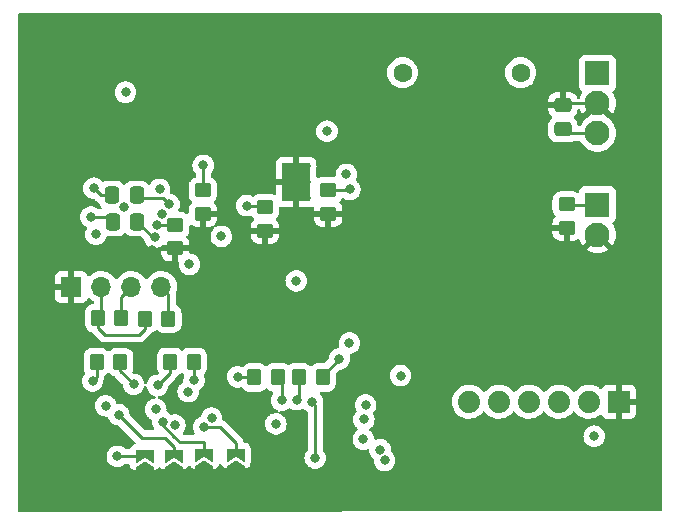
<source format=gbr>
%TF.GenerationSoftware,KiCad,Pcbnew,6.0.11-2627ca5db0~126~ubuntu22.04.1*%
%TF.CreationDate,2023-02-20T15:02:36-05:00*%
%TF.ProjectId,lin-peltier-control,6c696e2d-7065-46c7-9469-65722d636f6e,1.0*%
%TF.SameCoordinates,Original*%
%TF.FileFunction,Copper,L4,Bot*%
%TF.FilePolarity,Positive*%
%FSLAX46Y46*%
G04 Gerber Fmt 4.6, Leading zero omitted, Abs format (unit mm)*
G04 Created by KiCad (PCBNEW 6.0.11-2627ca5db0~126~ubuntu22.04.1) date 2023-02-20 15:02:36*
%MOMM*%
%LPD*%
G01*
G04 APERTURE LIST*
G04 Aperture macros list*
%AMRoundRect*
0 Rectangle with rounded corners*
0 $1 Rounding radius*
0 $2 $3 $4 $5 $6 $7 $8 $9 X,Y pos of 4 corners*
0 Add a 4 corners polygon primitive as box body*
4,1,4,$2,$3,$4,$5,$6,$7,$8,$9,$2,$3,0*
0 Add four circle primitives for the rounded corners*
1,1,$1+$1,$2,$3*
1,1,$1+$1,$4,$5*
1,1,$1+$1,$6,$7*
1,1,$1+$1,$8,$9*
0 Add four rect primitives between the rounded corners*
20,1,$1+$1,$2,$3,$4,$5,0*
20,1,$1+$1,$4,$5,$6,$7,0*
20,1,$1+$1,$6,$7,$8,$9,0*
20,1,$1+$1,$8,$9,$2,$3,0*%
%AMFreePoly0*
4,1,6,1.000000,0.000000,0.500000,-0.750000,-0.500000,-0.750000,-0.500000,0.750000,0.500000,0.750000,1.000000,0.000000,1.000000,0.000000,$1*%
%AMFreePoly1*
4,1,6,0.500000,-0.750000,-0.650000,-0.750000,-0.150000,0.000000,-0.650000,0.750000,0.500000,0.750000,0.500000,-0.750000,0.500000,-0.750000,$1*%
G04 Aperture macros list end*
%TA.AperFunction,ComponentPad*%
%ADD10R,2.100000X2.100000*%
%TD*%
%TA.AperFunction,ComponentPad*%
%ADD11C,2.100000*%
%TD*%
%TA.AperFunction,ComponentPad*%
%ADD12C,1.600000*%
%TD*%
%TA.AperFunction,ComponentPad*%
%ADD13R,1.700000X1.700000*%
%TD*%
%TA.AperFunction,ComponentPad*%
%ADD14O,1.700000X1.700000*%
%TD*%
%TA.AperFunction,ComponentPad*%
%ADD15C,0.500000*%
%TD*%
%TA.AperFunction,SMDPad,CuDef*%
%ADD16R,2.400000X3.200000*%
%TD*%
%TA.AperFunction,ComponentPad*%
%ADD17R,1.879600X1.879600*%
%TD*%
%TA.AperFunction,ComponentPad*%
%ADD18C,1.879600*%
%TD*%
%TA.AperFunction,SMDPad,CuDef*%
%ADD19RoundRect,0.250000X-0.350000X-0.450000X0.350000X-0.450000X0.350000X0.450000X-0.350000X0.450000X0*%
%TD*%
%TA.AperFunction,SMDPad,CuDef*%
%ADD20RoundRect,0.250000X-0.450000X0.350000X-0.450000X-0.350000X0.450000X-0.350000X0.450000X0.350000X0*%
%TD*%
%TA.AperFunction,SMDPad,CuDef*%
%ADD21FreePoly0,90.000000*%
%TD*%
%TA.AperFunction,SMDPad,CuDef*%
%ADD22FreePoly1,90.000000*%
%TD*%
%TA.AperFunction,SMDPad,CuDef*%
%ADD23RoundRect,0.250000X0.350000X0.450000X-0.350000X0.450000X-0.350000X-0.450000X0.350000X-0.450000X0*%
%TD*%
%TA.AperFunction,SMDPad,CuDef*%
%ADD24RoundRect,0.250000X0.475000X-0.337500X0.475000X0.337500X-0.475000X0.337500X-0.475000X-0.337500X0*%
%TD*%
%TA.AperFunction,SMDPad,CuDef*%
%ADD25RoundRect,0.250000X0.450000X-0.350000X0.450000X0.350000X-0.450000X0.350000X-0.450000X-0.350000X0*%
%TD*%
%TA.AperFunction,SMDPad,CuDef*%
%ADD26RoundRect,0.250000X0.337500X0.475000X-0.337500X0.475000X-0.337500X-0.475000X0.337500X-0.475000X0*%
%TD*%
%TA.AperFunction,SMDPad,CuDef*%
%ADD27RoundRect,0.250000X-0.337500X-0.475000X0.337500X-0.475000X0.337500X0.475000X-0.337500X0.475000X0*%
%TD*%
%TA.AperFunction,ViaPad*%
%ADD28C,0.800000*%
%TD*%
%TA.AperFunction,Conductor*%
%ADD29C,0.250000*%
%TD*%
G04 APERTURE END LIST*
D10*
%TO.P,J3,1,Pin_1*%
%TO.N,+BATT*%
X224700000Y-64000000D03*
D11*
%TO.P,J3,2,Pin_2*%
%TO.N,GND*%
X224700000Y-66540000D03*
%TO.P,J3,3,Pin_3*%
%TO.N,LIN*%
X224700000Y-69080000D03*
%TD*%
D12*
%TO.P,F1,1*%
%TO.N,+BATT*%
X218200000Y-63950000D03*
%TO.P,F1,2*%
%TO.N,+12V*%
X208200000Y-63950000D03*
%TD*%
D13*
%TO.P,J2,1,Pin_1*%
%TO.N,GND*%
X180150000Y-82100000D03*
D14*
%TO.P,J2,2,Pin_2*%
%TO.N,+5V*%
X182690000Y-82100000D03*
%TO.P,J2,3,Pin_3*%
%TO.N,SDA5V*%
X185230000Y-82100000D03*
%TO.P,J2,4,Pin_4*%
%TO.N,SCL5V*%
X187770000Y-82100000D03*
%TD*%
D10*
%TO.P,J4,1,Pin_1*%
%TO.N,PELTIER+*%
X224700000Y-75125000D03*
D11*
%TO.P,J4,2,Pin_2*%
%TO.N,GND*%
X224700000Y-77665000D03*
%TD*%
D15*
%TO.P,U5,9,GND*%
%TO.N,GND*%
X200150000Y-71850000D03*
X198250000Y-73200000D03*
X198250000Y-74550000D03*
X200150000Y-73200000D03*
X200150000Y-74550000D03*
D16*
X199200000Y-73200000D03*
D15*
X198250000Y-71850000D03*
%TD*%
D17*
%TO.P,J1,1,GND*%
%TO.N,GND*%
X226520000Y-91800000D03*
D18*
%TO.P,J1,2,CTS*%
%TO.N,unconnected-(J1-Pad2)*%
X223980000Y-91800000D03*
%TO.P,J1,3,VCC*%
%TO.N,Net-(J1-Pad3)*%
X221440000Y-91800000D03*
%TO.P,J1,4,TXD*%
%TO.N,Net-(J1-Pad4)*%
X218900000Y-91800000D03*
%TO.P,J1,5,RXD*%
%TO.N,UPDI*%
X216360000Y-91800000D03*
%TO.P,J1,6,RTS*%
%TO.N,unconnected-(J1-Pad6)*%
X213820000Y-91800000D03*
%TD*%
D19*
%TO.P,R3,1*%
%TO.N,+3V3*%
X195650000Y-89750000D03*
%TO.P,R3,2*%
%TO.N,~{LIN_SLP}*%
X197650000Y-89750000D03*
%TD*%
D20*
%TO.P,R18,1*%
%TO.N,Net-(R17-Pad2)*%
X196550000Y-75350000D03*
%TO.P,R18,2*%
%TO.N,GND*%
X196550000Y-77350000D03*
%TD*%
D21*
%TO.P,JP2,1,A*%
%TO.N,GND*%
X194075000Y-97725000D03*
D22*
%TO.P,JP2,2,B*%
%TO.N,Net-(JP2-Pad2)*%
X194075000Y-96275000D03*
%TD*%
D19*
%TO.P,R7,1*%
%TO.N,+5V*%
X182400000Y-84725000D03*
%TO.P,R7,2*%
%TO.N,SDA5V*%
X184400000Y-84725000D03*
%TD*%
D21*
%TO.P,JP5,1,A*%
%TO.N,GND*%
X186350000Y-97875000D03*
D22*
%TO.P,JP5,2,B*%
%TO.N,Net-(JP5-Pad2)*%
X186350000Y-96425000D03*
%TD*%
D23*
%TO.P,R4,1*%
%TO.N,+3V3*%
X201425000Y-89750000D03*
%TO.P,R4,2*%
%TO.N,~{LIN_WAKE}*%
X199425000Y-89750000D03*
%TD*%
D24*
%TO.P,C2,1*%
%TO.N,LIN*%
X221775000Y-68750000D03*
%TO.P,C2,2*%
%TO.N,GND*%
X221775000Y-66675000D03*
%TD*%
D20*
%TO.P,R14,1*%
%TO.N,Net-(R13-Pad2)*%
X201900000Y-73900000D03*
%TO.P,R14,2*%
%TO.N,GND*%
X201900000Y-75900000D03*
%TD*%
D19*
%TO.P,R8,1*%
%TO.N,+5V*%
X186375000Y-84775000D03*
%TO.P,R8,2*%
%TO.N,SCL5V*%
X188375000Y-84775000D03*
%TD*%
%TO.P,R9,1*%
%TO.N,+3V3*%
X182300000Y-88450000D03*
%TO.P,R9,2*%
%TO.N,SDA3V*%
X184300000Y-88450000D03*
%TD*%
D25*
%TO.P,R12,1*%
%TO.N,GND*%
X188950000Y-78825000D03*
%TO.P,R12,2*%
%TO.N,Net-(R11-Pad2)*%
X188950000Y-76825000D03*
%TD*%
D20*
%TO.P,R16,1*%
%TO.N,Net-(C6-Pad2)*%
X191300000Y-73900000D03*
%TO.P,R16,2*%
%TO.N,GND*%
X191300000Y-75900000D03*
%TD*%
D23*
%TO.P,R10,1*%
%TO.N,+3V3*%
X190525000Y-88425000D03*
%TO.P,R10,2*%
%TO.N,SCL3V*%
X188525000Y-88425000D03*
%TD*%
D26*
%TO.P,C7,1*%
%TO.N,Net-(C7-Pad1)*%
X185750000Y-76575000D03*
%TO.P,C7,2*%
%TO.N,Net-(C7-Pad2)*%
X183675000Y-76575000D03*
%TD*%
D27*
%TO.P,C8,1*%
%TO.N,Net-(C8-Pad1)*%
X183600000Y-74325000D03*
%TO.P,C8,2*%
%TO.N,Net-(C8-Pad2)*%
X185675000Y-74325000D03*
%TD*%
D20*
%TO.P,R22,1*%
%TO.N,PELTIER+*%
X222100000Y-75100000D03*
%TO.P,R22,2*%
%TO.N,GND*%
X222100000Y-77100000D03*
%TD*%
D21*
%TO.P,JP4,1,A*%
%TO.N,GND*%
X188825000Y-97825000D03*
D22*
%TO.P,JP4,2,B*%
%TO.N,Net-(JP4-Pad2)*%
X188825000Y-96375000D03*
%TD*%
D21*
%TO.P,JP3,1,A*%
%TO.N,GND*%
X191425000Y-97775000D03*
D22*
%TO.P,JP3,2,B*%
%TO.N,Net-(JP3-Pad2)*%
X191425000Y-96325000D03*
%TD*%
D28*
%TO.N,GND*%
X205825000Y-64725000D03*
X184652903Y-75302969D03*
X205825000Y-64725000D03*
X177100000Y-71300000D03*
X205400000Y-77200000D03*
X176900000Y-62050000D03*
X177125000Y-76350000D03*
X207550000Y-91950000D03*
X213850000Y-85300000D03*
X183100000Y-94450000D03*
X200500000Y-82850000D03*
X216000000Y-73225000D03*
X187000000Y-79000000D03*
X207600000Y-86525000D03*
X206500000Y-90050000D03*
%TO.N,Net-(C5-Pad1)*%
X203435000Y-72565000D03*
X201800000Y-68900000D03*
%TO.N,LIN*%
X199200000Y-81575000D03*
%TO.N,TXD*%
X200800000Y-96575000D03*
X200550000Y-91800000D03*
%TO.N,~{LIN_SLP}*%
X197950000Y-91675000D03*
X205075000Y-92075000D03*
%TO.N,~{LIN_WAKE}*%
X204925000Y-93300000D03*
X199225000Y-91625000D03*
%TO.N,Net-(C6-Pad2)*%
X191325000Y-71800000D03*
%TO.N,Net-(C7-Pad1)*%
X187200000Y-77875000D03*
X187625000Y-73825500D03*
%TO.N,Net-(C7-Pad2)*%
X181812000Y-76162529D03*
%TO.N,Net-(C8-Pad1)*%
X182075000Y-73725000D03*
%TO.N,Net-(C8-Pad2)*%
X188425000Y-75100000D03*
%TO.N,SDA3V*%
X187300000Y-92450000D03*
X206675000Y-96775000D03*
X185425000Y-90325000D03*
%TO.N,SCL3V*%
X206290576Y-95852382D03*
X187450000Y-90425000D03*
X188918398Y-93779600D03*
%TO.N,+3V3*%
X194225000Y-89700000D03*
X197475000Y-93675000D03*
X208025000Y-89600000D03*
X192850000Y-77800000D03*
X184750000Y-65600000D03*
X190050000Y-90950000D03*
X202850000Y-88175000D03*
X187809929Y-75950089D03*
X192025000Y-93200000D03*
X224425000Y-94725000D03*
X181950000Y-90050000D03*
X190150000Y-80175000D03*
X190550000Y-89975000D03*
X182225000Y-77625000D03*
%TO.N,Net-(R5-Pad1)*%
X204875000Y-94975000D03*
X203700000Y-86825000D03*
%TO.N,Net-(R11-Pad2)*%
X187374999Y-76850001D03*
%TO.N,Net-(R13-Pad2)*%
X203735000Y-73835000D03*
%TO.N,Net-(R17-Pad2)*%
X195000000Y-75200000D03*
%TO.N,Net-(JP2-Pad2)*%
X191362756Y-93948624D03*
%TO.N,Net-(JP3-Pad2)*%
X187887299Y-93487701D03*
%TO.N,Net-(JP4-Pad2)*%
X184175000Y-92899500D03*
%TO.N,Net-(JP5-Pad2)*%
X184049695Y-96425000D03*
X183075000Y-92150000D03*
%TD*%
D29*
%TO.N,GND*%
X221775000Y-66675000D02*
X221910000Y-66540000D01*
X221910000Y-66540000D02*
X224700000Y-66540000D01*
%TO.N,+5V*%
X185900000Y-86150000D02*
X183000000Y-86150000D01*
X186375000Y-84775000D02*
X186375000Y-85675000D01*
X183000000Y-86150000D02*
X182400000Y-85550000D01*
X186375000Y-85675000D02*
X185900000Y-86150000D01*
X182400000Y-85550000D02*
X182400000Y-84725000D01*
X182400000Y-84725000D02*
X182690000Y-84435000D01*
X182690000Y-84435000D02*
X182690000Y-82100000D01*
%TO.N,LIN*%
X222105000Y-69080000D02*
X224700000Y-69080000D01*
X221775000Y-68750000D02*
X222105000Y-69080000D01*
%TO.N,TXD*%
X200550000Y-91800000D02*
X200800000Y-92050000D01*
X200800000Y-92050000D02*
X200800000Y-96575000D01*
%TO.N,~{LIN_SLP}*%
X197950000Y-90050000D02*
X197650000Y-89750000D01*
X197950000Y-91675000D02*
X197950000Y-90050000D01*
%TO.N,~{LIN_WAKE}*%
X199425000Y-91425000D02*
X199425000Y-89750000D01*
X199225000Y-91625000D02*
X199425000Y-91425000D01*
%TO.N,Net-(C6-Pad2)*%
X191325000Y-71800000D02*
X191325000Y-73875000D01*
X191325000Y-73875000D02*
X191300000Y-73900000D01*
%TO.N,Net-(C7-Pad1)*%
X187200000Y-77875000D02*
X187050000Y-77875000D01*
X187050000Y-77875000D02*
X185750000Y-76575000D01*
%TO.N,Net-(C7-Pad2)*%
X183262529Y-76162529D02*
X183675000Y-76575000D01*
X181812000Y-76162529D02*
X183262529Y-76162529D01*
%TO.N,Net-(C8-Pad1)*%
X182675000Y-74325000D02*
X183600000Y-74325000D01*
X182075000Y-73725000D02*
X182675000Y-74325000D01*
%TO.N,Net-(C8-Pad2)*%
X187875000Y-74550000D02*
X185900000Y-74550000D01*
X188425000Y-75100000D02*
X187875000Y-74550000D01*
X185900000Y-74550000D02*
X185675000Y-74325000D01*
%TO.N,SDA3V*%
X184300000Y-88450000D02*
X184300000Y-89200000D01*
X184300000Y-89200000D02*
X185425000Y-90325000D01*
%TO.N,SCL3V*%
X188525000Y-88425000D02*
X188525000Y-89350000D01*
X188525000Y-89350000D02*
X187450000Y-90425000D01*
%TO.N,+3V3*%
X182300000Y-89700000D02*
X181950000Y-90050000D01*
X201425000Y-89750000D02*
X201425000Y-89600000D01*
X190525000Y-88425000D02*
X190525000Y-89950000D01*
X201425000Y-89600000D02*
X202850000Y-88175000D01*
X194275000Y-89750000D02*
X194225000Y-89700000D01*
X195650000Y-89750000D02*
X194275000Y-89750000D01*
X182300000Y-88450000D02*
X182300000Y-89700000D01*
X190525000Y-89950000D02*
X190550000Y-89975000D01*
%TO.N,SCL5V*%
X188375000Y-84775000D02*
X188375000Y-82705000D01*
X188375000Y-82705000D02*
X187770000Y-82100000D01*
%TO.N,SDA5V*%
X184400000Y-84725000D02*
X184400000Y-82930000D01*
X184400000Y-82930000D02*
X185230000Y-82100000D01*
%TO.N,PELTIER+*%
X222125000Y-75125000D02*
X224700000Y-75125000D01*
X222100000Y-75100000D02*
X222125000Y-75125000D01*
%TO.N,Net-(R11-Pad2)*%
X188950000Y-76825000D02*
X187400000Y-76825000D01*
X187400000Y-76825000D02*
X187374999Y-76850001D01*
%TO.N,Net-(R13-Pad2)*%
X201900000Y-73900000D02*
X203670000Y-73900000D01*
X203670000Y-73900000D02*
X203735000Y-73835000D01*
%TO.N,Net-(R17-Pad2)*%
X195000000Y-75200000D02*
X196400000Y-75200000D01*
X196400000Y-75200000D02*
X196550000Y-75350000D01*
%TO.N,Net-(JP2-Pad2)*%
X194075000Y-96275000D02*
X194075000Y-95275000D01*
X192748624Y-93948624D02*
X191362756Y-93948624D01*
X194075000Y-95275000D02*
X194025000Y-95225000D01*
X194025000Y-95225000D02*
X192748624Y-93948624D01*
%TO.N,Net-(JP3-Pad2)*%
X187887299Y-93787299D02*
X187887299Y-93487701D01*
X191425000Y-96325000D02*
X191425000Y-95275000D01*
X189850000Y-95225000D02*
X189325000Y-95225000D01*
X188875000Y-94775000D02*
X187887299Y-93787299D01*
X191425000Y-95275000D02*
X191375000Y-95225000D01*
X191375000Y-95225000D02*
X189850000Y-95225000D01*
X189325000Y-95225000D02*
X188875000Y-94775000D01*
%TO.N,Net-(JP4-Pad2)*%
X186775000Y-94850000D02*
X186125500Y-94850000D01*
X188050000Y-94850000D02*
X186775000Y-94850000D01*
X188825000Y-96375000D02*
X188825000Y-95625000D01*
X188825000Y-95625000D02*
X188150000Y-94950000D01*
X186125500Y-94850000D02*
X184175000Y-92899500D01*
X188150000Y-94950000D02*
X188050000Y-94850000D01*
%TO.N,Net-(JP5-Pad2)*%
X186350000Y-96425000D02*
X184049695Y-96425000D01*
%TD*%
%TA.AperFunction,Conductor*%
%TO.N,GND*%
G36*
X230065621Y-58948502D02*
G01*
X230112114Y-59002158D01*
X230123500Y-59054500D01*
X230123500Y-100966071D01*
X230103498Y-101034192D01*
X230049842Y-101080685D01*
X229997614Y-101092071D01*
X175783994Y-101140950D01*
X175715855Y-101121009D01*
X175669314Y-101067396D01*
X175657880Y-101015096D01*
X175645159Y-90050000D01*
X181036496Y-90050000D01*
X181037186Y-90056565D01*
X181055021Y-90226252D01*
X181056458Y-90239928D01*
X181115473Y-90421556D01*
X181118776Y-90427278D01*
X181118777Y-90427279D01*
X181139215Y-90462679D01*
X181210960Y-90586944D01*
X181215378Y-90591851D01*
X181215379Y-90591852D01*
X181303996Y-90690271D01*
X181338747Y-90728866D01*
X181493248Y-90841118D01*
X181499276Y-90843802D01*
X181499278Y-90843803D01*
X181661681Y-90916109D01*
X181667712Y-90918794D01*
X181726106Y-90931206D01*
X181848056Y-90957128D01*
X181848061Y-90957128D01*
X181854513Y-90958500D01*
X182045487Y-90958500D01*
X182051939Y-90957128D01*
X182051944Y-90957128D01*
X182173894Y-90931206D01*
X182232288Y-90918794D01*
X182238319Y-90916109D01*
X182400722Y-90843803D01*
X182400724Y-90843802D01*
X182406752Y-90841118D01*
X182561253Y-90728866D01*
X182596004Y-90690271D01*
X182684621Y-90591852D01*
X182684622Y-90591851D01*
X182689040Y-90586944D01*
X182760785Y-90462679D01*
X182781223Y-90427279D01*
X182781224Y-90427278D01*
X182784527Y-90421556D01*
X182843542Y-90239928D01*
X182844980Y-90226252D01*
X182862814Y-90056565D01*
X182863504Y-90050000D01*
X182862336Y-90038884D01*
X182877230Y-89965011D01*
X182893695Y-89935060D01*
X182898733Y-89915437D01*
X182905137Y-89896734D01*
X182910033Y-89885420D01*
X182910033Y-89885419D01*
X182913181Y-89878145D01*
X182914420Y-89870322D01*
X182914423Y-89870312D01*
X182920099Y-89834476D01*
X182922505Y-89822856D01*
X182931528Y-89787711D01*
X182931528Y-89787710D01*
X182933500Y-89780030D01*
X182933500Y-89759776D01*
X182935051Y-89740065D01*
X182936980Y-89727886D01*
X182938220Y-89720057D01*
X182936077Y-89697390D01*
X182949579Y-89627691D01*
X182995215Y-89578388D01*
X183010600Y-89568868D01*
X183124348Y-89498478D01*
X183210784Y-89411891D01*
X183273066Y-89377812D01*
X183343886Y-89382815D01*
X183388975Y-89411736D01*
X183430090Y-89452779D01*
X183476697Y-89499305D01*
X183482927Y-89503145D01*
X183482928Y-89503146D01*
X183605835Y-89578907D01*
X183627262Y-89592115D01*
X183795139Y-89647797D01*
X183801975Y-89648497D01*
X183801978Y-89648498D01*
X183813801Y-89649709D01*
X183879528Y-89676550D01*
X183890054Y-89685958D01*
X184477878Y-90273782D01*
X184511904Y-90336094D01*
X184514092Y-90349703D01*
X184518753Y-90394042D01*
X184528548Y-90487237D01*
X184531458Y-90514928D01*
X184590473Y-90696556D01*
X184593776Y-90702278D01*
X184593777Y-90702279D01*
X184606292Y-90723955D01*
X184685960Y-90861944D01*
X184690378Y-90866851D01*
X184690379Y-90866852D01*
X184761313Y-90945632D01*
X184813747Y-91003866D01*
X184912843Y-91075864D01*
X184951385Y-91103866D01*
X184968248Y-91116118D01*
X184974276Y-91118802D01*
X184974278Y-91118803D01*
X185136681Y-91191109D01*
X185142712Y-91193794D01*
X185229479Y-91212237D01*
X185323056Y-91232128D01*
X185323061Y-91232128D01*
X185329513Y-91233500D01*
X185520487Y-91233500D01*
X185526939Y-91232128D01*
X185526944Y-91232128D01*
X185620521Y-91212237D01*
X185707288Y-91193794D01*
X185713319Y-91191109D01*
X185875722Y-91118803D01*
X185875724Y-91118802D01*
X185881752Y-91116118D01*
X185898616Y-91103866D01*
X185937157Y-91075864D01*
X186036253Y-91003866D01*
X186088687Y-90945632D01*
X186159621Y-90866852D01*
X186159622Y-90866851D01*
X186164040Y-90861944D01*
X186243708Y-90723955D01*
X186256223Y-90702279D01*
X186256224Y-90702278D01*
X186259527Y-90696556D01*
X186307186Y-90549878D01*
X186347260Y-90491272D01*
X186412656Y-90463635D01*
X186482613Y-90475742D01*
X186534919Y-90523748D01*
X186552329Y-90575643D01*
X186555578Y-90606551D01*
X186556458Y-90614928D01*
X186615473Y-90796556D01*
X186618776Y-90802278D01*
X186618777Y-90802279D01*
X186701542Y-90945632D01*
X186710960Y-90961944D01*
X186715378Y-90966851D01*
X186715379Y-90966852D01*
X186815361Y-91077893D01*
X186838747Y-91103866D01*
X186993248Y-91216118D01*
X186999276Y-91218802D01*
X186999278Y-91218803D01*
X187145449Y-91283882D01*
X187167712Y-91293794D01*
X187188963Y-91298311D01*
X187251436Y-91332039D01*
X187285758Y-91394189D01*
X187281030Y-91465028D01*
X187238754Y-91522065D01*
X187188963Y-91544805D01*
X187129642Y-91557414D01*
X187017712Y-91581206D01*
X187011682Y-91583891D01*
X187011681Y-91583891D01*
X186849278Y-91656197D01*
X186849276Y-91656198D01*
X186843248Y-91658882D01*
X186837907Y-91662762D01*
X186837906Y-91662763D01*
X186812028Y-91681565D01*
X186688747Y-91771134D01*
X186684326Y-91776044D01*
X186684325Y-91776045D01*
X186580248Y-91891635D01*
X186560960Y-91913056D01*
X186537440Y-91953794D01*
X186476200Y-92059865D01*
X186465473Y-92078444D01*
X186406458Y-92260072D01*
X186405768Y-92266633D01*
X186405768Y-92266635D01*
X186398084Y-92339747D01*
X186386496Y-92450000D01*
X186387186Y-92456565D01*
X186404483Y-92621134D01*
X186406458Y-92639928D01*
X186465473Y-92821556D01*
X186468776Y-92827278D01*
X186468777Y-92827279D01*
X186482915Y-92851766D01*
X186560960Y-92986944D01*
X186565378Y-92991851D01*
X186565379Y-92991852D01*
X186670036Y-93108085D01*
X186688747Y-93128866D01*
X186733508Y-93161387D01*
X186827511Y-93229684D01*
X186843248Y-93241118D01*
X186849283Y-93243805D01*
X186909088Y-93270433D01*
X186963183Y-93316413D01*
X186983832Y-93384340D01*
X186983148Y-93398709D01*
X186981184Y-93417398D01*
X186973795Y-93487701D01*
X186974485Y-93494266D01*
X186992791Y-93668435D01*
X186993757Y-93677629D01*
X187052772Y-93859257D01*
X187056075Y-93864979D01*
X187056076Y-93864980D01*
X187148259Y-94024645D01*
X187146452Y-94025688D01*
X187167009Y-94083315D01*
X187150924Y-94152465D01*
X187100007Y-94201942D01*
X187041214Y-94216500D01*
X186440094Y-94216500D01*
X186371973Y-94196498D01*
X186350999Y-94179595D01*
X185122122Y-92950717D01*
X185088096Y-92888405D01*
X185085907Y-92874792D01*
X185082421Y-92841619D01*
X185076414Y-92784472D01*
X185069232Y-92716135D01*
X185069232Y-92716133D01*
X185068542Y-92709572D01*
X185009527Y-92527944D01*
X185003354Y-92517251D01*
X184964526Y-92450000D01*
X184914040Y-92362556D01*
X184906216Y-92353866D01*
X184790675Y-92225545D01*
X184790674Y-92225544D01*
X184786253Y-92220634D01*
X184659804Y-92128763D01*
X184637094Y-92112263D01*
X184637093Y-92112262D01*
X184631752Y-92108382D01*
X184625724Y-92105698D01*
X184625722Y-92105697D01*
X184463319Y-92033391D01*
X184463318Y-92033391D01*
X184457288Y-92030706D01*
X184347205Y-92007307D01*
X184276944Y-91992372D01*
X184276939Y-91992372D01*
X184270487Y-91991000D01*
X184079513Y-91991000D01*
X184079513Y-91990513D01*
X184013776Y-91978490D01*
X183961930Y-91929988D01*
X183950612Y-91904890D01*
X183939598Y-91870992D01*
X183909527Y-91778444D01*
X183898510Y-91759361D01*
X183840498Y-91658882D01*
X183814040Y-91613056D01*
X183805701Y-91603794D01*
X183690675Y-91476045D01*
X183690674Y-91476044D01*
X183686253Y-91471134D01*
X183531752Y-91358882D01*
X183525724Y-91356198D01*
X183525722Y-91356197D01*
X183363319Y-91283891D01*
X183363318Y-91283891D01*
X183357288Y-91281206D01*
X183263888Y-91261353D01*
X183176944Y-91242872D01*
X183176939Y-91242872D01*
X183170487Y-91241500D01*
X182979513Y-91241500D01*
X182973061Y-91242872D01*
X182973056Y-91242872D01*
X182886112Y-91261353D01*
X182792712Y-91281206D01*
X182786682Y-91283891D01*
X182786681Y-91283891D01*
X182624278Y-91356197D01*
X182624276Y-91356198D01*
X182618248Y-91358882D01*
X182463747Y-91471134D01*
X182459326Y-91476044D01*
X182459325Y-91476045D01*
X182344300Y-91603794D01*
X182335960Y-91613056D01*
X182309502Y-91658882D01*
X182251491Y-91759361D01*
X182240473Y-91778444D01*
X182181458Y-91960072D01*
X182180768Y-91966633D01*
X182180768Y-91966635D01*
X182170969Y-92059865D01*
X182161496Y-92150000D01*
X182162186Y-92156565D01*
X182177232Y-92299716D01*
X182181458Y-92339928D01*
X182240473Y-92521556D01*
X182335960Y-92686944D01*
X182340378Y-92691851D01*
X182340379Y-92691852D01*
X182442215Y-92804952D01*
X182463747Y-92828866D01*
X182545695Y-92888405D01*
X182579542Y-92912996D01*
X182618248Y-92941118D01*
X182624276Y-92943802D01*
X182624278Y-92943803D01*
X182773122Y-93010072D01*
X182792712Y-93018794D01*
X182874149Y-93036104D01*
X182973056Y-93057128D01*
X182973061Y-93057128D01*
X182979513Y-93058500D01*
X183170487Y-93058500D01*
X183170487Y-93058987D01*
X183236224Y-93071010D01*
X183288070Y-93119512D01*
X183299388Y-93144609D01*
X183340473Y-93271056D01*
X183343776Y-93276778D01*
X183343777Y-93276779D01*
X183355868Y-93297721D01*
X183435960Y-93436444D01*
X183440378Y-93441351D01*
X183440379Y-93441352D01*
X183543943Y-93556371D01*
X183563747Y-93578366D01*
X183662843Y-93650364D01*
X183705788Y-93681565D01*
X183718248Y-93690618D01*
X183724276Y-93693302D01*
X183724278Y-93693303D01*
X183871154Y-93758696D01*
X183892712Y-93768294D01*
X183976788Y-93786165D01*
X184073056Y-93806628D01*
X184073061Y-93806628D01*
X184079513Y-93808000D01*
X184135406Y-93808000D01*
X184203527Y-93828002D01*
X184224501Y-93844905D01*
X185585246Y-95205650D01*
X185619272Y-95267962D01*
X185614207Y-95338777D01*
X185571660Y-95395613D01*
X185526525Y-95415261D01*
X185526889Y-95416500D01*
X185395235Y-95455157D01*
X185395233Y-95455158D01*
X185386589Y-95457696D01*
X185379010Y-95462567D01*
X185271159Y-95531878D01*
X185271156Y-95531880D01*
X185263579Y-95536750D01*
X185257678Y-95543560D01*
X185173726Y-95640445D01*
X185173724Y-95640448D01*
X185167824Y-95647257D01*
X185164080Y-95655454D01*
X185164080Y-95655455D01*
X185135589Y-95717842D01*
X185089096Y-95771498D01*
X185020975Y-95791500D01*
X184757895Y-95791500D01*
X184689774Y-95771498D01*
X184670548Y-95755157D01*
X184670275Y-95755460D01*
X184665363Y-95751037D01*
X184660948Y-95746134D01*
X184506447Y-95633882D01*
X184500419Y-95631198D01*
X184500417Y-95631197D01*
X184338014Y-95558891D01*
X184338013Y-95558891D01*
X184331983Y-95556206D01*
X184238583Y-95536353D01*
X184151639Y-95517872D01*
X184151634Y-95517872D01*
X184145182Y-95516500D01*
X183954208Y-95516500D01*
X183947756Y-95517872D01*
X183947751Y-95517872D01*
X183860807Y-95536353D01*
X183767407Y-95556206D01*
X183761377Y-95558891D01*
X183761376Y-95558891D01*
X183598973Y-95631197D01*
X183598971Y-95631198D01*
X183592943Y-95633882D01*
X183438442Y-95746134D01*
X183434021Y-95751044D01*
X183434020Y-95751045D01*
X183315993Y-95882128D01*
X183310655Y-95888056D01*
X183215168Y-96053444D01*
X183156153Y-96235072D01*
X183136191Y-96425000D01*
X183156153Y-96614928D01*
X183215168Y-96796556D01*
X183310655Y-96961944D01*
X183315073Y-96966851D01*
X183315074Y-96966852D01*
X183428140Y-97092425D01*
X183438442Y-97103866D01*
X183486827Y-97139020D01*
X183560333Y-97192425D01*
X183592943Y-97216118D01*
X183598971Y-97218802D01*
X183598973Y-97218803D01*
X183753553Y-97287626D01*
X183767407Y-97293794D01*
X183852796Y-97311944D01*
X183947751Y-97332128D01*
X183947756Y-97332128D01*
X183954208Y-97333500D01*
X184145182Y-97333500D01*
X184151634Y-97332128D01*
X184151639Y-97332128D01*
X184246594Y-97311944D01*
X184331983Y-97293794D01*
X184345837Y-97287626D01*
X184500417Y-97218803D01*
X184500419Y-97218802D01*
X184506447Y-97216118D01*
X184539058Y-97192425D01*
X184649830Y-97111944D01*
X184660948Y-97103866D01*
X184665363Y-97098963D01*
X184670275Y-97094540D01*
X184671400Y-97095789D01*
X184724709Y-97062949D01*
X184757895Y-97058500D01*
X184970647Y-97058500D01*
X185038768Y-97078502D01*
X185085261Y-97132158D01*
X185092701Y-97155402D01*
X185092800Y-97156645D01*
X185136348Y-97296233D01*
X185141348Y-97303733D01*
X185141349Y-97303735D01*
X185217457Y-97417897D01*
X185329558Y-97511782D01*
X185337813Y-97515386D01*
X185337817Y-97515388D01*
X185454030Y-97566118D01*
X185463569Y-97570282D01*
X185472510Y-97571415D01*
X185472512Y-97571415D01*
X185599693Y-97587524D01*
X185599695Y-97587524D01*
X185608632Y-97588656D01*
X185752996Y-97565418D01*
X185857847Y-97515388D01*
X185880905Y-97504386D01*
X185880908Y-97504384D01*
X185884966Y-97502448D01*
X186280108Y-97239020D01*
X186347883Y-97217876D01*
X186419892Y-97239020D01*
X186812938Y-97501051D01*
X186812944Y-97501055D01*
X186815034Y-97502448D01*
X186817234Y-97503673D01*
X186817235Y-97503674D01*
X186880452Y-97538886D01*
X186880454Y-97538887D01*
X186886589Y-97542304D01*
X186893329Y-97544283D01*
X186970185Y-97566850D01*
X187026889Y-97583500D01*
X187173111Y-97583500D01*
X187214269Y-97571415D01*
X187304765Y-97544843D01*
X187304767Y-97544842D01*
X187313411Y-97542304D01*
X187369909Y-97505995D01*
X187428841Y-97468122D01*
X187428844Y-97468120D01*
X187436421Y-97463250D01*
X187511506Y-97376597D01*
X187571231Y-97338214D01*
X187642228Y-97338214D01*
X187691359Y-97369208D01*
X187692457Y-97367897D01*
X187777220Y-97438886D01*
X187804558Y-97461782D01*
X187812813Y-97465386D01*
X187812817Y-97465388D01*
X187930308Y-97516676D01*
X187938569Y-97520282D01*
X187947510Y-97521415D01*
X187947512Y-97521415D01*
X188074693Y-97537524D01*
X188074695Y-97537524D01*
X188083632Y-97538656D01*
X188227996Y-97515418D01*
X188337328Y-97463250D01*
X188355905Y-97454386D01*
X188355908Y-97454384D01*
X188359966Y-97452448D01*
X188755108Y-97189020D01*
X188822883Y-97167876D01*
X188894892Y-97189020D01*
X189287938Y-97451051D01*
X189287944Y-97451055D01*
X189290034Y-97452448D01*
X189292234Y-97453673D01*
X189292235Y-97453674D01*
X189355452Y-97488886D01*
X189355454Y-97488887D01*
X189361589Y-97492304D01*
X189402736Y-97504386D01*
X189445185Y-97516850D01*
X189501889Y-97533500D01*
X189648111Y-97533500D01*
X189689269Y-97521415D01*
X189779765Y-97494843D01*
X189779767Y-97494842D01*
X189788411Y-97492304D01*
X189836287Y-97461536D01*
X189903841Y-97418122D01*
X189903844Y-97418120D01*
X189911421Y-97413250D01*
X189952894Y-97365388D01*
X190001274Y-97309555D01*
X190001276Y-97309552D01*
X190007176Y-97302743D01*
X190025074Y-97263552D01*
X190071566Y-97209896D01*
X190139687Y-97189893D01*
X190207808Y-97209894D01*
X190244526Y-97246000D01*
X190292457Y-97317897D01*
X190404558Y-97411782D01*
X190412813Y-97415386D01*
X190412817Y-97415388D01*
X190530308Y-97466676D01*
X190538569Y-97470282D01*
X190547510Y-97471415D01*
X190547512Y-97471415D01*
X190674693Y-97487524D01*
X190674695Y-97487524D01*
X190683632Y-97488656D01*
X190827996Y-97465418D01*
X190937328Y-97413250D01*
X190955905Y-97404386D01*
X190955908Y-97404384D01*
X190959966Y-97402448D01*
X191355108Y-97139020D01*
X191422883Y-97117876D01*
X191494892Y-97139020D01*
X191887938Y-97401051D01*
X191887944Y-97401055D01*
X191890034Y-97402448D01*
X191892234Y-97403673D01*
X191892235Y-97403674D01*
X191955452Y-97438886D01*
X191955454Y-97438887D01*
X191961589Y-97442304D01*
X192000965Y-97453866D01*
X192049517Y-97468122D01*
X192101889Y-97483500D01*
X192248111Y-97483500D01*
X192289269Y-97471415D01*
X192379765Y-97444843D01*
X192379767Y-97444842D01*
X192388411Y-97442304D01*
X192444909Y-97405995D01*
X192503841Y-97368122D01*
X192503844Y-97368120D01*
X192511421Y-97363250D01*
X192537200Y-97333500D01*
X192601274Y-97259555D01*
X192601276Y-97259552D01*
X192607176Y-97252743D01*
X192645402Y-97169040D01*
X192691894Y-97115385D01*
X192760014Y-97095383D01*
X192828135Y-97115385D01*
X192864853Y-97151491D01*
X192893556Y-97194545D01*
X192942457Y-97267897D01*
X193054558Y-97361782D01*
X193062813Y-97365386D01*
X193062817Y-97365388D01*
X193180308Y-97416676D01*
X193188569Y-97420282D01*
X193197510Y-97421415D01*
X193197512Y-97421415D01*
X193324693Y-97437524D01*
X193324695Y-97437524D01*
X193333632Y-97438656D01*
X193477996Y-97415418D01*
X193589451Y-97362237D01*
X193605905Y-97354386D01*
X193605908Y-97354384D01*
X193609966Y-97352448D01*
X194005108Y-97089020D01*
X194072883Y-97067876D01*
X194144892Y-97089020D01*
X194537938Y-97351051D01*
X194537944Y-97351055D01*
X194540034Y-97352448D01*
X194542234Y-97353673D01*
X194542235Y-97353674D01*
X194605452Y-97388886D01*
X194605454Y-97388887D01*
X194611589Y-97392304D01*
X194652736Y-97404386D01*
X194718456Y-97423683D01*
X194751889Y-97433500D01*
X194898111Y-97433500D01*
X194906755Y-97430962D01*
X195029765Y-97394843D01*
X195029767Y-97394842D01*
X195038411Y-97392304D01*
X195094909Y-97355995D01*
X195153841Y-97318122D01*
X195153844Y-97318120D01*
X195161421Y-97313250D01*
X195180606Y-97291109D01*
X195251274Y-97209555D01*
X195251276Y-97209552D01*
X195257176Y-97202743D01*
X195317919Y-97069734D01*
X195338729Y-96925000D01*
X195338729Y-95775000D01*
X195333500Y-95701889D01*
X195306985Y-95611589D01*
X195294843Y-95570235D01*
X195294842Y-95570233D01*
X195292304Y-95561589D01*
X195263327Y-95516500D01*
X195218122Y-95446159D01*
X195218120Y-95446156D01*
X195213250Y-95438579D01*
X195181735Y-95411271D01*
X195109555Y-95348726D01*
X195109552Y-95348724D01*
X195102743Y-95342824D01*
X195093882Y-95338777D01*
X195025823Y-95307696D01*
X194969734Y-95282081D01*
X194960811Y-95280798D01*
X194829461Y-95261912D01*
X194829455Y-95261912D01*
X194825000Y-95261271D01*
X194820495Y-95261271D01*
X194816327Y-95260973D01*
X194749807Y-95236162D01*
X194707260Y-95179326D01*
X194704319Y-95170446D01*
X194700021Y-95155652D01*
X194696012Y-95136293D01*
X194695846Y-95134983D01*
X194693474Y-95116203D01*
X194690558Y-95108837D01*
X194690556Y-95108831D01*
X194677200Y-95075098D01*
X194673355Y-95063868D01*
X194663230Y-95029017D01*
X194663230Y-95029016D01*
X194661019Y-95021407D01*
X194655927Y-95012797D01*
X194650705Y-95003966D01*
X194642008Y-94986213D01*
X194637472Y-94974758D01*
X194634552Y-94967383D01*
X194608563Y-94931612D01*
X194602047Y-94921692D01*
X194598047Y-94914928D01*
X194579542Y-94883638D01*
X194565218Y-94869314D01*
X194552383Y-94854287D01*
X194540472Y-94837893D01*
X194517659Y-94819020D01*
X194506407Y-94809712D01*
X194497627Y-94801722D01*
X193252276Y-93556371D01*
X193244736Y-93548085D01*
X193240624Y-93541606D01*
X193190972Y-93494980D01*
X193188131Y-93492226D01*
X193168394Y-93472489D01*
X193165197Y-93470009D01*
X193156175Y-93462304D01*
X193129724Y-93437465D01*
X193123945Y-93432038D01*
X193116999Y-93428219D01*
X193116996Y-93428217D01*
X193106190Y-93422276D01*
X193089671Y-93411425D01*
X193083672Y-93406772D01*
X193073665Y-93399010D01*
X193066396Y-93395865D01*
X193066392Y-93395862D01*
X193033087Y-93381450D01*
X193022427Y-93376228D01*
X192998938Y-93363315D01*
X192948879Y-93312970D01*
X192934328Y-93239728D01*
X192934481Y-93238279D01*
X192938504Y-93200000D01*
X192933755Y-93154819D01*
X192919232Y-93016635D01*
X192919232Y-93016633D01*
X192918542Y-93010072D01*
X192859527Y-92828444D01*
X192764040Y-92663056D01*
X192755801Y-92653905D01*
X192640675Y-92526045D01*
X192640674Y-92526044D01*
X192636253Y-92521134D01*
X192495407Y-92418803D01*
X192487094Y-92412763D01*
X192487093Y-92412762D01*
X192481752Y-92408882D01*
X192475724Y-92406198D01*
X192475722Y-92406197D01*
X192313319Y-92333891D01*
X192313318Y-92333891D01*
X192307288Y-92331206D01*
X192213887Y-92311353D01*
X192126944Y-92292872D01*
X192126939Y-92292872D01*
X192120487Y-92291500D01*
X191929513Y-92291500D01*
X191923061Y-92292872D01*
X191923056Y-92292872D01*
X191836113Y-92311353D01*
X191742712Y-92331206D01*
X191736682Y-92333891D01*
X191736681Y-92333891D01*
X191574278Y-92406197D01*
X191574276Y-92406198D01*
X191568248Y-92408882D01*
X191562907Y-92412762D01*
X191562906Y-92412763D01*
X191554593Y-92418803D01*
X191413747Y-92521134D01*
X191409326Y-92526044D01*
X191409325Y-92526045D01*
X191294200Y-92653905D01*
X191285960Y-92663056D01*
X191190473Y-92828444D01*
X191131458Y-93010072D01*
X191128942Y-93009254D01*
X191100838Y-93061348D01*
X191062540Y-93087812D01*
X190912037Y-93154819D01*
X190912030Y-93154823D01*
X190906004Y-93157506D01*
X190751503Y-93269758D01*
X190747082Y-93274668D01*
X190747081Y-93274669D01*
X190637959Y-93395862D01*
X190623716Y-93411680D01*
X190528229Y-93577068D01*
X190469214Y-93758696D01*
X190468524Y-93765257D01*
X190468524Y-93765259D01*
X190462994Y-93817872D01*
X190449252Y-93948624D01*
X190449942Y-93955189D01*
X190468383Y-94130642D01*
X190469214Y-94138552D01*
X190528229Y-94320180D01*
X190575758Y-94402502D01*
X190592495Y-94471495D01*
X190569275Y-94538587D01*
X190513468Y-94582474D01*
X190466638Y-94591500D01*
X189692867Y-94591500D01*
X189624746Y-94571498D01*
X189578253Y-94517842D01*
X189568149Y-94447568D01*
X189599229Y-94381191D01*
X189657438Y-94316544D01*
X189726747Y-94196498D01*
X189749621Y-94156879D01*
X189749622Y-94156878D01*
X189752925Y-94151156D01*
X189811940Y-93969528D01*
X189823851Y-93856206D01*
X189831212Y-93786165D01*
X189831902Y-93779600D01*
X189811940Y-93589672D01*
X189752925Y-93408044D01*
X189747536Y-93398709D01*
X189673085Y-93269758D01*
X189657438Y-93242656D01*
X189638396Y-93221507D01*
X189534073Y-93105645D01*
X189534072Y-93105644D01*
X189529651Y-93100734D01*
X189396225Y-93003794D01*
X189380492Y-92992363D01*
X189380491Y-92992362D01*
X189375150Y-92988482D01*
X189369122Y-92985798D01*
X189369120Y-92985797D01*
X189206717Y-92913491D01*
X189206716Y-92913491D01*
X189200686Y-92910806D01*
X189092278Y-92887763D01*
X189020342Y-92872472D01*
X189020337Y-92872472D01*
X189013885Y-92871100D01*
X188822911Y-92871100D01*
X188816459Y-92872472D01*
X188816454Y-92872472D01*
X188668871Y-92903842D01*
X188598080Y-92898440D01*
X188549038Y-92864906D01*
X188537207Y-92851766D01*
X188498552Y-92808835D01*
X188360105Y-92708247D01*
X188349393Y-92700464D01*
X188349392Y-92700463D01*
X188344051Y-92696583D01*
X188333425Y-92691852D01*
X188278211Y-92667268D01*
X188224116Y-92621288D01*
X188203467Y-92553361D01*
X188204151Y-92538992D01*
X188212814Y-92456565D01*
X188213504Y-92450000D01*
X188201916Y-92339747D01*
X188194232Y-92266635D01*
X188194232Y-92266633D01*
X188193542Y-92260072D01*
X188134527Y-92078444D01*
X188123801Y-92059865D01*
X188062560Y-91953794D01*
X188039040Y-91913056D01*
X188019753Y-91891635D01*
X187915675Y-91776045D01*
X187915674Y-91776044D01*
X187911253Y-91771134D01*
X187787972Y-91681565D01*
X187762094Y-91662763D01*
X187762093Y-91662762D01*
X187756752Y-91658882D01*
X187750724Y-91656198D01*
X187750722Y-91656197D01*
X187588319Y-91583891D01*
X187588318Y-91583891D01*
X187582288Y-91581206D01*
X187561037Y-91576689D01*
X187498564Y-91542961D01*
X187464242Y-91480811D01*
X187468970Y-91409972D01*
X187511246Y-91352935D01*
X187561037Y-91330195D01*
X187631247Y-91315271D01*
X187732288Y-91293794D01*
X187754551Y-91283882D01*
X187900722Y-91218803D01*
X187900724Y-91218802D01*
X187906752Y-91216118D01*
X188061253Y-91103866D01*
X188084639Y-91077893D01*
X188184621Y-90966852D01*
X188184622Y-90966851D01*
X188189040Y-90961944D01*
X188198458Y-90945632D01*
X188281223Y-90802279D01*
X188281224Y-90802278D01*
X188284527Y-90796556D01*
X188343542Y-90614928D01*
X188344423Y-90606551D01*
X188355151Y-90504476D01*
X188360907Y-90449706D01*
X188387920Y-90384050D01*
X188397122Y-90373782D01*
X188917247Y-89853657D01*
X188925537Y-89846113D01*
X188932018Y-89842000D01*
X188939084Y-89834476D01*
X188978658Y-89792333D01*
X188981413Y-89789491D01*
X189001135Y-89769769D01*
X189003612Y-89766576D01*
X189011317Y-89757555D01*
X189036159Y-89731100D01*
X189041586Y-89725321D01*
X189045407Y-89718371D01*
X189051346Y-89707568D01*
X189062202Y-89691041D01*
X189069757Y-89681302D01*
X189069758Y-89681300D01*
X189074614Y-89675040D01*
X189084998Y-89651045D01*
X189086146Y-89648391D01*
X189131557Y-89593816D01*
X189161907Y-89578907D01*
X189191998Y-89568868D01*
X189198946Y-89566550D01*
X189349348Y-89473478D01*
X189435784Y-89386891D01*
X189498066Y-89352812D01*
X189568886Y-89357815D01*
X189613975Y-89386736D01*
X189690218Y-89462846D01*
X189724297Y-89525128D01*
X189719294Y-89595948D01*
X189718071Y-89598943D01*
X189715473Y-89603444D01*
X189656458Y-89785072D01*
X189655768Y-89791633D01*
X189655768Y-89791635D01*
X189642756Y-89915438D01*
X189636496Y-89975000D01*
X189637186Y-89981565D01*
X189643779Y-90044297D01*
X189631007Y-90114135D01*
X189592530Y-90159403D01*
X189536486Y-90200122D01*
X189438747Y-90271134D01*
X189434326Y-90276044D01*
X189434325Y-90276045D01*
X189325709Y-90396676D01*
X189310960Y-90413056D01*
X189265891Y-90491118D01*
X189222595Y-90566109D01*
X189215473Y-90578444D01*
X189156458Y-90760072D01*
X189155768Y-90766633D01*
X189155768Y-90766635D01*
X189142639Y-90891550D01*
X189136496Y-90950000D01*
X189137186Y-90956565D01*
X189154483Y-91121134D01*
X189156458Y-91139928D01*
X189215473Y-91321556D01*
X189310960Y-91486944D01*
X189315378Y-91491851D01*
X189315379Y-91491852D01*
X189391767Y-91576689D01*
X189438747Y-91628866D01*
X189593248Y-91741118D01*
X189599276Y-91743802D01*
X189599278Y-91743803D01*
X189740245Y-91806565D01*
X189767712Y-91818794D01*
X189861113Y-91838647D01*
X189948056Y-91857128D01*
X189948061Y-91857128D01*
X189954513Y-91858500D01*
X190145487Y-91858500D01*
X190151939Y-91857128D01*
X190151944Y-91857128D01*
X190238888Y-91838647D01*
X190332288Y-91818794D01*
X190359755Y-91806565D01*
X190500722Y-91743803D01*
X190500724Y-91743802D01*
X190506752Y-91741118D01*
X190661253Y-91628866D01*
X190708233Y-91576689D01*
X190784621Y-91491852D01*
X190784622Y-91491851D01*
X190789040Y-91486944D01*
X190884527Y-91321556D01*
X190943542Y-91139928D01*
X190945518Y-91121134D01*
X190962814Y-90956565D01*
X190963504Y-90950000D01*
X190958779Y-90905044D01*
X190956221Y-90880703D01*
X190968993Y-90810865D01*
X191007470Y-90765597D01*
X191125942Y-90679521D01*
X191161253Y-90653866D01*
X191219416Y-90589269D01*
X191284621Y-90516852D01*
X191284622Y-90516851D01*
X191289040Y-90511944D01*
X191324973Y-90449707D01*
X191381223Y-90352279D01*
X191381224Y-90352278D01*
X191384527Y-90346556D01*
X191443542Y-90164928D01*
X191445968Y-90141852D01*
X191462814Y-89981565D01*
X191463504Y-89975000D01*
X191457244Y-89915438D01*
X191444232Y-89791635D01*
X191444232Y-89791633D01*
X191443542Y-89785072D01*
X191415900Y-89700000D01*
X193311496Y-89700000D01*
X193312186Y-89706565D01*
X193330220Y-89878145D01*
X193331458Y-89889928D01*
X193390473Y-90071556D01*
X193485960Y-90236944D01*
X193490378Y-90241851D01*
X193490379Y-90241852D01*
X193609169Y-90373782D01*
X193613747Y-90378866D01*
X193672505Y-90421556D01*
X193742930Y-90472723D01*
X193768248Y-90491118D01*
X193774276Y-90493802D01*
X193774278Y-90493803D01*
X193932097Y-90564068D01*
X193942712Y-90568794D01*
X194017680Y-90584729D01*
X194123056Y-90607128D01*
X194123061Y-90607128D01*
X194129513Y-90608500D01*
X194320487Y-90608500D01*
X194326939Y-90607128D01*
X194326944Y-90607128D01*
X194432320Y-90584729D01*
X194507288Y-90568794D01*
X194513320Y-90566108D01*
X194519600Y-90564068D01*
X194520498Y-90566832D01*
X194578304Y-90559120D01*
X194642581Y-90589269D01*
X194666248Y-90617346D01*
X194701522Y-90674348D01*
X194826697Y-90799305D01*
X194832927Y-90803145D01*
X194832928Y-90803146D01*
X194970090Y-90887694D01*
X194977262Y-90892115D01*
X195016242Y-90905044D01*
X195138611Y-90945632D01*
X195138613Y-90945632D01*
X195145139Y-90947797D01*
X195151975Y-90948497D01*
X195151978Y-90948498D01*
X195195031Y-90952909D01*
X195249600Y-90958500D01*
X196050400Y-90958500D01*
X196053646Y-90958163D01*
X196053650Y-90958163D01*
X196149308Y-90948238D01*
X196149312Y-90948237D01*
X196156166Y-90947526D01*
X196162702Y-90945345D01*
X196162704Y-90945345D01*
X196294806Y-90901272D01*
X196323946Y-90891550D01*
X196474348Y-90798478D01*
X196560784Y-90711891D01*
X196623066Y-90677812D01*
X196693886Y-90682815D01*
X196738975Y-90711736D01*
X196792930Y-90765597D01*
X196826697Y-90799305D01*
X196832927Y-90803145D01*
X196832928Y-90803146D01*
X196970090Y-90887694D01*
X196977262Y-90892115D01*
X197105906Y-90934784D01*
X197145139Y-90947797D01*
X197144289Y-90950360D01*
X197195990Y-90978400D01*
X197230193Y-91040615D01*
X197225331Y-91111444D01*
X197211288Y-91137691D01*
X197210960Y-91138056D01*
X197207658Y-91143775D01*
X197207656Y-91143778D01*
X197121216Y-91293496D01*
X197115473Y-91303444D01*
X197056458Y-91485072D01*
X197055768Y-91491633D01*
X197055768Y-91491635D01*
X197041861Y-91623955D01*
X197036496Y-91675000D01*
X197037186Y-91681565D01*
X197048029Y-91784726D01*
X197056458Y-91864928D01*
X197115473Y-92046556D01*
X197118776Y-92052278D01*
X197118777Y-92052279D01*
X197135685Y-92081565D01*
X197210960Y-92211944D01*
X197215378Y-92216851D01*
X197215379Y-92216852D01*
X197318344Y-92331206D01*
X197338747Y-92353866D01*
X197424429Y-92416118D01*
X197471693Y-92450457D01*
X197493248Y-92466118D01*
X197499276Y-92468802D01*
X197499278Y-92468803D01*
X197558491Y-92495166D01*
X197621534Y-92523234D01*
X197627818Y-92526032D01*
X197681913Y-92572012D01*
X197702563Y-92639939D01*
X197683211Y-92708247D01*
X197630000Y-92755249D01*
X197570487Y-92765258D01*
X197570487Y-92766500D01*
X197379513Y-92766500D01*
X197373061Y-92767872D01*
X197373056Y-92767872D01*
X197302964Y-92782771D01*
X197192712Y-92806206D01*
X197186682Y-92808891D01*
X197186681Y-92808891D01*
X197024278Y-92881197D01*
X197024276Y-92881198D01*
X197018248Y-92883882D01*
X197012907Y-92887762D01*
X197012906Y-92887763D01*
X196987319Y-92906353D01*
X196863747Y-92996134D01*
X196859326Y-93001044D01*
X196859325Y-93001045D01*
X196748657Y-93123955D01*
X196735960Y-93138056D01*
X196703987Y-93193435D01*
X196662164Y-93265875D01*
X196640473Y-93303444D01*
X196581458Y-93485072D01*
X196580768Y-93491633D01*
X196580768Y-93491635D01*
X196571244Y-93582249D01*
X196561496Y-93675000D01*
X196562186Y-93681565D01*
X196579354Y-93844905D01*
X196581458Y-93864928D01*
X196640473Y-94046556D01*
X196643776Y-94052278D01*
X196643777Y-94052279D01*
X196661696Y-94083315D01*
X196735960Y-94211944D01*
X196740378Y-94216851D01*
X196740379Y-94216852D01*
X196858214Y-94347721D01*
X196863747Y-94353866D01*
X197018248Y-94466118D01*
X197024276Y-94468802D01*
X197024278Y-94468803D01*
X197186681Y-94541109D01*
X197192712Y-94543794D01*
X197286112Y-94563647D01*
X197373056Y-94582128D01*
X197373061Y-94582128D01*
X197379513Y-94583500D01*
X197570487Y-94583500D01*
X197576939Y-94582128D01*
X197576944Y-94582128D01*
X197663888Y-94563647D01*
X197757288Y-94543794D01*
X197763319Y-94541109D01*
X197925722Y-94468803D01*
X197925724Y-94468802D01*
X197931752Y-94466118D01*
X198086253Y-94353866D01*
X198091786Y-94347721D01*
X198209621Y-94216852D01*
X198209622Y-94216851D01*
X198214040Y-94211944D01*
X198288304Y-94083315D01*
X198306223Y-94052279D01*
X198306224Y-94052278D01*
X198309527Y-94046556D01*
X198368542Y-93864928D01*
X198370647Y-93844905D01*
X198387814Y-93681565D01*
X198388504Y-93675000D01*
X198378756Y-93582249D01*
X198369232Y-93491635D01*
X198369232Y-93491633D01*
X198368542Y-93485072D01*
X198309527Y-93303444D01*
X198287837Y-93265875D01*
X198246013Y-93193435D01*
X198214040Y-93138056D01*
X198201344Y-93123955D01*
X198090675Y-93001045D01*
X198090674Y-93001044D01*
X198086253Y-92996134D01*
X197962681Y-92906353D01*
X197937094Y-92887763D01*
X197937093Y-92887762D01*
X197931752Y-92883882D01*
X197925724Y-92881198D01*
X197925722Y-92881197D01*
X197821352Y-92834729D01*
X197797182Y-92823968D01*
X197743087Y-92777988D01*
X197722437Y-92710061D01*
X197741789Y-92641753D01*
X197795000Y-92594751D01*
X197854513Y-92584742D01*
X197854513Y-92583500D01*
X198045487Y-92583500D01*
X198051939Y-92582128D01*
X198051944Y-92582128D01*
X198138888Y-92563647D01*
X198232288Y-92543794D01*
X198243074Y-92538992D01*
X198400722Y-92468803D01*
X198400724Y-92468802D01*
X198406752Y-92466118D01*
X198428308Y-92450457D01*
X198475571Y-92416118D01*
X198547849Y-92363605D01*
X198614715Y-92339747D01*
X198683867Y-92355827D01*
X198695970Y-92363605D01*
X198762905Y-92412236D01*
X198768248Y-92416118D01*
X198774276Y-92418802D01*
X198774278Y-92418803D01*
X198909183Y-92478866D01*
X198942712Y-92493794D01*
X199036112Y-92513647D01*
X199123056Y-92532128D01*
X199123061Y-92532128D01*
X199129513Y-92533500D01*
X199320487Y-92533500D01*
X199326939Y-92532128D01*
X199326944Y-92532128D01*
X199413887Y-92513647D01*
X199507288Y-92493794D01*
X199540817Y-92478866D01*
X199675722Y-92418803D01*
X199675724Y-92418802D01*
X199681752Y-92416118D01*
X199711174Y-92394742D01*
X199778040Y-92370883D01*
X199847192Y-92386962D01*
X199878871Y-92412367D01*
X199882249Y-92416118D01*
X199938747Y-92478866D01*
X200093248Y-92591118D01*
X200099276Y-92593802D01*
X200103504Y-92596243D01*
X200152495Y-92647627D01*
X200166500Y-92705360D01*
X200166500Y-95872476D01*
X200146498Y-95940597D01*
X200134142Y-95956779D01*
X200060960Y-96038056D01*
X199965473Y-96203444D01*
X199906458Y-96385072D01*
X199905768Y-96391633D01*
X199905768Y-96391635D01*
X199904527Y-96403444D01*
X199886496Y-96575000D01*
X199906458Y-96764928D01*
X199965473Y-96946556D01*
X200060960Y-97111944D01*
X200065378Y-97116851D01*
X200065379Y-97116852D01*
X200180351Y-97244541D01*
X200188747Y-97253866D01*
X200284841Y-97323683D01*
X200304842Y-97338214D01*
X200343248Y-97366118D01*
X200349276Y-97368802D01*
X200349278Y-97368803D01*
X200506688Y-97438886D01*
X200517712Y-97443794D01*
X200609245Y-97463250D01*
X200698056Y-97482128D01*
X200698061Y-97482128D01*
X200704513Y-97483500D01*
X200895487Y-97483500D01*
X200901939Y-97482128D01*
X200901944Y-97482128D01*
X200990755Y-97463250D01*
X201082288Y-97443794D01*
X201093312Y-97438886D01*
X201250722Y-97368803D01*
X201250724Y-97368802D01*
X201256752Y-97366118D01*
X201295159Y-97338214D01*
X201315159Y-97323683D01*
X201411253Y-97253866D01*
X201419649Y-97244541D01*
X201534621Y-97116852D01*
X201534622Y-97116851D01*
X201539040Y-97111944D01*
X201634527Y-96946556D01*
X201693542Y-96764928D01*
X201713504Y-96575000D01*
X201695473Y-96403444D01*
X201694232Y-96391635D01*
X201694232Y-96391633D01*
X201693542Y-96385072D01*
X201634527Y-96203444D01*
X201539040Y-96038056D01*
X201465863Y-95956785D01*
X201435147Y-95892779D01*
X201433500Y-95872476D01*
X201433500Y-94975000D01*
X203961496Y-94975000D01*
X203962186Y-94981565D01*
X203979483Y-95146133D01*
X203981458Y-95164928D01*
X204040473Y-95346556D01*
X204135960Y-95511944D01*
X204140378Y-95516851D01*
X204140379Y-95516852D01*
X204225681Y-95611589D01*
X204263747Y-95653866D01*
X204320922Y-95695406D01*
X204403579Y-95755460D01*
X204418248Y-95766118D01*
X204424276Y-95768802D01*
X204424278Y-95768803D01*
X204586679Y-95841108D01*
X204592712Y-95843794D01*
X204664001Y-95858947D01*
X204773056Y-95882128D01*
X204773061Y-95882128D01*
X204779513Y-95883500D01*
X204970487Y-95883500D01*
X204976939Y-95882128D01*
X204976944Y-95882128D01*
X205085999Y-95858947D01*
X205157288Y-95843794D01*
X205163315Y-95841111D01*
X205163323Y-95841108D01*
X205207952Y-95821237D01*
X205278319Y-95811802D01*
X205342616Y-95841908D01*
X205380430Y-95901996D01*
X205384512Y-95923172D01*
X205396344Y-96035747D01*
X205397034Y-96042310D01*
X205456049Y-96223938D01*
X205551536Y-96389326D01*
X205679323Y-96531248D01*
X205684664Y-96535128D01*
X205684669Y-96535133D01*
X205720616Y-96561250D01*
X205763969Y-96617472D01*
X205771864Y-96676356D01*
X205761496Y-96775000D01*
X205762186Y-96781565D01*
X205780129Y-96952279D01*
X205781458Y-96964928D01*
X205840473Y-97146556D01*
X205843776Y-97152278D01*
X205843777Y-97152279D01*
X205869154Y-97196233D01*
X205935960Y-97311944D01*
X205940378Y-97316851D01*
X205940379Y-97316852D01*
X206054678Y-97443794D01*
X206063747Y-97453866D01*
X206148466Y-97515418D01*
X206188966Y-97544843D01*
X206218248Y-97566118D01*
X206224276Y-97568802D01*
X206224278Y-97568803D01*
X206268869Y-97588656D01*
X206392712Y-97643794D01*
X206486113Y-97663647D01*
X206573056Y-97682128D01*
X206573061Y-97682128D01*
X206579513Y-97683500D01*
X206770487Y-97683500D01*
X206776939Y-97682128D01*
X206776944Y-97682128D01*
X206863887Y-97663647D01*
X206957288Y-97643794D01*
X207081131Y-97588656D01*
X207125722Y-97568803D01*
X207125724Y-97568802D01*
X207131752Y-97566118D01*
X207161035Y-97544843D01*
X207201534Y-97515418D01*
X207286253Y-97453866D01*
X207295322Y-97443794D01*
X207409621Y-97316852D01*
X207409622Y-97316851D01*
X207414040Y-97311944D01*
X207480846Y-97196233D01*
X207506223Y-97152279D01*
X207506224Y-97152278D01*
X207509527Y-97146556D01*
X207568542Y-96964928D01*
X207569872Y-96952279D01*
X207587814Y-96781565D01*
X207588504Y-96775000D01*
X207572340Y-96621206D01*
X207569232Y-96591635D01*
X207569232Y-96591633D01*
X207568542Y-96585072D01*
X207509527Y-96403444D01*
X207414040Y-96238056D01*
X207405701Y-96228794D01*
X207290675Y-96101045D01*
X207290674Y-96101044D01*
X207286253Y-96096134D01*
X207280912Y-96092254D01*
X207280907Y-96092249D01*
X207244960Y-96066132D01*
X207201607Y-96009910D01*
X207193712Y-95951026D01*
X207199730Y-95893774D01*
X207204080Y-95852382D01*
X207195947Y-95775000D01*
X207184808Y-95669017D01*
X207184808Y-95669015D01*
X207184118Y-95662454D01*
X207125103Y-95480826D01*
X207029616Y-95315438D01*
X207002953Y-95285825D01*
X206906251Y-95178427D01*
X206906250Y-95178426D01*
X206901829Y-95173516D01*
X206747328Y-95061264D01*
X206741300Y-95058580D01*
X206741298Y-95058579D01*
X206578895Y-94986273D01*
X206578894Y-94986273D01*
X206572864Y-94983588D01*
X206466446Y-94960968D01*
X206392520Y-94945254D01*
X206392515Y-94945254D01*
X206386063Y-94943882D01*
X206195089Y-94943882D01*
X206188637Y-94945254D01*
X206188632Y-94945254D01*
X206114706Y-94960968D01*
X206008288Y-94983588D01*
X206002261Y-94986271D01*
X206002253Y-94986274D01*
X205957624Y-95006145D01*
X205887257Y-95015580D01*
X205822960Y-94985474D01*
X205785146Y-94925386D01*
X205781064Y-94904210D01*
X205769232Y-94791635D01*
X205769232Y-94791633D01*
X205768542Y-94785072D01*
X205749023Y-94725000D01*
X223511496Y-94725000D01*
X223512186Y-94731565D01*
X223530332Y-94904210D01*
X223531458Y-94914928D01*
X223590473Y-95096556D01*
X223685960Y-95261944D01*
X223690378Y-95266851D01*
X223690379Y-95266852D01*
X223780180Y-95366586D01*
X223813747Y-95403866D01*
X223853403Y-95432678D01*
X223953572Y-95505455D01*
X223968248Y-95516118D01*
X223974276Y-95518802D01*
X223974278Y-95518803D01*
X224136681Y-95591109D01*
X224142712Y-95593794D01*
X224236113Y-95613647D01*
X224323056Y-95632128D01*
X224323061Y-95632128D01*
X224329513Y-95633500D01*
X224520487Y-95633500D01*
X224526939Y-95632128D01*
X224526944Y-95632128D01*
X224613887Y-95613647D01*
X224707288Y-95593794D01*
X224713319Y-95591109D01*
X224875722Y-95518803D01*
X224875724Y-95518802D01*
X224881752Y-95516118D01*
X224896429Y-95505455D01*
X224996597Y-95432678D01*
X225036253Y-95403866D01*
X225069820Y-95366586D01*
X225159621Y-95266852D01*
X225159622Y-95266851D01*
X225164040Y-95261944D01*
X225259527Y-95096556D01*
X225318542Y-94914928D01*
X225319669Y-94904210D01*
X225337814Y-94731565D01*
X225338504Y-94725000D01*
X225328664Y-94631373D01*
X225319232Y-94541635D01*
X225319232Y-94541633D01*
X225318542Y-94535072D01*
X225259527Y-94353444D01*
X225234922Y-94310826D01*
X225167341Y-94193774D01*
X225164040Y-94188056D01*
X225119467Y-94138552D01*
X225040675Y-94051045D01*
X225040674Y-94051044D01*
X225036253Y-94046134D01*
X224921781Y-93962965D01*
X224887094Y-93937763D01*
X224887093Y-93937762D01*
X224881752Y-93933882D01*
X224875724Y-93931198D01*
X224875722Y-93931197D01*
X224713319Y-93858891D01*
X224713318Y-93858891D01*
X224707288Y-93856206D01*
X224613887Y-93836353D01*
X224526944Y-93817872D01*
X224526939Y-93817872D01*
X224520487Y-93816500D01*
X224329513Y-93816500D01*
X224323061Y-93817872D01*
X224323056Y-93817872D01*
X224236113Y-93836353D01*
X224142712Y-93856206D01*
X224136682Y-93858891D01*
X224136681Y-93858891D01*
X223974278Y-93931197D01*
X223974276Y-93931198D01*
X223968248Y-93933882D01*
X223962907Y-93937762D01*
X223962906Y-93937763D01*
X223928219Y-93962965D01*
X223813747Y-94046134D01*
X223809326Y-94051044D01*
X223809325Y-94051045D01*
X223730534Y-94138552D01*
X223685960Y-94188056D01*
X223682659Y-94193774D01*
X223615079Y-94310826D01*
X223590473Y-94353444D01*
X223531458Y-94535072D01*
X223530768Y-94541633D01*
X223530768Y-94541635D01*
X223521336Y-94631373D01*
X223511496Y-94725000D01*
X205749023Y-94725000D01*
X205709527Y-94603444D01*
X205614040Y-94438056D01*
X205582025Y-94402499D01*
X205490675Y-94301045D01*
X205490674Y-94301044D01*
X205486253Y-94296134D01*
X205480909Y-94292251D01*
X205480905Y-94292247D01*
X205433216Y-94257600D01*
X205389861Y-94201378D01*
X205383785Y-94130642D01*
X205416917Y-94067850D01*
X205433215Y-94053728D01*
X205483216Y-94017400D01*
X205536253Y-93978866D01*
X205579174Y-93931197D01*
X205659621Y-93841852D01*
X205659622Y-93841851D01*
X205664040Y-93836944D01*
X205759527Y-93671556D01*
X205818542Y-93489928D01*
X205821446Y-93462304D01*
X205837814Y-93306565D01*
X205838504Y-93300000D01*
X205835396Y-93270433D01*
X205819232Y-93116635D01*
X205819232Y-93116633D01*
X205818542Y-93110072D01*
X205759527Y-92928444D01*
X205715257Y-92851766D01*
X205698520Y-92782771D01*
X205721741Y-92715679D01*
X205730741Y-92704457D01*
X205809621Y-92616852D01*
X205809622Y-92616851D01*
X205814040Y-92611944D01*
X205909527Y-92446556D01*
X205968542Y-92264928D01*
X205973198Y-92220634D01*
X205987814Y-92081565D01*
X205988504Y-92075000D01*
X205971483Y-91913056D01*
X205969232Y-91891635D01*
X205969232Y-91891633D01*
X205968542Y-91885072D01*
X205929364Y-91764494D01*
X212367170Y-91764494D01*
X212367467Y-91769646D01*
X212367467Y-91769650D01*
X212373323Y-91871206D01*
X212380879Y-92002255D01*
X212382016Y-92007301D01*
X212382017Y-92007307D01*
X212396759Y-92072721D01*
X212433237Y-92234585D01*
X212435179Y-92239367D01*
X212435180Y-92239371D01*
X212520893Y-92450457D01*
X212522837Y-92455244D01*
X212647274Y-92658306D01*
X212803204Y-92838317D01*
X212986442Y-92990444D01*
X212990894Y-92993046D01*
X212990899Y-92993049D01*
X213155832Y-93089428D01*
X213192065Y-93110601D01*
X213414552Y-93195560D01*
X213419618Y-93196591D01*
X213419619Y-93196591D01*
X213436375Y-93200000D01*
X213647928Y-93243041D01*
X213777712Y-93247800D01*
X213880760Y-93251579D01*
X213880764Y-93251579D01*
X213885924Y-93251768D01*
X213891044Y-93251112D01*
X213891046Y-93251112D01*
X214117023Y-93222164D01*
X214117024Y-93222164D01*
X214122151Y-93221507D01*
X214205200Y-93196591D01*
X214345316Y-93154554D01*
X214345317Y-93154553D01*
X214350262Y-93153070D01*
X214564133Y-93048295D01*
X214568336Y-93045297D01*
X214568341Y-93045294D01*
X214753816Y-92912996D01*
X214753818Y-92912994D01*
X214758020Y-92909997D01*
X214926716Y-92741889D01*
X214984979Y-92660807D01*
X215040972Y-92617160D01*
X215111676Y-92610714D01*
X215174640Y-92643516D01*
X215186582Y-92657176D01*
X215187274Y-92658306D01*
X215343204Y-92838317D01*
X215526442Y-92990444D01*
X215530894Y-92993046D01*
X215530899Y-92993049D01*
X215695832Y-93089428D01*
X215732065Y-93110601D01*
X215954552Y-93195560D01*
X215959618Y-93196591D01*
X215959619Y-93196591D01*
X215976375Y-93200000D01*
X216187928Y-93243041D01*
X216317712Y-93247800D01*
X216420760Y-93251579D01*
X216420764Y-93251579D01*
X216425924Y-93251768D01*
X216431044Y-93251112D01*
X216431046Y-93251112D01*
X216657023Y-93222164D01*
X216657024Y-93222164D01*
X216662151Y-93221507D01*
X216745200Y-93196591D01*
X216885316Y-93154554D01*
X216885317Y-93154553D01*
X216890262Y-93153070D01*
X217104133Y-93048295D01*
X217108336Y-93045297D01*
X217108341Y-93045294D01*
X217293816Y-92912996D01*
X217293818Y-92912994D01*
X217298020Y-92909997D01*
X217466716Y-92741889D01*
X217524979Y-92660807D01*
X217580972Y-92617160D01*
X217651676Y-92610714D01*
X217714640Y-92643516D01*
X217726582Y-92657176D01*
X217727274Y-92658306D01*
X217883204Y-92838317D01*
X218066442Y-92990444D01*
X218070894Y-92993046D01*
X218070899Y-92993049D01*
X218235832Y-93089428D01*
X218272065Y-93110601D01*
X218494552Y-93195560D01*
X218499618Y-93196591D01*
X218499619Y-93196591D01*
X218516375Y-93200000D01*
X218727928Y-93243041D01*
X218857712Y-93247800D01*
X218960760Y-93251579D01*
X218960764Y-93251579D01*
X218965924Y-93251768D01*
X218971044Y-93251112D01*
X218971046Y-93251112D01*
X219197023Y-93222164D01*
X219197024Y-93222164D01*
X219202151Y-93221507D01*
X219285200Y-93196591D01*
X219425316Y-93154554D01*
X219425317Y-93154553D01*
X219430262Y-93153070D01*
X219644133Y-93048295D01*
X219648336Y-93045297D01*
X219648341Y-93045294D01*
X219833816Y-92912996D01*
X219833818Y-92912994D01*
X219838020Y-92909997D01*
X220006716Y-92741889D01*
X220064979Y-92660807D01*
X220120972Y-92617160D01*
X220191676Y-92610714D01*
X220254640Y-92643516D01*
X220266582Y-92657176D01*
X220267274Y-92658306D01*
X220423204Y-92838317D01*
X220606442Y-92990444D01*
X220610894Y-92993046D01*
X220610899Y-92993049D01*
X220775832Y-93089428D01*
X220812065Y-93110601D01*
X221034552Y-93195560D01*
X221039618Y-93196591D01*
X221039619Y-93196591D01*
X221056375Y-93200000D01*
X221267928Y-93243041D01*
X221397712Y-93247800D01*
X221500760Y-93251579D01*
X221500764Y-93251579D01*
X221505924Y-93251768D01*
X221511044Y-93251112D01*
X221511046Y-93251112D01*
X221737023Y-93222164D01*
X221737024Y-93222164D01*
X221742151Y-93221507D01*
X221825200Y-93196591D01*
X221965316Y-93154554D01*
X221965317Y-93154553D01*
X221970262Y-93153070D01*
X222184133Y-93048295D01*
X222188336Y-93045297D01*
X222188341Y-93045294D01*
X222373816Y-92912996D01*
X222373818Y-92912994D01*
X222378020Y-92909997D01*
X222546716Y-92741889D01*
X222604979Y-92660807D01*
X222660972Y-92617160D01*
X222731676Y-92610714D01*
X222794640Y-92643516D01*
X222806582Y-92657176D01*
X222807274Y-92658306D01*
X222963204Y-92838317D01*
X223146442Y-92990444D01*
X223150894Y-92993046D01*
X223150899Y-92993049D01*
X223315832Y-93089428D01*
X223352065Y-93110601D01*
X223574552Y-93195560D01*
X223579618Y-93196591D01*
X223579619Y-93196591D01*
X223596375Y-93200000D01*
X223807928Y-93243041D01*
X223937712Y-93247800D01*
X224040760Y-93251579D01*
X224040764Y-93251579D01*
X224045924Y-93251768D01*
X224051044Y-93251112D01*
X224051046Y-93251112D01*
X224277023Y-93222164D01*
X224277024Y-93222164D01*
X224282151Y-93221507D01*
X224365200Y-93196591D01*
X224505316Y-93154554D01*
X224505317Y-93154553D01*
X224510262Y-93153070D01*
X224724133Y-93048295D01*
X224728336Y-93045297D01*
X224728341Y-93045294D01*
X224913810Y-92913000D01*
X224918020Y-92909997D01*
X224920896Y-92907131D01*
X224985541Y-92878571D01*
X225055685Y-92889544D01*
X225108760Y-92936698D01*
X225119908Y-92959270D01*
X225126874Y-92977850D01*
X225135414Y-92993449D01*
X225211915Y-93095524D01*
X225224476Y-93108085D01*
X225326551Y-93184586D01*
X225342146Y-93193124D01*
X225462594Y-93238278D01*
X225477849Y-93241905D01*
X225528714Y-93247431D01*
X225535528Y-93247800D01*
X226247885Y-93247800D01*
X226263124Y-93243325D01*
X226264329Y-93241935D01*
X226266000Y-93234252D01*
X226266000Y-93229684D01*
X226774000Y-93229684D01*
X226778475Y-93244923D01*
X226779865Y-93246128D01*
X226787548Y-93247799D01*
X227504469Y-93247799D01*
X227511290Y-93247429D01*
X227562152Y-93241905D01*
X227577404Y-93238279D01*
X227697854Y-93193124D01*
X227713449Y-93184586D01*
X227815524Y-93108085D01*
X227828085Y-93095524D01*
X227904586Y-92993449D01*
X227913124Y-92977854D01*
X227958278Y-92857406D01*
X227961905Y-92842151D01*
X227967431Y-92791286D01*
X227967800Y-92784472D01*
X227967800Y-92072115D01*
X227963325Y-92056876D01*
X227961935Y-92055671D01*
X227954252Y-92054000D01*
X226792115Y-92054000D01*
X226776876Y-92058475D01*
X226775671Y-92059865D01*
X226774000Y-92067548D01*
X226774000Y-93229684D01*
X226266000Y-93229684D01*
X226266000Y-91527885D01*
X226774000Y-91527885D01*
X226778475Y-91543124D01*
X226779865Y-91544329D01*
X226787548Y-91546000D01*
X227949684Y-91546000D01*
X227964923Y-91541525D01*
X227966128Y-91540135D01*
X227967799Y-91532452D01*
X227967799Y-90815531D01*
X227967429Y-90808710D01*
X227961905Y-90757848D01*
X227958279Y-90742596D01*
X227913124Y-90622146D01*
X227904586Y-90606551D01*
X227828085Y-90504476D01*
X227815524Y-90491915D01*
X227713449Y-90415414D01*
X227697854Y-90406876D01*
X227577406Y-90361722D01*
X227562151Y-90358095D01*
X227511286Y-90352569D01*
X227504472Y-90352200D01*
X226792115Y-90352200D01*
X226776876Y-90356675D01*
X226775671Y-90358065D01*
X226774000Y-90365748D01*
X226774000Y-91527885D01*
X226266000Y-91527885D01*
X226266000Y-90370316D01*
X226261525Y-90355077D01*
X226260135Y-90353872D01*
X226252452Y-90352201D01*
X225535531Y-90352201D01*
X225528710Y-90352571D01*
X225477848Y-90358095D01*
X225462596Y-90361721D01*
X225342146Y-90406876D01*
X225326551Y-90415414D01*
X225224476Y-90491915D01*
X225211915Y-90504476D01*
X225135414Y-90606551D01*
X225126876Y-90622146D01*
X225118630Y-90644142D01*
X225075988Y-90700906D01*
X225009427Y-90725606D01*
X224940078Y-90710399D01*
X224922560Y-90698797D01*
X224824313Y-90621206D01*
X224788278Y-90592747D01*
X224788273Y-90592744D01*
X224784224Y-90589546D01*
X224779708Y-90587053D01*
X224779705Y-90587051D01*
X224580250Y-90476946D01*
X224580246Y-90476944D01*
X224575726Y-90474449D01*
X224570857Y-90472725D01*
X224570853Y-90472723D01*
X224356105Y-90396676D01*
X224356101Y-90396675D01*
X224351230Y-90394950D01*
X224346140Y-90394043D01*
X224346135Y-90394042D01*
X224212933Y-90370316D01*
X224116764Y-90353186D01*
X224027637Y-90352097D01*
X223883795Y-90350339D01*
X223883793Y-90350339D01*
X223878625Y-90350276D01*
X223643209Y-90386300D01*
X223416838Y-90460289D01*
X223357616Y-90491118D01*
X223244740Y-90549878D01*
X223205590Y-90570258D01*
X223201457Y-90573361D01*
X223201454Y-90573363D01*
X223019275Y-90710147D01*
X223015140Y-90713252D01*
X222850602Y-90885431D01*
X222816936Y-90934784D01*
X222815186Y-90937349D01*
X222760274Y-90982351D01*
X222689749Y-90990522D01*
X222626002Y-90959267D01*
X222605306Y-90934784D01*
X222594217Y-90917642D01*
X222594212Y-90917636D01*
X222591406Y-90913298D01*
X222583896Y-90905044D01*
X222539475Y-90856226D01*
X222431124Y-90737150D01*
X222427073Y-90733951D01*
X222427069Y-90733947D01*
X222248278Y-90592747D01*
X222248273Y-90592744D01*
X222244224Y-90589546D01*
X222239708Y-90587053D01*
X222239705Y-90587051D01*
X222040250Y-90476946D01*
X222040246Y-90476944D01*
X222035726Y-90474449D01*
X222030857Y-90472725D01*
X222030853Y-90472723D01*
X221816105Y-90396676D01*
X221816101Y-90396675D01*
X221811230Y-90394950D01*
X221806140Y-90394043D01*
X221806135Y-90394042D01*
X221672933Y-90370316D01*
X221576764Y-90353186D01*
X221487637Y-90352097D01*
X221343795Y-90350339D01*
X221343793Y-90350339D01*
X221338625Y-90350276D01*
X221103209Y-90386300D01*
X220876838Y-90460289D01*
X220817616Y-90491118D01*
X220704740Y-90549878D01*
X220665590Y-90570258D01*
X220661457Y-90573361D01*
X220661454Y-90573363D01*
X220479275Y-90710147D01*
X220475140Y-90713252D01*
X220310602Y-90885431D01*
X220276936Y-90934784D01*
X220275186Y-90937349D01*
X220220274Y-90982351D01*
X220149749Y-90990522D01*
X220086002Y-90959267D01*
X220065306Y-90934784D01*
X220054217Y-90917642D01*
X220054212Y-90917636D01*
X220051406Y-90913298D01*
X220043896Y-90905044D01*
X219999475Y-90856226D01*
X219891124Y-90737150D01*
X219887073Y-90733951D01*
X219887069Y-90733947D01*
X219708278Y-90592747D01*
X219708273Y-90592744D01*
X219704224Y-90589546D01*
X219699708Y-90587053D01*
X219699705Y-90587051D01*
X219500250Y-90476946D01*
X219500246Y-90476944D01*
X219495726Y-90474449D01*
X219490857Y-90472725D01*
X219490853Y-90472723D01*
X219276105Y-90396676D01*
X219276101Y-90396675D01*
X219271230Y-90394950D01*
X219266140Y-90394043D01*
X219266135Y-90394042D01*
X219132933Y-90370316D01*
X219036764Y-90353186D01*
X218947637Y-90352097D01*
X218803795Y-90350339D01*
X218803793Y-90350339D01*
X218798625Y-90350276D01*
X218563209Y-90386300D01*
X218336838Y-90460289D01*
X218277616Y-90491118D01*
X218164740Y-90549878D01*
X218125590Y-90570258D01*
X218121457Y-90573361D01*
X218121454Y-90573363D01*
X217939275Y-90710147D01*
X217935140Y-90713252D01*
X217770602Y-90885431D01*
X217736936Y-90934784D01*
X217735186Y-90937349D01*
X217680274Y-90982351D01*
X217609749Y-90990522D01*
X217546002Y-90959267D01*
X217525306Y-90934784D01*
X217514217Y-90917642D01*
X217514212Y-90917636D01*
X217511406Y-90913298D01*
X217503896Y-90905044D01*
X217459475Y-90856226D01*
X217351124Y-90737150D01*
X217347073Y-90733951D01*
X217347069Y-90733947D01*
X217168278Y-90592747D01*
X217168273Y-90592744D01*
X217164224Y-90589546D01*
X217159708Y-90587053D01*
X217159705Y-90587051D01*
X216960250Y-90476946D01*
X216960246Y-90476944D01*
X216955726Y-90474449D01*
X216950857Y-90472725D01*
X216950853Y-90472723D01*
X216736105Y-90396676D01*
X216736101Y-90396675D01*
X216731230Y-90394950D01*
X216726140Y-90394043D01*
X216726135Y-90394042D01*
X216592933Y-90370316D01*
X216496764Y-90353186D01*
X216407637Y-90352097D01*
X216263795Y-90350339D01*
X216263793Y-90350339D01*
X216258625Y-90350276D01*
X216023209Y-90386300D01*
X215796838Y-90460289D01*
X215737616Y-90491118D01*
X215624740Y-90549878D01*
X215585590Y-90570258D01*
X215581457Y-90573361D01*
X215581454Y-90573363D01*
X215399275Y-90710147D01*
X215395140Y-90713252D01*
X215230602Y-90885431D01*
X215196936Y-90934784D01*
X215195186Y-90937349D01*
X215140274Y-90982351D01*
X215069749Y-90990522D01*
X215006002Y-90959267D01*
X214985306Y-90934784D01*
X214974217Y-90917642D01*
X214974212Y-90917636D01*
X214971406Y-90913298D01*
X214963896Y-90905044D01*
X214919475Y-90856226D01*
X214811124Y-90737150D01*
X214807073Y-90733951D01*
X214807069Y-90733947D01*
X214628278Y-90592747D01*
X214628273Y-90592744D01*
X214624224Y-90589546D01*
X214619708Y-90587053D01*
X214619705Y-90587051D01*
X214420250Y-90476946D01*
X214420246Y-90476944D01*
X214415726Y-90474449D01*
X214410857Y-90472725D01*
X214410853Y-90472723D01*
X214196105Y-90396676D01*
X214196101Y-90396675D01*
X214191230Y-90394950D01*
X214186140Y-90394043D01*
X214186135Y-90394042D01*
X214052933Y-90370316D01*
X213956764Y-90353186D01*
X213867637Y-90352097D01*
X213723795Y-90350339D01*
X213723793Y-90350339D01*
X213718625Y-90350276D01*
X213483209Y-90386300D01*
X213256838Y-90460289D01*
X213197616Y-90491118D01*
X213084740Y-90549878D01*
X213045590Y-90570258D01*
X213041457Y-90573361D01*
X213041454Y-90573363D01*
X212859275Y-90710147D01*
X212855140Y-90713252D01*
X212690602Y-90885431D01*
X212687691Y-90889699D01*
X212687687Y-90889704D01*
X212640234Y-90959267D01*
X212556394Y-91082172D01*
X212541964Y-91113259D01*
X212462760Y-91283891D01*
X212456122Y-91298191D01*
X212392477Y-91527685D01*
X212391928Y-91532819D01*
X212391928Y-91532821D01*
X212390827Y-91543124D01*
X212367170Y-91764494D01*
X205929364Y-91764494D01*
X205909527Y-91703444D01*
X205814040Y-91538056D01*
X205809327Y-91532821D01*
X205690675Y-91401045D01*
X205690674Y-91401044D01*
X205686253Y-91396134D01*
X205558677Y-91303444D01*
X205537094Y-91287763D01*
X205537093Y-91287762D01*
X205531752Y-91283882D01*
X205525724Y-91281198D01*
X205525722Y-91281197D01*
X205363319Y-91208891D01*
X205363318Y-91208891D01*
X205357288Y-91206206D01*
X205263887Y-91186353D01*
X205176944Y-91167872D01*
X205176939Y-91167872D01*
X205170487Y-91166500D01*
X204979513Y-91166500D01*
X204973061Y-91167872D01*
X204973056Y-91167872D01*
X204886113Y-91186353D01*
X204792712Y-91206206D01*
X204786682Y-91208891D01*
X204786681Y-91208891D01*
X204624278Y-91281197D01*
X204624276Y-91281198D01*
X204618248Y-91283882D01*
X204612907Y-91287762D01*
X204612906Y-91287763D01*
X204591323Y-91303444D01*
X204463747Y-91396134D01*
X204459326Y-91401044D01*
X204459325Y-91401045D01*
X204340674Y-91532821D01*
X204335960Y-91538056D01*
X204240473Y-91703444D01*
X204181458Y-91885072D01*
X204180768Y-91891633D01*
X204180768Y-91891635D01*
X204178517Y-91913056D01*
X204161496Y-92075000D01*
X204162186Y-92081565D01*
X204176803Y-92220634D01*
X204181458Y-92264928D01*
X204240473Y-92446556D01*
X204261369Y-92482749D01*
X204284743Y-92523234D01*
X204301480Y-92592229D01*
X204278259Y-92659321D01*
X204269259Y-92670543D01*
X204185960Y-92763056D01*
X204142508Y-92838317D01*
X204097990Y-92915425D01*
X204090473Y-92928444D01*
X204031458Y-93110072D01*
X204030768Y-93116633D01*
X204030768Y-93116635D01*
X204014604Y-93270433D01*
X204011496Y-93300000D01*
X204012186Y-93306565D01*
X204028555Y-93462304D01*
X204031458Y-93489928D01*
X204090473Y-93671556D01*
X204185960Y-93836944D01*
X204190378Y-93841851D01*
X204190379Y-93841852D01*
X204270826Y-93931197D01*
X204313747Y-93978866D01*
X204319087Y-93982746D01*
X204319095Y-93982753D01*
X204366784Y-94017400D01*
X204410139Y-94073622D01*
X204416215Y-94144358D01*
X204383083Y-94207150D01*
X204366785Y-94221272D01*
X204263747Y-94296134D01*
X204259326Y-94301044D01*
X204259325Y-94301045D01*
X204167976Y-94402499D01*
X204135960Y-94438056D01*
X204040473Y-94603444D01*
X203981458Y-94785072D01*
X203980768Y-94791633D01*
X203980768Y-94791635D01*
X203967810Y-94914928D01*
X203961496Y-94975000D01*
X201433500Y-94975000D01*
X201433500Y-92128763D01*
X201434027Y-92117579D01*
X201435701Y-92110091D01*
X201434904Y-92084729D01*
X201433640Y-92044509D01*
X201439744Y-92001618D01*
X201441502Y-91996207D01*
X201441502Y-91996205D01*
X201443542Y-91989928D01*
X201451021Y-91918774D01*
X201462814Y-91806565D01*
X201463504Y-91800000D01*
X201448390Y-91656197D01*
X201444232Y-91616635D01*
X201444232Y-91616633D01*
X201443542Y-91610072D01*
X201384527Y-91428444D01*
X201289040Y-91263056D01*
X201262428Y-91233500D01*
X201204181Y-91168810D01*
X201173463Y-91104803D01*
X201182228Y-91034349D01*
X201227691Y-90979818D01*
X201297817Y-90958500D01*
X201825400Y-90958500D01*
X201828646Y-90958163D01*
X201828650Y-90958163D01*
X201924308Y-90948238D01*
X201924312Y-90948237D01*
X201931166Y-90947526D01*
X201937702Y-90945345D01*
X201937704Y-90945345D01*
X202069806Y-90901272D01*
X202098946Y-90891550D01*
X202249348Y-90798478D01*
X202374305Y-90673303D01*
X202386286Y-90653866D01*
X202463275Y-90528968D01*
X202463276Y-90528966D01*
X202467115Y-90522738D01*
X202503495Y-90413056D01*
X202520632Y-90361389D01*
X202520632Y-90361387D01*
X202522797Y-90354861D01*
X202533500Y-90250400D01*
X202533500Y-89600000D01*
X207111496Y-89600000D01*
X207112186Y-89606565D01*
X207130418Y-89780030D01*
X207131458Y-89789928D01*
X207190473Y-89971556D01*
X207285960Y-90136944D01*
X207290378Y-90141851D01*
X207290379Y-90141852D01*
X207395615Y-90258728D01*
X207413747Y-90278866D01*
X207455325Y-90309074D01*
X207561617Y-90386300D01*
X207568248Y-90391118D01*
X207574276Y-90393802D01*
X207574278Y-90393803D01*
X207736681Y-90466109D01*
X207742712Y-90468794D01*
X207829479Y-90487237D01*
X207923056Y-90507128D01*
X207923061Y-90507128D01*
X207929513Y-90508500D01*
X208120487Y-90508500D01*
X208126939Y-90507128D01*
X208126944Y-90507128D01*
X208220521Y-90487237D01*
X208307288Y-90468794D01*
X208313319Y-90466109D01*
X208475722Y-90393803D01*
X208475724Y-90393802D01*
X208481752Y-90391118D01*
X208488384Y-90386300D01*
X208594675Y-90309074D01*
X208636253Y-90278866D01*
X208654385Y-90258728D01*
X208759621Y-90141852D01*
X208759622Y-90141851D01*
X208764040Y-90136944D01*
X208859527Y-89971556D01*
X208918542Y-89789928D01*
X208919583Y-89780030D01*
X208937814Y-89606565D01*
X208938504Y-89600000D01*
X208928851Y-89508154D01*
X208919232Y-89416635D01*
X208919232Y-89416633D01*
X208918542Y-89410072D01*
X208859527Y-89228444D01*
X208764040Y-89063056D01*
X208750504Y-89048022D01*
X208640675Y-88926045D01*
X208640674Y-88926044D01*
X208636253Y-88921134D01*
X208481752Y-88808882D01*
X208475724Y-88806198D01*
X208475722Y-88806197D01*
X208313319Y-88733891D01*
X208313318Y-88733891D01*
X208307288Y-88731206D01*
X208192016Y-88706704D01*
X208126944Y-88692872D01*
X208126939Y-88692872D01*
X208120487Y-88691500D01*
X207929513Y-88691500D01*
X207923061Y-88692872D01*
X207923056Y-88692872D01*
X207857984Y-88706704D01*
X207742712Y-88731206D01*
X207736682Y-88733891D01*
X207736681Y-88733891D01*
X207574278Y-88806197D01*
X207574276Y-88806198D01*
X207568248Y-88808882D01*
X207413747Y-88921134D01*
X207409326Y-88926044D01*
X207409325Y-88926045D01*
X207299497Y-89048022D01*
X207285960Y-89063056D01*
X207190473Y-89228444D01*
X207131458Y-89410072D01*
X207130768Y-89416633D01*
X207130768Y-89416635D01*
X207121149Y-89508154D01*
X207111496Y-89600000D01*
X202533500Y-89600000D01*
X202533500Y-89439594D01*
X202553502Y-89371473D01*
X202570405Y-89350499D01*
X202800499Y-89120405D01*
X202862811Y-89086379D01*
X202889594Y-89083500D01*
X202945487Y-89083500D01*
X202951939Y-89082128D01*
X202951944Y-89082128D01*
X203049510Y-89061389D01*
X203132288Y-89043794D01*
X203138319Y-89041109D01*
X203300722Y-88968803D01*
X203300724Y-88968802D01*
X203306752Y-88966118D01*
X203461253Y-88853866D01*
X203481656Y-88831206D01*
X203584621Y-88716852D01*
X203584622Y-88716851D01*
X203589040Y-88711944D01*
X203684527Y-88546556D01*
X203743542Y-88364928D01*
X203763504Y-88175000D01*
X203743542Y-87985072D01*
X203730960Y-87946350D01*
X203713681Y-87893169D01*
X203711654Y-87822201D01*
X203748316Y-87761404D01*
X203807317Y-87730987D01*
X203975822Y-87695169D01*
X203975827Y-87695167D01*
X203982288Y-87693794D01*
X203988319Y-87691109D01*
X204150722Y-87618803D01*
X204150724Y-87618802D01*
X204156752Y-87616118D01*
X204166653Y-87608925D01*
X204212157Y-87575864D01*
X204311253Y-87503866D01*
X204398738Y-87406704D01*
X204434621Y-87366852D01*
X204434622Y-87366851D01*
X204439040Y-87361944D01*
X204515583Y-87229368D01*
X204531223Y-87202279D01*
X204531224Y-87202278D01*
X204534527Y-87196556D01*
X204593542Y-87014928D01*
X204613504Y-86825000D01*
X204609374Y-86785702D01*
X204594232Y-86641635D01*
X204594232Y-86641633D01*
X204593542Y-86635072D01*
X204534527Y-86453444D01*
X204439040Y-86288056D01*
X204333344Y-86170668D01*
X204315675Y-86151045D01*
X204315674Y-86151044D01*
X204311253Y-86146134D01*
X204156752Y-86033882D01*
X204150724Y-86031198D01*
X204150722Y-86031197D01*
X203988319Y-85958891D01*
X203988318Y-85958891D01*
X203982288Y-85956206D01*
X203874501Y-85933295D01*
X203801944Y-85917872D01*
X203801939Y-85917872D01*
X203795487Y-85916500D01*
X203604513Y-85916500D01*
X203598061Y-85917872D01*
X203598056Y-85917872D01*
X203525499Y-85933295D01*
X203417712Y-85956206D01*
X203411682Y-85958891D01*
X203411681Y-85958891D01*
X203249278Y-86031197D01*
X203249276Y-86031198D01*
X203243248Y-86033882D01*
X203088747Y-86146134D01*
X203084326Y-86151044D01*
X203084325Y-86151045D01*
X203066657Y-86170668D01*
X202960960Y-86288056D01*
X202865473Y-86453444D01*
X202806458Y-86635072D01*
X202805768Y-86641633D01*
X202805768Y-86641635D01*
X202790626Y-86785702D01*
X202786496Y-86825000D01*
X202806458Y-87014928D01*
X202808498Y-87021206D01*
X202836319Y-87106831D01*
X202838346Y-87177799D01*
X202801684Y-87238596D01*
X202742683Y-87269013D01*
X202574178Y-87304831D01*
X202574173Y-87304833D01*
X202567712Y-87306206D01*
X202561682Y-87308891D01*
X202561681Y-87308891D01*
X202399278Y-87381197D01*
X202399276Y-87381198D01*
X202393248Y-87383882D01*
X202387907Y-87387762D01*
X202387906Y-87387763D01*
X202374273Y-87397668D01*
X202238747Y-87496134D01*
X202234326Y-87501044D01*
X202234325Y-87501045D01*
X202134208Y-87612237D01*
X202110960Y-87638056D01*
X202015473Y-87803444D01*
X201956458Y-87985072D01*
X201955768Y-87991633D01*
X201955768Y-87991635D01*
X201939093Y-88150292D01*
X201912080Y-88215949D01*
X201902878Y-88226217D01*
X201624500Y-88504595D01*
X201562188Y-88538621D01*
X201535405Y-88541500D01*
X201024600Y-88541500D01*
X201021354Y-88541837D01*
X201021350Y-88541837D01*
X200925692Y-88551762D01*
X200925688Y-88551763D01*
X200918834Y-88552474D01*
X200912298Y-88554655D01*
X200912296Y-88554655D01*
X200780194Y-88598728D01*
X200751054Y-88608450D01*
X200600652Y-88701522D01*
X200595479Y-88706704D01*
X200514216Y-88788109D01*
X200451934Y-88822188D01*
X200381114Y-88817185D01*
X200336025Y-88788264D01*
X200253483Y-88705866D01*
X200248303Y-88700695D01*
X200233386Y-88691500D01*
X200103968Y-88611725D01*
X200103966Y-88611724D01*
X200097738Y-88607885D01*
X199937254Y-88554655D01*
X199936389Y-88554368D01*
X199936387Y-88554368D01*
X199929861Y-88552203D01*
X199923025Y-88551503D01*
X199923022Y-88551502D01*
X199874746Y-88546556D01*
X199825400Y-88541500D01*
X199024600Y-88541500D01*
X199021354Y-88541837D01*
X199021350Y-88541837D01*
X198925692Y-88551762D01*
X198925688Y-88551763D01*
X198918834Y-88552474D01*
X198912298Y-88554655D01*
X198912296Y-88554655D01*
X198780194Y-88598728D01*
X198751054Y-88608450D01*
X198744822Y-88612306D01*
X198744823Y-88612306D01*
X198603945Y-88699484D01*
X198535493Y-88718322D01*
X198471527Y-88699600D01*
X198386213Y-88647012D01*
X198328968Y-88611725D01*
X198328966Y-88611724D01*
X198322738Y-88607885D01*
X198162254Y-88554655D01*
X198161389Y-88554368D01*
X198161387Y-88554368D01*
X198154861Y-88552203D01*
X198148025Y-88551503D01*
X198148022Y-88551502D01*
X198099746Y-88546556D01*
X198050400Y-88541500D01*
X197249600Y-88541500D01*
X197246354Y-88541837D01*
X197246350Y-88541837D01*
X197150692Y-88551762D01*
X197150688Y-88551763D01*
X197143834Y-88552474D01*
X197137298Y-88554655D01*
X197137296Y-88554655D01*
X197005194Y-88598728D01*
X196976054Y-88608450D01*
X196825652Y-88701522D01*
X196820479Y-88706704D01*
X196739216Y-88788109D01*
X196676934Y-88822188D01*
X196606114Y-88817185D01*
X196561025Y-88788264D01*
X196478483Y-88705866D01*
X196473303Y-88700695D01*
X196458386Y-88691500D01*
X196328968Y-88611725D01*
X196328966Y-88611724D01*
X196322738Y-88607885D01*
X196162254Y-88554655D01*
X196161389Y-88554368D01*
X196161387Y-88554368D01*
X196154861Y-88552203D01*
X196148025Y-88551503D01*
X196148022Y-88551502D01*
X196099746Y-88546556D01*
X196050400Y-88541500D01*
X195249600Y-88541500D01*
X195246354Y-88541837D01*
X195246350Y-88541837D01*
X195150692Y-88551762D01*
X195150688Y-88551763D01*
X195143834Y-88552474D01*
X195137298Y-88554655D01*
X195137296Y-88554655D01*
X195005194Y-88598728D01*
X194976054Y-88608450D01*
X194825652Y-88701522D01*
X194700695Y-88826697D01*
X194698714Y-88824720D01*
X194651280Y-88858332D01*
X194580357Y-88861545D01*
X194559099Y-88854273D01*
X194513323Y-88833892D01*
X194513315Y-88833889D01*
X194507288Y-88831206D01*
X194413887Y-88811353D01*
X194326944Y-88792872D01*
X194326939Y-88792872D01*
X194320487Y-88791500D01*
X194129513Y-88791500D01*
X194123061Y-88792872D01*
X194123056Y-88792872D01*
X194036113Y-88811353D01*
X193942712Y-88831206D01*
X193936682Y-88833891D01*
X193936681Y-88833891D01*
X193774278Y-88906197D01*
X193774276Y-88906198D01*
X193768248Y-88908882D01*
X193762907Y-88912762D01*
X193762906Y-88912763D01*
X193750008Y-88922134D01*
X193613747Y-89021134D01*
X193609326Y-89026044D01*
X193609325Y-89026045D01*
X193592109Y-89045166D01*
X193485960Y-89163056D01*
X193444097Y-89235564D01*
X193416329Y-89283661D01*
X193390473Y-89328444D01*
X193331458Y-89510072D01*
X193330768Y-89516633D01*
X193330768Y-89516635D01*
X193326753Y-89554834D01*
X193311496Y-89700000D01*
X191415900Y-89700000D01*
X191384527Y-89603444D01*
X191379317Y-89594419D01*
X191372394Y-89582429D01*
X191355656Y-89513434D01*
X191378876Y-89446342D01*
X191392340Y-89430411D01*
X191451514Y-89371134D01*
X191474305Y-89348303D01*
X191490074Y-89322721D01*
X191563275Y-89203968D01*
X191563276Y-89203966D01*
X191567115Y-89197738D01*
X191622797Y-89029861D01*
X191633500Y-88925400D01*
X191633500Y-87924600D01*
X191625832Y-87850692D01*
X191623238Y-87825692D01*
X191623237Y-87825688D01*
X191622526Y-87818834D01*
X191619489Y-87809729D01*
X191568868Y-87658002D01*
X191566550Y-87651054D01*
X191473478Y-87500652D01*
X191348303Y-87375695D01*
X191316719Y-87356226D01*
X191203968Y-87286725D01*
X191203966Y-87286724D01*
X191197738Y-87282885D01*
X191103121Y-87251502D01*
X191036389Y-87229368D01*
X191036387Y-87229368D01*
X191029861Y-87227203D01*
X191023025Y-87226503D01*
X191023022Y-87226502D01*
X190979969Y-87222091D01*
X190925400Y-87216500D01*
X190124600Y-87216500D01*
X190121354Y-87216837D01*
X190121350Y-87216837D01*
X190025692Y-87226762D01*
X190025688Y-87226763D01*
X190018834Y-87227474D01*
X190012298Y-87229655D01*
X190012296Y-87229655D01*
X189946034Y-87251762D01*
X189851054Y-87283450D01*
X189700652Y-87376522D01*
X189695479Y-87381704D01*
X189614216Y-87463109D01*
X189551934Y-87497188D01*
X189481114Y-87492185D01*
X189436025Y-87463264D01*
X189353483Y-87380866D01*
X189348303Y-87375695D01*
X189316719Y-87356226D01*
X189203968Y-87286725D01*
X189203966Y-87286724D01*
X189197738Y-87282885D01*
X189103121Y-87251502D01*
X189036389Y-87229368D01*
X189036387Y-87229368D01*
X189029861Y-87227203D01*
X189023025Y-87226503D01*
X189023022Y-87226502D01*
X188979969Y-87222091D01*
X188925400Y-87216500D01*
X188124600Y-87216500D01*
X188121354Y-87216837D01*
X188121350Y-87216837D01*
X188025692Y-87226762D01*
X188025688Y-87226763D01*
X188018834Y-87227474D01*
X188012298Y-87229655D01*
X188012296Y-87229655D01*
X187946034Y-87251762D01*
X187851054Y-87283450D01*
X187700652Y-87376522D01*
X187575695Y-87501697D01*
X187571855Y-87507927D01*
X187571854Y-87507928D01*
X187503510Y-87618803D01*
X187482885Y-87652262D01*
X187456773Y-87730987D01*
X187434639Y-87797721D01*
X187427203Y-87820139D01*
X187426503Y-87826975D01*
X187426502Y-87826978D01*
X187423941Y-87851978D01*
X187416500Y-87924600D01*
X187416500Y-88925400D01*
X187416837Y-88928646D01*
X187416837Y-88928650D01*
X187420725Y-88966118D01*
X187427474Y-89031166D01*
X187429655Y-89037702D01*
X187429655Y-89037704D01*
X187469839Y-89158148D01*
X187483450Y-89198946D01*
X187487304Y-89205174D01*
X187487305Y-89205176D01*
X187500403Y-89226342D01*
X187540462Y-89291075D01*
X187544364Y-89297381D01*
X187563202Y-89365832D01*
X187542041Y-89433602D01*
X187526315Y-89452779D01*
X187499499Y-89479595D01*
X187437187Y-89513621D01*
X187410404Y-89516500D01*
X187354513Y-89516500D01*
X187348061Y-89517872D01*
X187348056Y-89517872D01*
X187261112Y-89536353D01*
X187167712Y-89556206D01*
X187161682Y-89558891D01*
X187161681Y-89558891D01*
X186999278Y-89631197D01*
X186999276Y-89631198D01*
X186993248Y-89633882D01*
X186987907Y-89637762D01*
X186987906Y-89637763D01*
X186974096Y-89647797D01*
X186838747Y-89746134D01*
X186834326Y-89751044D01*
X186834325Y-89751045D01*
X186730248Y-89866635D01*
X186710960Y-89888056D01*
X186615473Y-90053444D01*
X186595753Y-90114135D01*
X186567814Y-90200122D01*
X186527740Y-90258728D01*
X186462344Y-90286365D01*
X186392387Y-90274258D01*
X186340081Y-90226252D01*
X186322671Y-90174357D01*
X186319232Y-90141635D01*
X186319232Y-90141633D01*
X186318542Y-90135072D01*
X186259527Y-89953444D01*
X186252921Y-89942001D01*
X186219067Y-89883365D01*
X186164040Y-89788056D01*
X186156814Y-89780030D01*
X186040675Y-89651045D01*
X186040674Y-89651044D01*
X186036253Y-89646134D01*
X185929906Y-89568868D01*
X185887094Y-89537763D01*
X185887093Y-89537762D01*
X185881752Y-89533882D01*
X185875724Y-89531198D01*
X185875722Y-89531197D01*
X185713319Y-89458891D01*
X185713318Y-89458891D01*
X185707288Y-89456206D01*
X185585933Y-89430411D01*
X185526944Y-89417872D01*
X185526939Y-89417872D01*
X185520487Y-89416500D01*
X185464595Y-89416500D01*
X185396474Y-89396498D01*
X185375500Y-89379595D01*
X185364596Y-89368691D01*
X185330570Y-89306379D01*
X185335635Y-89235564D01*
X185338659Y-89228344D01*
X185342115Y-89222738D01*
X185397797Y-89054861D01*
X185398791Y-89045166D01*
X185406614Y-88968803D01*
X185408500Y-88950400D01*
X185408500Y-87949600D01*
X185405906Y-87924600D01*
X185398238Y-87850692D01*
X185398237Y-87850688D01*
X185397526Y-87843834D01*
X185391903Y-87826978D01*
X185343868Y-87683002D01*
X185341550Y-87676054D01*
X185248478Y-87525652D01*
X185123303Y-87400695D01*
X185102324Y-87387763D01*
X184978968Y-87311725D01*
X184978966Y-87311724D01*
X184972738Y-87307885D01*
X184855542Y-87269013D01*
X184811389Y-87254368D01*
X184811387Y-87254368D01*
X184804861Y-87252203D01*
X184798025Y-87251503D01*
X184798022Y-87251502D01*
X184754969Y-87247091D01*
X184700400Y-87241500D01*
X183899600Y-87241500D01*
X183896354Y-87241837D01*
X183896350Y-87241837D01*
X183800692Y-87251762D01*
X183800688Y-87251763D01*
X183793834Y-87252474D01*
X183787298Y-87254655D01*
X183787296Y-87254655D01*
X183689430Y-87287306D01*
X183626054Y-87308450D01*
X183475652Y-87401522D01*
X183470479Y-87406704D01*
X183389216Y-87488109D01*
X183326934Y-87522188D01*
X183256114Y-87517185D01*
X183211025Y-87488264D01*
X183128483Y-87405866D01*
X183123303Y-87400695D01*
X183102324Y-87387763D01*
X182978968Y-87311725D01*
X182978966Y-87311724D01*
X182972738Y-87307885D01*
X182855542Y-87269013D01*
X182811389Y-87254368D01*
X182811387Y-87254368D01*
X182804861Y-87252203D01*
X182798025Y-87251503D01*
X182798022Y-87251502D01*
X182754969Y-87247091D01*
X182700400Y-87241500D01*
X181899600Y-87241500D01*
X181896354Y-87241837D01*
X181896350Y-87241837D01*
X181800692Y-87251762D01*
X181800688Y-87251763D01*
X181793834Y-87252474D01*
X181787298Y-87254655D01*
X181787296Y-87254655D01*
X181689430Y-87287306D01*
X181626054Y-87308450D01*
X181475652Y-87401522D01*
X181350695Y-87526697D01*
X181346855Y-87532927D01*
X181346854Y-87532928D01*
X181277136Y-87646032D01*
X181257885Y-87677262D01*
X181255581Y-87684209D01*
X181216033Y-87803444D01*
X181202203Y-87845139D01*
X181191500Y-87949600D01*
X181191500Y-88950400D01*
X181191837Y-88953646D01*
X181191837Y-88953650D01*
X181201333Y-89045166D01*
X181202474Y-89056166D01*
X181204655Y-89062702D01*
X181204655Y-89062704D01*
X181211593Y-89083500D01*
X181258450Y-89223946D01*
X181294048Y-89281472D01*
X181295403Y-89283661D01*
X181314241Y-89352113D01*
X181293080Y-89419882D01*
X181281899Y-89434270D01*
X181210960Y-89513056D01*
X181115473Y-89678444D01*
X181056458Y-89860072D01*
X181055768Y-89866633D01*
X181055768Y-89866635D01*
X181047847Y-89942001D01*
X181036496Y-90050000D01*
X175645159Y-90050000D01*
X175641983Y-87312306D01*
X175636974Y-82994669D01*
X178792001Y-82994669D01*
X178792371Y-83001490D01*
X178797895Y-83052352D01*
X178801521Y-83067604D01*
X178846676Y-83188054D01*
X178855214Y-83203649D01*
X178931715Y-83305724D01*
X178944276Y-83318285D01*
X179046351Y-83394786D01*
X179061946Y-83403324D01*
X179182394Y-83448478D01*
X179197649Y-83452105D01*
X179248514Y-83457631D01*
X179255328Y-83458000D01*
X179877885Y-83458000D01*
X179893124Y-83453525D01*
X179894329Y-83452135D01*
X179896000Y-83444452D01*
X179896000Y-83439884D01*
X180404000Y-83439884D01*
X180408475Y-83455123D01*
X180409865Y-83456328D01*
X180417548Y-83457999D01*
X181044669Y-83457999D01*
X181051490Y-83457629D01*
X181102352Y-83452105D01*
X181117604Y-83448479D01*
X181238054Y-83403324D01*
X181253649Y-83394786D01*
X181355724Y-83318285D01*
X181368285Y-83305724D01*
X181444786Y-83203649D01*
X181453324Y-83188054D01*
X181494225Y-83078952D01*
X181536867Y-83022188D01*
X181603428Y-82997488D01*
X181672777Y-83012696D01*
X181707444Y-83040684D01*
X181732865Y-83070031D01*
X181732869Y-83070035D01*
X181736250Y-83073938D01*
X181908126Y-83216632D01*
X181994070Y-83266853D01*
X182042794Y-83318491D01*
X182056500Y-83375641D01*
X182056500Y-83396993D01*
X182036498Y-83465114D01*
X181982842Y-83511607D01*
X181943505Y-83522320D01*
X181927811Y-83523949D01*
X181893834Y-83527474D01*
X181887298Y-83529655D01*
X181887296Y-83529655D01*
X181849440Y-83542285D01*
X181726054Y-83583450D01*
X181575652Y-83676522D01*
X181450695Y-83801697D01*
X181446855Y-83807927D01*
X181446854Y-83807928D01*
X181416680Y-83856880D01*
X181357885Y-83952262D01*
X181302203Y-84120139D01*
X181291500Y-84224600D01*
X181291500Y-85225400D01*
X181291837Y-85228646D01*
X181291837Y-85228650D01*
X181297020Y-85278598D01*
X181302474Y-85331166D01*
X181358450Y-85498946D01*
X181451522Y-85649348D01*
X181576697Y-85774305D01*
X181582927Y-85778145D01*
X181582928Y-85778146D01*
X181657812Y-85824305D01*
X181727262Y-85867115D01*
X181841482Y-85905000D01*
X181894391Y-85942429D01*
X181895458Y-85941362D01*
X181909779Y-85955683D01*
X181922619Y-85970716D01*
X181934528Y-85987107D01*
X181957736Y-86006306D01*
X181968605Y-86015298D01*
X181977384Y-86023288D01*
X182496343Y-86542247D01*
X182503887Y-86550537D01*
X182508000Y-86557018D01*
X182513777Y-86562443D01*
X182557667Y-86603658D01*
X182560509Y-86606413D01*
X182580230Y-86626134D01*
X182583425Y-86628612D01*
X182592447Y-86636318D01*
X182624679Y-86666586D01*
X182631628Y-86670406D01*
X182642432Y-86676346D01*
X182658956Y-86687199D01*
X182674959Y-86699613D01*
X182715543Y-86717176D01*
X182726173Y-86722383D01*
X182764940Y-86743695D01*
X182772617Y-86745666D01*
X182772622Y-86745668D01*
X182784558Y-86748732D01*
X182803266Y-86755137D01*
X182821855Y-86763181D01*
X182829683Y-86764421D01*
X182829690Y-86764423D01*
X182865524Y-86770099D01*
X182877144Y-86772505D01*
X182908959Y-86780673D01*
X182919970Y-86783500D01*
X182940224Y-86783500D01*
X182959934Y-86785051D01*
X182979943Y-86788220D01*
X182987835Y-86787474D01*
X183006580Y-86785702D01*
X183023962Y-86784059D01*
X183035819Y-86783500D01*
X185821233Y-86783500D01*
X185832416Y-86784027D01*
X185839909Y-86785702D01*
X185847835Y-86785453D01*
X185847836Y-86785453D01*
X185907986Y-86783562D01*
X185911945Y-86783500D01*
X185939856Y-86783500D01*
X185943791Y-86783003D01*
X185943856Y-86782995D01*
X185955693Y-86782062D01*
X185987951Y-86781048D01*
X185991970Y-86780922D01*
X185999889Y-86780673D01*
X186019343Y-86775021D01*
X186038700Y-86771013D01*
X186050930Y-86769468D01*
X186050931Y-86769468D01*
X186058797Y-86768474D01*
X186066168Y-86765555D01*
X186066170Y-86765555D01*
X186099912Y-86752196D01*
X186111142Y-86748351D01*
X186145983Y-86738229D01*
X186145984Y-86738229D01*
X186153593Y-86736018D01*
X186160412Y-86731985D01*
X186160417Y-86731983D01*
X186171028Y-86725707D01*
X186188776Y-86717012D01*
X186207617Y-86709552D01*
X186227987Y-86694753D01*
X186243387Y-86683564D01*
X186253307Y-86677048D01*
X186284535Y-86658580D01*
X186284538Y-86658578D01*
X186291362Y-86654542D01*
X186305683Y-86640221D01*
X186320717Y-86627380D01*
X186322432Y-86626134D01*
X186337107Y-86615472D01*
X186365298Y-86581395D01*
X186373288Y-86572616D01*
X186767247Y-86178657D01*
X186775537Y-86171113D01*
X186782018Y-86167000D01*
X186828659Y-86117332D01*
X186831413Y-86114491D01*
X186851134Y-86094770D01*
X186853612Y-86091575D01*
X186861318Y-86082553D01*
X186886158Y-86056101D01*
X186891586Y-86050321D01*
X186898490Y-86037763D01*
X186901346Y-86032568D01*
X186912199Y-86016045D01*
X186919753Y-86006306D01*
X186924613Y-86000041D01*
X186927763Y-85992761D01*
X186930177Y-85988680D01*
X186982070Y-85940227D01*
X186998755Y-85933295D01*
X187048946Y-85916550D01*
X187199348Y-85823478D01*
X187285784Y-85736891D01*
X187348066Y-85702812D01*
X187418886Y-85707815D01*
X187463976Y-85736736D01*
X187551697Y-85824305D01*
X187557927Y-85828145D01*
X187557928Y-85828146D01*
X187695090Y-85912694D01*
X187702262Y-85917115D01*
X187771943Y-85940227D01*
X187863611Y-85970632D01*
X187863613Y-85970632D01*
X187870139Y-85972797D01*
X187876975Y-85973497D01*
X187876978Y-85973498D01*
X187920031Y-85977909D01*
X187974600Y-85983500D01*
X188775400Y-85983500D01*
X188778646Y-85983163D01*
X188778650Y-85983163D01*
X188874308Y-85973238D01*
X188874312Y-85973237D01*
X188881166Y-85972526D01*
X188887702Y-85970345D01*
X188887704Y-85970345D01*
X189019806Y-85926272D01*
X189048946Y-85916550D01*
X189199348Y-85823478D01*
X189324305Y-85698303D01*
X189351293Y-85654521D01*
X189413275Y-85553968D01*
X189413276Y-85553966D01*
X189417115Y-85547738D01*
X189472797Y-85379861D01*
X189483500Y-85275400D01*
X189483500Y-84274600D01*
X189478312Y-84224600D01*
X189473238Y-84175692D01*
X189473237Y-84175688D01*
X189472526Y-84168834D01*
X189416550Y-84001054D01*
X189323478Y-83850652D01*
X189198303Y-83725695D01*
X189123329Y-83679480D01*
X189068384Y-83645611D01*
X189020890Y-83592838D01*
X189008500Y-83538351D01*
X189008500Y-82783767D01*
X189009027Y-82772584D01*
X189010702Y-82765091D01*
X189008562Y-82697014D01*
X189008500Y-82693055D01*
X189008500Y-82689783D01*
X189021543Y-82633956D01*
X189035136Y-82606452D01*
X189037430Y-82601811D01*
X189102370Y-82388069D01*
X189131529Y-82166590D01*
X189133156Y-82100000D01*
X189114852Y-81877361D01*
X189060431Y-81660702D01*
X189023167Y-81575000D01*
X198286496Y-81575000D01*
X198287186Y-81581565D01*
X198295504Y-81660702D01*
X198306458Y-81764928D01*
X198365473Y-81946556D01*
X198460960Y-82111944D01*
X198588747Y-82253866D01*
X198638089Y-82289715D01*
X198734642Y-82359865D01*
X198743248Y-82366118D01*
X198749276Y-82368802D01*
X198749278Y-82368803D01*
X198911681Y-82441109D01*
X198917712Y-82443794D01*
X199011112Y-82463647D01*
X199098056Y-82482128D01*
X199098061Y-82482128D01*
X199104513Y-82483500D01*
X199295487Y-82483500D01*
X199301939Y-82482128D01*
X199301944Y-82482128D01*
X199388888Y-82463647D01*
X199482288Y-82443794D01*
X199488319Y-82441109D01*
X199650722Y-82368803D01*
X199650724Y-82368802D01*
X199656752Y-82366118D01*
X199665359Y-82359865D01*
X199761911Y-82289715D01*
X199811253Y-82253866D01*
X199939040Y-82111944D01*
X200034527Y-81946556D01*
X200093542Y-81764928D01*
X200104497Y-81660702D01*
X200112814Y-81581565D01*
X200113504Y-81575000D01*
X200095071Y-81399618D01*
X200094232Y-81391635D01*
X200094232Y-81391633D01*
X200093542Y-81385072D01*
X200034527Y-81203444D01*
X200031060Y-81197438D01*
X199942341Y-81043774D01*
X199939040Y-81038056D01*
X199915531Y-81011946D01*
X199815675Y-80901045D01*
X199815674Y-80901044D01*
X199811253Y-80896134D01*
X199686113Y-80805214D01*
X199662094Y-80787763D01*
X199662093Y-80787762D01*
X199656752Y-80783882D01*
X199650724Y-80781198D01*
X199650722Y-80781197D01*
X199488319Y-80708891D01*
X199488318Y-80708891D01*
X199482288Y-80706206D01*
X199388888Y-80686353D01*
X199301944Y-80667872D01*
X199301939Y-80667872D01*
X199295487Y-80666500D01*
X199104513Y-80666500D01*
X199098061Y-80667872D01*
X199098056Y-80667872D01*
X199011112Y-80686353D01*
X198917712Y-80706206D01*
X198911682Y-80708891D01*
X198911681Y-80708891D01*
X198749278Y-80781197D01*
X198749276Y-80781198D01*
X198743248Y-80783882D01*
X198737907Y-80787762D01*
X198737906Y-80787763D01*
X198713887Y-80805214D01*
X198588747Y-80896134D01*
X198584326Y-80901044D01*
X198584325Y-80901045D01*
X198484470Y-81011946D01*
X198460960Y-81038056D01*
X198457659Y-81043774D01*
X198368941Y-81197438D01*
X198365473Y-81203444D01*
X198306458Y-81385072D01*
X198305768Y-81391633D01*
X198305768Y-81391635D01*
X198304929Y-81399618D01*
X198286496Y-81575000D01*
X189023167Y-81575000D01*
X188971354Y-81455840D01*
X188850014Y-81268277D01*
X188699670Y-81103051D01*
X188695619Y-81099852D01*
X188695615Y-81099848D01*
X188528414Y-80967800D01*
X188528410Y-80967798D01*
X188524359Y-80964598D01*
X188328789Y-80856638D01*
X188323920Y-80854914D01*
X188323916Y-80854912D01*
X188123087Y-80783795D01*
X188123083Y-80783794D01*
X188118212Y-80782069D01*
X188113119Y-80781162D01*
X188113116Y-80781161D01*
X187903373Y-80743800D01*
X187903367Y-80743799D01*
X187898284Y-80742894D01*
X187824452Y-80741992D01*
X187680081Y-80740228D01*
X187680079Y-80740228D01*
X187674911Y-80740165D01*
X187454091Y-80773955D01*
X187241756Y-80843357D01*
X187214109Y-80857749D01*
X187130939Y-80901045D01*
X187043607Y-80946507D01*
X187039474Y-80949610D01*
X187039471Y-80949612D01*
X186912205Y-81045166D01*
X186864965Y-81080635D01*
X186710629Y-81242138D01*
X186603201Y-81399621D01*
X186548293Y-81444621D01*
X186477768Y-81452792D01*
X186414021Y-81421538D01*
X186393324Y-81397054D01*
X186312822Y-81272617D01*
X186312820Y-81272614D01*
X186310014Y-81268277D01*
X186159670Y-81103051D01*
X186155619Y-81099852D01*
X186155615Y-81099848D01*
X185988414Y-80967800D01*
X185988410Y-80967798D01*
X185984359Y-80964598D01*
X185788789Y-80856638D01*
X185783920Y-80854914D01*
X185783916Y-80854912D01*
X185583087Y-80783795D01*
X185583083Y-80783794D01*
X185578212Y-80782069D01*
X185573119Y-80781162D01*
X185573116Y-80781161D01*
X185363373Y-80743800D01*
X185363367Y-80743799D01*
X185358284Y-80742894D01*
X185284452Y-80741992D01*
X185140081Y-80740228D01*
X185140079Y-80740228D01*
X185134911Y-80740165D01*
X184914091Y-80773955D01*
X184701756Y-80843357D01*
X184674109Y-80857749D01*
X184590939Y-80901045D01*
X184503607Y-80946507D01*
X184499474Y-80949610D01*
X184499471Y-80949612D01*
X184372205Y-81045166D01*
X184324965Y-81080635D01*
X184170629Y-81242138D01*
X184063201Y-81399621D01*
X184008293Y-81444621D01*
X183937768Y-81452792D01*
X183874021Y-81421538D01*
X183853324Y-81397054D01*
X183772822Y-81272617D01*
X183772820Y-81272614D01*
X183770014Y-81268277D01*
X183619670Y-81103051D01*
X183615619Y-81099852D01*
X183615615Y-81099848D01*
X183448414Y-80967800D01*
X183448410Y-80967798D01*
X183444359Y-80964598D01*
X183248789Y-80856638D01*
X183243920Y-80854914D01*
X183243916Y-80854912D01*
X183043087Y-80783795D01*
X183043083Y-80783794D01*
X183038212Y-80782069D01*
X183033119Y-80781162D01*
X183033116Y-80781161D01*
X182823373Y-80743800D01*
X182823367Y-80743799D01*
X182818284Y-80742894D01*
X182744452Y-80741992D01*
X182600081Y-80740228D01*
X182600079Y-80740228D01*
X182594911Y-80740165D01*
X182374091Y-80773955D01*
X182161756Y-80843357D01*
X182134109Y-80857749D01*
X182050939Y-80901045D01*
X181963607Y-80946507D01*
X181959474Y-80949610D01*
X181959471Y-80949612D01*
X181832205Y-81045166D01*
X181784965Y-81080635D01*
X181781393Y-81084373D01*
X181703898Y-81165466D01*
X181642374Y-81200895D01*
X181571462Y-81197438D01*
X181513676Y-81156192D01*
X181494823Y-81122644D01*
X181453324Y-81011946D01*
X181444786Y-80996351D01*
X181368285Y-80894276D01*
X181355724Y-80881715D01*
X181253649Y-80805214D01*
X181238054Y-80796676D01*
X181117606Y-80751522D01*
X181102351Y-80747895D01*
X181051486Y-80742369D01*
X181044672Y-80742000D01*
X180422115Y-80742000D01*
X180406876Y-80746475D01*
X180405671Y-80747865D01*
X180404000Y-80755548D01*
X180404000Y-83439884D01*
X179896000Y-83439884D01*
X179896000Y-82372115D01*
X179891525Y-82356876D01*
X179890135Y-82355671D01*
X179882452Y-82354000D01*
X178810116Y-82354000D01*
X178794877Y-82358475D01*
X178793672Y-82359865D01*
X178792001Y-82367548D01*
X178792001Y-82994669D01*
X175636974Y-82994669D01*
X175635620Y-81827885D01*
X178792000Y-81827885D01*
X178796475Y-81843124D01*
X178797865Y-81844329D01*
X178805548Y-81846000D01*
X179877885Y-81846000D01*
X179893124Y-81841525D01*
X179894329Y-81840135D01*
X179896000Y-81832452D01*
X179896000Y-80760116D01*
X179891525Y-80744877D01*
X179890135Y-80743672D01*
X179882452Y-80742001D01*
X179255331Y-80742001D01*
X179248510Y-80742371D01*
X179197648Y-80747895D01*
X179182396Y-80751521D01*
X179061946Y-80796676D01*
X179046351Y-80805214D01*
X178944276Y-80881715D01*
X178931715Y-80894276D01*
X178855214Y-80996351D01*
X178846676Y-81011946D01*
X178801522Y-81132394D01*
X178797895Y-81147649D01*
X178792369Y-81198514D01*
X178792000Y-81205328D01*
X178792000Y-81827885D01*
X175635620Y-81827885D01*
X175632597Y-79222095D01*
X187742001Y-79222095D01*
X187742338Y-79228614D01*
X187752257Y-79324206D01*
X187755149Y-79337600D01*
X187806588Y-79491784D01*
X187812761Y-79504962D01*
X187898063Y-79642807D01*
X187907099Y-79654208D01*
X188021829Y-79768739D01*
X188033240Y-79777751D01*
X188171243Y-79862816D01*
X188184424Y-79868963D01*
X188338710Y-79920138D01*
X188352086Y-79923005D01*
X188446438Y-79932672D01*
X188452854Y-79933000D01*
X188677885Y-79933000D01*
X188693124Y-79928525D01*
X188694329Y-79927135D01*
X188696000Y-79919452D01*
X188696000Y-79914884D01*
X189204000Y-79914884D01*
X189208622Y-79930625D01*
X189246463Y-79989506D01*
X189250877Y-80038174D01*
X189236496Y-80175000D01*
X189256458Y-80364928D01*
X189315473Y-80546556D01*
X189410960Y-80711944D01*
X189415378Y-80716851D01*
X189415379Y-80716852D01*
X189527838Y-80841750D01*
X189538747Y-80853866D01*
X189596924Y-80896134D01*
X189670530Y-80949612D01*
X189693248Y-80966118D01*
X189699276Y-80968802D01*
X189699278Y-80968803D01*
X189854824Y-81038056D01*
X189867712Y-81043794D01*
X189961113Y-81063647D01*
X190048056Y-81082128D01*
X190048061Y-81082128D01*
X190054513Y-81083500D01*
X190245487Y-81083500D01*
X190251939Y-81082128D01*
X190251944Y-81082128D01*
X190338888Y-81063647D01*
X190432288Y-81043794D01*
X190445176Y-81038056D01*
X190600722Y-80968803D01*
X190600724Y-80968802D01*
X190606752Y-80966118D01*
X190629471Y-80949612D01*
X190703076Y-80896134D01*
X190761253Y-80853866D01*
X190772162Y-80841750D01*
X190884621Y-80716852D01*
X190884622Y-80716851D01*
X190889040Y-80711944D01*
X190984527Y-80546556D01*
X191043542Y-80364928D01*
X191063504Y-80175000D01*
X191062814Y-80168435D01*
X191044232Y-79991635D01*
X191044232Y-79991633D01*
X191043542Y-79985072D01*
X190984527Y-79803444D01*
X190889040Y-79638056D01*
X190761253Y-79496134D01*
X190606752Y-79383882D01*
X190600724Y-79381198D01*
X190600722Y-79381197D01*
X190438319Y-79308891D01*
X190438318Y-79308891D01*
X190432288Y-79306206D01*
X190257803Y-79269118D01*
X190195330Y-79235390D01*
X190161008Y-79173240D01*
X190158000Y-79145871D01*
X190158000Y-79097115D01*
X190153525Y-79081876D01*
X190152135Y-79080671D01*
X190144452Y-79079000D01*
X189222115Y-79079000D01*
X189206876Y-79083475D01*
X189205671Y-79084865D01*
X189204000Y-79092548D01*
X189204000Y-79914884D01*
X188696000Y-79914884D01*
X188696000Y-79097115D01*
X188691525Y-79081876D01*
X188690135Y-79080671D01*
X188682452Y-79079000D01*
X187760116Y-79079000D01*
X187744877Y-79083475D01*
X187743672Y-79084865D01*
X187742001Y-79092548D01*
X187742001Y-79222095D01*
X175632597Y-79222095D01*
X175632263Y-78934030D01*
X223795800Y-78934030D01*
X223801527Y-78941680D01*
X223986272Y-79054893D01*
X223995067Y-79059375D01*
X224212490Y-79149434D01*
X224221875Y-79152483D01*
X224450708Y-79207422D01*
X224460455Y-79208965D01*
X224695070Y-79227430D01*
X224704930Y-79227430D01*
X224939545Y-79208965D01*
X224949292Y-79207422D01*
X225178125Y-79152483D01*
X225187510Y-79149434D01*
X225404933Y-79059375D01*
X225413728Y-79054893D01*
X225594805Y-78943928D01*
X225604267Y-78933470D01*
X225600484Y-78924694D01*
X224712812Y-78037022D01*
X224698868Y-78029408D01*
X224697035Y-78029539D01*
X224690420Y-78033790D01*
X223802560Y-78921650D01*
X223795800Y-78934030D01*
X175632263Y-78934030D01*
X175629048Y-76162529D01*
X180898496Y-76162529D01*
X180899186Y-76169094D01*
X180912872Y-76299305D01*
X180918458Y-76352457D01*
X180977473Y-76534085D01*
X181072960Y-76699473D01*
X181077378Y-76704380D01*
X181077379Y-76704381D01*
X181196325Y-76836484D01*
X181200747Y-76841395D01*
X181271599Y-76892872D01*
X181345326Y-76946438D01*
X181355248Y-76953647D01*
X181361276Y-76956331D01*
X181361278Y-76956332D01*
X181393125Y-76970511D01*
X181447221Y-77016491D01*
X181467870Y-77084419D01*
X181450996Y-77148615D01*
X181390473Y-77253444D01*
X181331458Y-77435072D01*
X181330768Y-77441633D01*
X181330768Y-77441635D01*
X181324254Y-77503614D01*
X181311496Y-77625000D01*
X181312186Y-77631565D01*
X181330138Y-77802365D01*
X181331458Y-77814928D01*
X181390473Y-77996556D01*
X181393776Y-78002278D01*
X181393777Y-78002279D01*
X181409064Y-78028757D01*
X181485960Y-78161944D01*
X181490378Y-78166851D01*
X181490379Y-78166852D01*
X181609325Y-78298955D01*
X181613747Y-78303866D01*
X181768248Y-78416118D01*
X181774276Y-78418802D01*
X181774278Y-78418803D01*
X181909183Y-78478866D01*
X181942712Y-78493794D01*
X182036113Y-78513647D01*
X182123056Y-78532128D01*
X182123061Y-78532128D01*
X182129513Y-78533500D01*
X182320487Y-78533500D01*
X182326939Y-78532128D01*
X182326944Y-78532128D01*
X182413888Y-78513647D01*
X182507288Y-78493794D01*
X182540817Y-78478866D01*
X182675722Y-78418803D01*
X182675724Y-78418802D01*
X182681752Y-78416118D01*
X182836253Y-78303866D01*
X182840675Y-78298955D01*
X182959621Y-78166852D01*
X182959622Y-78166851D01*
X182964040Y-78161944D01*
X183040936Y-78028757D01*
X183056223Y-78002279D01*
X183056224Y-78002278D01*
X183059527Y-77996556D01*
X183094548Y-77888773D01*
X183134622Y-77830167D01*
X183200018Y-77802530D01*
X183227223Y-77802365D01*
X183287100Y-77808500D01*
X184062900Y-77808500D01*
X184066146Y-77808163D01*
X184066150Y-77808163D01*
X184161808Y-77798238D01*
X184161812Y-77798237D01*
X184168666Y-77797526D01*
X184175202Y-77795345D01*
X184175204Y-77795345D01*
X184319826Y-77747095D01*
X184336446Y-77741550D01*
X184486848Y-77648478D01*
X184611805Y-77523303D01*
X184614406Y-77519084D01*
X184671530Y-77478583D01*
X184742453Y-77475351D01*
X184803865Y-77510976D01*
X184810422Y-77518530D01*
X184814022Y-77524348D01*
X184939197Y-77649305D01*
X184945427Y-77653145D01*
X184945428Y-77653146D01*
X185082590Y-77737694D01*
X185089762Y-77742115D01*
X185124274Y-77753562D01*
X185251111Y-77795632D01*
X185251113Y-77795632D01*
X185257639Y-77797797D01*
X185264475Y-77798497D01*
X185264478Y-77798498D01*
X185303833Y-77802530D01*
X185362100Y-77808500D01*
X186035406Y-77808500D01*
X186103527Y-77828502D01*
X186124501Y-77845405D01*
X186270822Y-77991726D01*
X186304974Y-78054624D01*
X186305767Y-78058356D01*
X186306458Y-78064928D01*
X186365473Y-78246556D01*
X186460960Y-78411944D01*
X186465378Y-78416851D01*
X186465379Y-78416852D01*
X186502428Y-78457999D01*
X186588747Y-78553866D01*
X186743248Y-78666118D01*
X186749276Y-78668802D01*
X186749278Y-78668803D01*
X186835358Y-78707128D01*
X186917712Y-78743794D01*
X187011113Y-78763647D01*
X187098056Y-78782128D01*
X187098061Y-78782128D01*
X187104513Y-78783500D01*
X187295487Y-78783500D01*
X187301939Y-78782128D01*
X187301944Y-78782128D01*
X187388887Y-78763647D01*
X187482288Y-78743794D01*
X187564642Y-78707128D01*
X187650722Y-78668803D01*
X187650724Y-78668802D01*
X187656752Y-78666118D01*
X187754549Y-78595064D01*
X187821417Y-78571206D01*
X187828610Y-78571000D01*
X190139884Y-78571000D01*
X190155123Y-78566525D01*
X190156328Y-78565135D01*
X190157999Y-78557452D01*
X190157999Y-78427905D01*
X190157662Y-78421386D01*
X190147743Y-78325794D01*
X190144851Y-78312400D01*
X190093412Y-78158216D01*
X190087239Y-78145038D01*
X190001937Y-78007193D01*
X189992901Y-77995792D01*
X189911538Y-77914570D01*
X189877459Y-77852287D01*
X189882462Y-77781467D01*
X189911383Y-77736380D01*
X189994130Y-77653488D01*
X189994134Y-77653483D01*
X189999305Y-77648303D01*
X190003146Y-77642072D01*
X190088275Y-77503968D01*
X190088276Y-77503966D01*
X190092115Y-77497738D01*
X190133175Y-77373946D01*
X190145632Y-77336389D01*
X190145632Y-77336387D01*
X190147797Y-77329861D01*
X190158500Y-77225400D01*
X190158500Y-76934598D01*
X190178502Y-76866477D01*
X190232158Y-76819984D01*
X190302432Y-76809880D01*
X190367012Y-76839374D01*
X190371008Y-76843090D01*
X190383240Y-76852751D01*
X190521243Y-76937816D01*
X190534424Y-76943963D01*
X190688710Y-76995138D01*
X190702086Y-76998005D01*
X190796438Y-77007672D01*
X190802854Y-77008000D01*
X191027885Y-77008000D01*
X191043124Y-77003525D01*
X191044329Y-77002135D01*
X191046000Y-76994452D01*
X191046000Y-76989884D01*
X191554000Y-76989884D01*
X191558475Y-77005123D01*
X191559865Y-77006328D01*
X191567548Y-77007999D01*
X191797095Y-77007999D01*
X191803614Y-77007662D01*
X191899206Y-76997743D01*
X191912600Y-76994851D01*
X192066787Y-76943411D01*
X192077586Y-76938352D01*
X192147759Y-76927566D01*
X192212623Y-76956431D01*
X192251585Y-77015781D01*
X192252274Y-77086774D01*
X192224675Y-77136762D01*
X192115379Y-77258148D01*
X192110960Y-77263056D01*
X192015473Y-77428444D01*
X191956458Y-77610072D01*
X191955768Y-77616633D01*
X191955768Y-77616635D01*
X191942983Y-77738275D01*
X191936496Y-77800000D01*
X191937186Y-77806565D01*
X191941992Y-77852287D01*
X191956458Y-77989928D01*
X192015473Y-78171556D01*
X192110960Y-78336944D01*
X192115378Y-78341851D01*
X192115379Y-78341852D01*
X192208120Y-78444851D01*
X192238747Y-78478866D01*
X192255598Y-78491109D01*
X192365842Y-78571206D01*
X192393248Y-78591118D01*
X192399276Y-78593802D01*
X192399278Y-78593803D01*
X192561681Y-78666109D01*
X192567712Y-78668794D01*
X192661112Y-78688647D01*
X192748056Y-78707128D01*
X192748061Y-78707128D01*
X192754513Y-78708500D01*
X192945487Y-78708500D01*
X192951939Y-78707128D01*
X192951944Y-78707128D01*
X193038888Y-78688647D01*
X193132288Y-78668794D01*
X193138319Y-78666109D01*
X193300722Y-78593803D01*
X193300724Y-78593802D01*
X193306752Y-78591118D01*
X193334159Y-78571206D01*
X193444402Y-78491109D01*
X193461253Y-78478866D01*
X193491880Y-78444851D01*
X193584621Y-78341852D01*
X193584622Y-78341851D01*
X193589040Y-78336944D01*
X193684527Y-78171556D01*
X193743542Y-77989928D01*
X193758009Y-77852287D01*
X193762814Y-77806565D01*
X193763504Y-77800000D01*
X193757944Y-77747095D01*
X195342001Y-77747095D01*
X195342338Y-77753614D01*
X195352257Y-77849206D01*
X195355149Y-77862600D01*
X195406588Y-78016784D01*
X195412761Y-78029962D01*
X195498063Y-78167807D01*
X195507099Y-78179208D01*
X195621829Y-78293739D01*
X195633240Y-78302751D01*
X195771243Y-78387816D01*
X195784424Y-78393963D01*
X195938710Y-78445138D01*
X195952086Y-78448005D01*
X196046438Y-78457672D01*
X196052854Y-78458000D01*
X196277885Y-78458000D01*
X196293124Y-78453525D01*
X196294329Y-78452135D01*
X196296000Y-78444452D01*
X196296000Y-78439884D01*
X196804000Y-78439884D01*
X196808475Y-78455123D01*
X196809865Y-78456328D01*
X196817548Y-78457999D01*
X197047095Y-78457999D01*
X197053614Y-78457662D01*
X197149206Y-78447743D01*
X197162600Y-78444851D01*
X197316784Y-78393412D01*
X197329962Y-78387239D01*
X197467807Y-78301937D01*
X197479208Y-78292901D01*
X197593739Y-78178171D01*
X197602751Y-78166760D01*
X197687816Y-78028757D01*
X197693963Y-78015576D01*
X197745138Y-77861290D01*
X197748005Y-77847914D01*
X197757672Y-77753562D01*
X197758000Y-77747146D01*
X197758000Y-77622115D01*
X197753525Y-77606876D01*
X197752135Y-77605671D01*
X197744452Y-77604000D01*
X196822115Y-77604000D01*
X196806876Y-77608475D01*
X196805671Y-77609865D01*
X196804000Y-77617548D01*
X196804000Y-78439884D01*
X196296000Y-78439884D01*
X196296000Y-77622115D01*
X196291525Y-77606876D01*
X196290135Y-77605671D01*
X196282452Y-77604000D01*
X195360116Y-77604000D01*
X195344877Y-77608475D01*
X195343672Y-77609865D01*
X195342001Y-77617548D01*
X195342001Y-77747095D01*
X193757944Y-77747095D01*
X193757017Y-77738275D01*
X193744232Y-77616635D01*
X193744232Y-77616633D01*
X193743542Y-77610072D01*
X193706833Y-77497095D01*
X220892001Y-77497095D01*
X220892338Y-77503614D01*
X220902257Y-77599206D01*
X220905149Y-77612600D01*
X220956588Y-77766784D01*
X220962761Y-77779962D01*
X221048063Y-77917807D01*
X221057099Y-77929208D01*
X221171829Y-78043739D01*
X221183240Y-78052751D01*
X221321243Y-78137816D01*
X221334424Y-78143963D01*
X221488710Y-78195138D01*
X221502086Y-78198005D01*
X221596438Y-78207672D01*
X221602854Y-78208000D01*
X221827885Y-78208000D01*
X221843124Y-78203525D01*
X221844329Y-78202135D01*
X221846000Y-78194452D01*
X221846000Y-77372115D01*
X221841525Y-77356876D01*
X221840135Y-77355671D01*
X221832452Y-77354000D01*
X220910116Y-77354000D01*
X220894877Y-77358475D01*
X220893672Y-77359865D01*
X220892001Y-77367548D01*
X220892001Y-77497095D01*
X193706833Y-77497095D01*
X193684527Y-77428444D01*
X193589040Y-77263056D01*
X193580386Y-77253444D01*
X193465675Y-77126045D01*
X193465674Y-77126044D01*
X193461253Y-77121134D01*
X193306752Y-77008882D01*
X193300724Y-77006198D01*
X193300722Y-77006197D01*
X193138319Y-76933891D01*
X193138318Y-76933891D01*
X193132288Y-76931206D01*
X193038888Y-76911353D01*
X192951944Y-76892872D01*
X192951939Y-76892872D01*
X192945487Y-76891500D01*
X192754513Y-76891500D01*
X192748061Y-76892872D01*
X192748056Y-76892872D01*
X192661113Y-76911353D01*
X192567712Y-76931206D01*
X192561682Y-76933891D01*
X192561681Y-76933891D01*
X192540299Y-76943411D01*
X192419275Y-76997294D01*
X192348909Y-77006728D01*
X192284612Y-76976622D01*
X192246798Y-76916533D01*
X192247474Y-76845539D01*
X192278854Y-76793169D01*
X192343739Y-76728171D01*
X192352751Y-76716760D01*
X192437816Y-76578757D01*
X192443963Y-76565576D01*
X192495138Y-76411290D01*
X192498005Y-76397914D01*
X192507672Y-76303562D01*
X192508000Y-76297146D01*
X192508000Y-76172115D01*
X192503525Y-76156876D01*
X192502135Y-76155671D01*
X192494452Y-76154000D01*
X191572115Y-76154000D01*
X191556876Y-76158475D01*
X191555671Y-76159865D01*
X191554000Y-76167548D01*
X191554000Y-76989884D01*
X191046000Y-76989884D01*
X191046000Y-75772000D01*
X191066002Y-75703879D01*
X191119658Y-75657386D01*
X191172000Y-75646000D01*
X192489884Y-75646000D01*
X192505123Y-75641525D01*
X192506328Y-75640135D01*
X192507999Y-75632452D01*
X192507999Y-75502905D01*
X192507662Y-75496386D01*
X192497743Y-75400794D01*
X192494851Y-75387400D01*
X192443412Y-75233216D01*
X192437239Y-75220038D01*
X192424839Y-75200000D01*
X194086496Y-75200000D01*
X194087186Y-75206565D01*
X194105009Y-75376138D01*
X194106458Y-75389928D01*
X194165473Y-75571556D01*
X194260960Y-75736944D01*
X194265378Y-75741851D01*
X194265379Y-75741852D01*
X194294277Y-75773946D01*
X194388747Y-75878866D01*
X194460671Y-75931122D01*
X194517762Y-75972601D01*
X194543248Y-75991118D01*
X194549276Y-75993802D01*
X194549278Y-75993803D01*
X194711679Y-76066108D01*
X194717712Y-76068794D01*
X194811112Y-76088647D01*
X194898056Y-76107128D01*
X194898061Y-76107128D01*
X194904513Y-76108500D01*
X195095487Y-76108500D01*
X195101939Y-76107128D01*
X195101944Y-76107128D01*
X195240660Y-76077642D01*
X195282288Y-76068794D01*
X195302456Y-76059815D01*
X195372821Y-76050381D01*
X195437118Y-76080487D01*
X195460846Y-76108617D01*
X195501522Y-76174348D01*
X195506704Y-76179521D01*
X195588463Y-76261138D01*
X195622542Y-76323421D01*
X195617539Y-76394241D01*
X195588618Y-76439329D01*
X195506261Y-76521829D01*
X195497249Y-76533240D01*
X195412184Y-76671243D01*
X195406037Y-76684424D01*
X195354862Y-76838710D01*
X195351995Y-76852086D01*
X195342328Y-76946438D01*
X195342000Y-76952855D01*
X195342000Y-77077885D01*
X195346475Y-77093124D01*
X195347865Y-77094329D01*
X195355548Y-77096000D01*
X197739884Y-77096000D01*
X197755123Y-77091525D01*
X197756328Y-77090135D01*
X197757999Y-77082452D01*
X197757999Y-76952905D01*
X197757662Y-76946386D01*
X197747743Y-76850794D01*
X197744851Y-76837400D01*
X197693412Y-76683216D01*
X197687239Y-76670038D01*
X197601937Y-76532193D01*
X197592901Y-76520792D01*
X197511538Y-76439570D01*
X197477459Y-76377287D01*
X197482462Y-76306467D01*
X197488474Y-76297095D01*
X200692001Y-76297095D01*
X200692338Y-76303614D01*
X200702257Y-76399206D01*
X200705149Y-76412600D01*
X200756588Y-76566784D01*
X200762761Y-76579962D01*
X200848063Y-76717807D01*
X200857099Y-76729208D01*
X200971829Y-76843739D01*
X200983240Y-76852751D01*
X201121243Y-76937816D01*
X201134424Y-76943963D01*
X201288710Y-76995138D01*
X201302086Y-76998005D01*
X201396438Y-77007672D01*
X201402854Y-77008000D01*
X201627885Y-77008000D01*
X201643124Y-77003525D01*
X201644329Y-77002135D01*
X201646000Y-76994452D01*
X201646000Y-76989884D01*
X202154000Y-76989884D01*
X202158475Y-77005123D01*
X202159865Y-77006328D01*
X202167548Y-77007999D01*
X202397095Y-77007999D01*
X202403614Y-77007662D01*
X202499206Y-76997743D01*
X202512600Y-76994851D01*
X202666784Y-76943412D01*
X202679962Y-76937239D01*
X202817807Y-76851937D01*
X202829208Y-76842901D01*
X202943739Y-76728171D01*
X202952751Y-76716760D01*
X203037816Y-76578757D01*
X203043963Y-76565576D01*
X203095138Y-76411290D01*
X203098005Y-76397914D01*
X203107672Y-76303562D01*
X203108000Y-76297146D01*
X203108000Y-76172115D01*
X203103525Y-76156876D01*
X203102135Y-76155671D01*
X203094452Y-76154000D01*
X202172115Y-76154000D01*
X202156876Y-76158475D01*
X202155671Y-76159865D01*
X202154000Y-76167548D01*
X202154000Y-76989884D01*
X201646000Y-76989884D01*
X201646000Y-76172115D01*
X201641525Y-76156876D01*
X201640135Y-76155671D01*
X201632452Y-76154000D01*
X200710116Y-76154000D01*
X200694877Y-76158475D01*
X200693672Y-76159865D01*
X200692001Y-76167548D01*
X200692001Y-76297095D01*
X197488474Y-76297095D01*
X197511383Y-76261380D01*
X197594130Y-76178488D01*
X197594134Y-76178483D01*
X197599305Y-76173303D01*
X197656518Y-76080487D01*
X197688275Y-76028968D01*
X197688276Y-76028966D01*
X197692115Y-76022738D01*
X197718564Y-75942995D01*
X197745632Y-75861389D01*
X197745632Y-75861387D01*
X197747797Y-75854861D01*
X197758500Y-75750400D01*
X197758500Y-75427418D01*
X197778502Y-75359297D01*
X197832158Y-75312804D01*
X197898108Y-75302155D01*
X197948514Y-75307631D01*
X197955328Y-75308000D01*
X198190965Y-75308000D01*
X198207629Y-75309107D01*
X198227044Y-75311697D01*
X198241040Y-75311991D01*
X198279186Y-75308519D01*
X198290606Y-75308000D01*
X198927885Y-75308000D01*
X198943124Y-75303525D01*
X198944329Y-75302135D01*
X198946000Y-75294452D01*
X198946000Y-75289884D01*
X199454000Y-75289884D01*
X199458475Y-75305123D01*
X199459865Y-75306328D01*
X199467548Y-75307999D01*
X200090957Y-75307999D01*
X200107622Y-75309106D01*
X200127044Y-75311698D01*
X200141040Y-75311991D01*
X200179195Y-75308518D01*
X200190615Y-75307999D01*
X200444669Y-75307999D01*
X200451490Y-75307629D01*
X200502352Y-75302105D01*
X200517606Y-75298479D01*
X200530116Y-75293789D01*
X200600923Y-75288607D01*
X200663291Y-75322530D01*
X200697419Y-75384786D01*
X200699687Y-75424615D01*
X200692328Y-75496440D01*
X200692000Y-75502855D01*
X200692000Y-75627885D01*
X200696475Y-75643124D01*
X200697865Y-75644329D01*
X200705548Y-75646000D01*
X203089884Y-75646000D01*
X203105123Y-75641525D01*
X203106328Y-75640135D01*
X203107999Y-75632452D01*
X203107999Y-75502905D01*
X203107870Y-75500400D01*
X220891500Y-75500400D01*
X220891837Y-75503646D01*
X220891837Y-75503650D01*
X220899607Y-75578533D01*
X220902474Y-75606166D01*
X220904655Y-75612702D01*
X220904655Y-75612704D01*
X220925322Y-75674649D01*
X220958450Y-75773946D01*
X221051522Y-75924348D01*
X221056704Y-75929521D01*
X221138463Y-76011138D01*
X221172542Y-76073421D01*
X221167539Y-76144241D01*
X221138618Y-76189329D01*
X221056261Y-76271829D01*
X221047249Y-76283240D01*
X220962184Y-76421243D01*
X220956037Y-76434424D01*
X220904862Y-76588710D01*
X220901995Y-76602086D01*
X220892328Y-76696438D01*
X220892000Y-76702855D01*
X220892000Y-76827885D01*
X220896475Y-76843124D01*
X220897865Y-76844329D01*
X220905548Y-76846000D01*
X222228000Y-76846000D01*
X222296121Y-76866002D01*
X222342614Y-76919658D01*
X222354000Y-76972000D01*
X222354000Y-78189884D01*
X222358475Y-78205123D01*
X222359865Y-78206328D01*
X222367548Y-78207999D01*
X222597095Y-78207999D01*
X222603614Y-78207662D01*
X222699206Y-78197743D01*
X222712600Y-78194851D01*
X222866784Y-78143412D01*
X222879962Y-78137238D01*
X223020120Y-78050506D01*
X223088572Y-78031668D01*
X223156342Y-78052829D01*
X223201913Y-78107270D01*
X223208941Y-78128235D01*
X223212514Y-78143115D01*
X223215566Y-78152510D01*
X223305625Y-78369933D01*
X223310107Y-78378728D01*
X223421072Y-78559805D01*
X223431530Y-78569267D01*
X223440306Y-78565484D01*
X224610905Y-77394885D01*
X224673217Y-77360859D01*
X224744032Y-77365924D01*
X224789095Y-77394885D01*
X225956650Y-78562440D01*
X225969030Y-78569200D01*
X225976680Y-78563473D01*
X226089893Y-78378728D01*
X226094375Y-78369933D01*
X226184434Y-78152510D01*
X226187483Y-78143125D01*
X226242422Y-77914292D01*
X226243965Y-77904545D01*
X226262430Y-77669930D01*
X226262430Y-77660070D01*
X226243965Y-77425455D01*
X226242422Y-77415708D01*
X226187483Y-77186875D01*
X226184434Y-77177490D01*
X226094375Y-76960067D01*
X226089893Y-76951272D01*
X225983766Y-76778090D01*
X225965227Y-76709557D01*
X225986683Y-76641880D01*
X226015633Y-76611429D01*
X226028100Y-76602086D01*
X226113261Y-76538261D01*
X226200615Y-76421705D01*
X226251745Y-76285316D01*
X226258500Y-76223134D01*
X226258500Y-74026866D01*
X226251745Y-73964684D01*
X226200615Y-73828295D01*
X226113261Y-73711739D01*
X225996705Y-73624385D01*
X225860316Y-73573255D01*
X225798134Y-73566500D01*
X223601866Y-73566500D01*
X223539684Y-73573255D01*
X223403295Y-73624385D01*
X223286739Y-73711739D01*
X223199385Y-73828295D01*
X223148255Y-73964684D01*
X223147402Y-73972539D01*
X223143020Y-74012871D01*
X223115777Y-74078433D01*
X223057414Y-74118858D01*
X222986460Y-74121313D01*
X222951641Y-74106522D01*
X222935474Y-74096556D01*
X222906073Y-74078433D01*
X222878968Y-74061725D01*
X222878966Y-74061724D01*
X222872738Y-74057885D01*
X222773375Y-74024928D01*
X222711389Y-74004368D01*
X222711387Y-74004368D01*
X222704861Y-74002203D01*
X222698025Y-74001503D01*
X222698022Y-74001502D01*
X222654969Y-73997091D01*
X222600400Y-73991500D01*
X221599600Y-73991500D01*
X221596354Y-73991837D01*
X221596350Y-73991837D01*
X221500692Y-74001762D01*
X221500688Y-74001763D01*
X221493834Y-74002474D01*
X221487298Y-74004655D01*
X221487296Y-74004655D01*
X221407714Y-74031206D01*
X221326054Y-74058450D01*
X221175652Y-74151522D01*
X221050695Y-74276697D01*
X221046855Y-74282927D01*
X221046854Y-74282928D01*
X220966252Y-74413689D01*
X220957885Y-74427262D01*
X220955581Y-74434209D01*
X220907567Y-74578968D01*
X220902203Y-74595139D01*
X220901503Y-74601975D01*
X220901502Y-74601978D01*
X220897091Y-74645031D01*
X220891500Y-74699600D01*
X220891500Y-75500400D01*
X203107870Y-75500400D01*
X203107662Y-75496386D01*
X203097743Y-75400794D01*
X203094851Y-75387400D01*
X203043412Y-75233216D01*
X203037239Y-75220038D01*
X202951937Y-75082193D01*
X202942901Y-75070792D01*
X202861538Y-74989570D01*
X202827459Y-74927287D01*
X202832462Y-74856467D01*
X202861383Y-74811380D01*
X202944130Y-74728488D01*
X202944134Y-74728483D01*
X202949305Y-74723303D01*
X203021094Y-74606840D01*
X203073865Y-74559348D01*
X203143937Y-74547924D01*
X203202414Y-74571021D01*
X203251716Y-74606841D01*
X203278248Y-74626118D01*
X203284276Y-74628802D01*
X203284278Y-74628803D01*
X203436109Y-74696402D01*
X203452712Y-74703794D01*
X203541756Y-74722721D01*
X203633056Y-74742128D01*
X203633061Y-74742128D01*
X203639513Y-74743500D01*
X203830487Y-74743500D01*
X203836939Y-74742128D01*
X203836944Y-74742128D01*
X203928244Y-74722721D01*
X204017288Y-74703794D01*
X204033891Y-74696402D01*
X204185722Y-74628803D01*
X204185724Y-74628802D01*
X204191752Y-74626118D01*
X204218285Y-74606841D01*
X204278549Y-74563056D01*
X204346253Y-74513866D01*
X204415342Y-74437135D01*
X204469621Y-74376852D01*
X204469622Y-74376851D01*
X204474040Y-74371944D01*
X204543577Y-74251502D01*
X204566223Y-74212279D01*
X204566224Y-74212278D01*
X204569527Y-74206556D01*
X204628542Y-74024928D01*
X204629541Y-74015428D01*
X204647814Y-73841565D01*
X204648504Y-73835000D01*
X204628542Y-73645072D01*
X204569527Y-73463444D01*
X204564075Y-73454000D01*
X204529338Y-73393834D01*
X204474040Y-73298056D01*
X204428671Y-73247668D01*
X204350675Y-73161045D01*
X204350674Y-73161044D01*
X204346253Y-73156134D01*
X204294672Y-73118658D01*
X204251320Y-73062436D01*
X204245245Y-72991700D01*
X204259615Y-72953725D01*
X204266222Y-72942281D01*
X204266223Y-72942278D01*
X204269527Y-72936556D01*
X204328542Y-72754928D01*
X204331264Y-72729036D01*
X204347814Y-72571565D01*
X204348504Y-72565000D01*
X204328542Y-72375072D01*
X204269527Y-72193444D01*
X204174040Y-72028056D01*
X204139710Y-71989928D01*
X204050675Y-71891045D01*
X204050674Y-71891044D01*
X204046253Y-71886134D01*
X203891752Y-71773882D01*
X203885724Y-71771198D01*
X203885722Y-71771197D01*
X203723319Y-71698891D01*
X203723318Y-71698891D01*
X203717288Y-71696206D01*
X203623888Y-71676353D01*
X203536944Y-71657872D01*
X203536939Y-71657872D01*
X203530487Y-71656500D01*
X203339513Y-71656500D01*
X203333061Y-71657872D01*
X203333056Y-71657872D01*
X203246113Y-71676353D01*
X203152712Y-71696206D01*
X203146682Y-71698891D01*
X203146681Y-71698891D01*
X202984278Y-71771197D01*
X202984276Y-71771198D01*
X202978248Y-71773882D01*
X202823747Y-71886134D01*
X202819326Y-71891044D01*
X202819325Y-71891045D01*
X202730291Y-71989928D01*
X202695960Y-72028056D01*
X202600473Y-72193444D01*
X202541458Y-72375072D01*
X202521496Y-72565000D01*
X202522186Y-72571565D01*
X202530701Y-72652585D01*
X202517928Y-72722423D01*
X202469426Y-72774270D01*
X202400400Y-72791238D01*
X202400400Y-72791500D01*
X201399600Y-72791500D01*
X201396354Y-72791837D01*
X201396350Y-72791837D01*
X201300692Y-72801762D01*
X201300688Y-72801763D01*
X201293834Y-72802474D01*
X201287298Y-72804655D01*
X201287296Y-72804655D01*
X201241320Y-72819994D01*
X201126054Y-72858450D01*
X201119826Y-72862304D01*
X201119824Y-72862305D01*
X201100302Y-72874386D01*
X201031851Y-72893224D01*
X200964081Y-72872063D01*
X200918510Y-72817622D01*
X200907999Y-72767242D01*
X200907999Y-71912130D01*
X200909225Y-71894593D01*
X200911948Y-71875219D01*
X200912554Y-71867340D01*
X200912741Y-71853962D01*
X200912354Y-71846062D01*
X200908784Y-71814233D01*
X200907999Y-71800188D01*
X200907999Y-71555331D01*
X200907629Y-71548510D01*
X200902105Y-71497648D01*
X200898479Y-71482396D01*
X200853324Y-71361946D01*
X200844786Y-71346351D01*
X200768285Y-71244276D01*
X200755724Y-71231715D01*
X200653649Y-71155214D01*
X200638054Y-71146676D01*
X200517606Y-71101522D01*
X200502351Y-71097895D01*
X200451486Y-71092369D01*
X200444672Y-71092000D01*
X200202875Y-71092000D01*
X200187957Y-71091114D01*
X200162318Y-71088057D01*
X200148320Y-71087959D01*
X200116437Y-71091310D01*
X200103267Y-71092000D01*
X199472115Y-71092000D01*
X199456876Y-71096475D01*
X199455671Y-71097865D01*
X199454000Y-71105548D01*
X199454000Y-75289884D01*
X198946000Y-75289884D01*
X198946000Y-73472115D01*
X198941525Y-73456876D01*
X198940135Y-73455671D01*
X198932452Y-73454000D01*
X197510116Y-73454000D01*
X197494877Y-73458475D01*
X197493672Y-73459865D01*
X197492001Y-73467548D01*
X197492001Y-74189969D01*
X197471999Y-74258090D01*
X197418343Y-74304583D01*
X197348069Y-74314687D01*
X197322963Y-74307206D01*
X197322738Y-74307885D01*
X197161389Y-74254368D01*
X197161387Y-74254368D01*
X197154861Y-74252203D01*
X197148025Y-74251503D01*
X197148022Y-74251502D01*
X197104969Y-74247091D01*
X197050400Y-74241500D01*
X196049600Y-74241500D01*
X196046354Y-74241837D01*
X196046350Y-74241837D01*
X195950692Y-74251762D01*
X195950688Y-74251763D01*
X195943834Y-74252474D01*
X195937298Y-74254655D01*
X195937296Y-74254655D01*
X195826859Y-74291500D01*
X195776054Y-74308450D01*
X195625652Y-74401522D01*
X195620479Y-74406704D01*
X195615692Y-74410498D01*
X195549881Y-74437135D01*
X195480117Y-74423964D01*
X195463368Y-74413689D01*
X195456752Y-74408882D01*
X195450724Y-74406198D01*
X195450722Y-74406197D01*
X195288319Y-74333891D01*
X195288318Y-74333891D01*
X195282288Y-74331206D01*
X195188887Y-74311353D01*
X195101944Y-74292872D01*
X195101939Y-74292872D01*
X195095487Y-74291500D01*
X194904513Y-74291500D01*
X194898061Y-74292872D01*
X194898056Y-74292872D01*
X194811113Y-74311353D01*
X194717712Y-74331206D01*
X194711682Y-74333891D01*
X194711681Y-74333891D01*
X194549278Y-74406197D01*
X194549276Y-74406198D01*
X194543248Y-74408882D01*
X194537907Y-74412762D01*
X194537906Y-74412763D01*
X194504361Y-74437135D01*
X194388747Y-74521134D01*
X194384326Y-74526044D01*
X194384325Y-74526045D01*
X194288808Y-74632128D01*
X194260960Y-74663056D01*
X194218013Y-74737443D01*
X194175465Y-74811138D01*
X194165473Y-74828444D01*
X194106458Y-75010072D01*
X194105768Y-75016633D01*
X194105768Y-75016635D01*
X194093835Y-75130176D01*
X194086496Y-75200000D01*
X192424839Y-75200000D01*
X192351937Y-75082193D01*
X192342901Y-75070792D01*
X192261538Y-74989570D01*
X192227459Y-74927287D01*
X192232462Y-74856467D01*
X192261383Y-74811380D01*
X192344130Y-74728488D01*
X192344134Y-74728483D01*
X192349305Y-74723303D01*
X192404661Y-74633500D01*
X192438275Y-74578968D01*
X192438276Y-74578966D01*
X192442115Y-74572738D01*
X192492400Y-74421134D01*
X192495632Y-74411389D01*
X192495632Y-74411387D01*
X192497797Y-74404861D01*
X192508500Y-74300400D01*
X192508500Y-73499600D01*
X192505401Y-73469729D01*
X192498238Y-73400692D01*
X192498237Y-73400688D01*
X192497526Y-73393834D01*
X192493537Y-73381876D01*
X192443868Y-73233002D01*
X192441550Y-73226054D01*
X192348478Y-73075652D01*
X192223303Y-72950695D01*
X192217072Y-72946854D01*
X192078968Y-72861725D01*
X192078966Y-72861724D01*
X192072738Y-72857885D01*
X192044830Y-72848628D01*
X191986472Y-72808197D01*
X191959236Y-72742633D01*
X191958500Y-72729036D01*
X191958500Y-72502524D01*
X191978502Y-72434403D01*
X191990858Y-72418221D01*
X192064040Y-72336944D01*
X192159527Y-72171556D01*
X192218542Y-71989928D01*
X192228659Y-71893675D01*
X192233631Y-71846363D01*
X197487966Y-71846363D01*
X197491399Y-71881379D01*
X197492000Y-71893675D01*
X197492000Y-72927885D01*
X197496475Y-72943124D01*
X197497865Y-72944329D01*
X197505548Y-72946000D01*
X198927885Y-72946000D01*
X198943124Y-72941525D01*
X198944329Y-72940135D01*
X198946000Y-72932452D01*
X198946000Y-71110116D01*
X198941525Y-71094877D01*
X198940135Y-71093672D01*
X198932452Y-71092001D01*
X198302883Y-71092001D01*
X198287964Y-71091115D01*
X198262318Y-71088057D01*
X198248321Y-71087959D01*
X198216430Y-71091311D01*
X198203260Y-71092001D01*
X197955331Y-71092001D01*
X197948510Y-71092371D01*
X197897648Y-71097895D01*
X197882396Y-71101521D01*
X197761946Y-71146676D01*
X197746351Y-71155214D01*
X197644276Y-71231715D01*
X197631715Y-71244276D01*
X197555214Y-71346351D01*
X197546676Y-71361946D01*
X197501522Y-71482394D01*
X197497895Y-71497649D01*
X197492369Y-71548514D01*
X197492000Y-71555328D01*
X197492000Y-71794048D01*
X197491006Y-71809840D01*
X197488162Y-71832356D01*
X197487966Y-71846363D01*
X192233631Y-71846363D01*
X192237814Y-71806565D01*
X192238504Y-71800000D01*
X192218542Y-71610072D01*
X192159527Y-71428444D01*
X192064040Y-71263056D01*
X192047131Y-71244276D01*
X191940675Y-71126045D01*
X191940674Y-71126044D01*
X191936253Y-71121134D01*
X191781752Y-71008882D01*
X191775724Y-71006198D01*
X191775722Y-71006197D01*
X191613319Y-70933891D01*
X191613318Y-70933891D01*
X191607288Y-70931206D01*
X191513888Y-70911353D01*
X191426944Y-70892872D01*
X191426939Y-70892872D01*
X191420487Y-70891500D01*
X191229513Y-70891500D01*
X191223061Y-70892872D01*
X191223056Y-70892872D01*
X191136112Y-70911353D01*
X191042712Y-70931206D01*
X191036682Y-70933891D01*
X191036681Y-70933891D01*
X190874278Y-71006197D01*
X190874276Y-71006198D01*
X190868248Y-71008882D01*
X190713747Y-71121134D01*
X190709326Y-71126044D01*
X190709325Y-71126045D01*
X190602870Y-71244276D01*
X190585960Y-71263056D01*
X190490473Y-71428444D01*
X190431458Y-71610072D01*
X190411496Y-71800000D01*
X190412186Y-71806565D01*
X190421342Y-71893675D01*
X190431458Y-71989928D01*
X190490473Y-72171556D01*
X190585960Y-72336944D01*
X190659137Y-72418215D01*
X190689853Y-72482221D01*
X190691500Y-72502524D01*
X190691500Y-72712462D01*
X190671498Y-72780583D01*
X190617842Y-72827076D01*
X190605376Y-72831986D01*
X190526054Y-72858450D01*
X190375652Y-72951522D01*
X190250695Y-73076697D01*
X190246855Y-73082927D01*
X190246854Y-73082928D01*
X190197925Y-73162306D01*
X190157885Y-73227262D01*
X190148398Y-73255866D01*
X190106895Y-73380994D01*
X190102203Y-73395139D01*
X190101503Y-73401975D01*
X190101502Y-73401978D01*
X190099179Y-73424649D01*
X190091500Y-73499600D01*
X190091500Y-74300400D01*
X190091837Y-74303646D01*
X190091837Y-74303650D01*
X190101726Y-74398955D01*
X190102474Y-74406166D01*
X190104655Y-74412702D01*
X190104655Y-74412704D01*
X190108412Y-74423964D01*
X190158450Y-74573946D01*
X190251522Y-74724348D01*
X190256704Y-74729521D01*
X190338463Y-74811138D01*
X190372542Y-74873421D01*
X190367539Y-74944241D01*
X190338618Y-74989329D01*
X190256261Y-75071829D01*
X190247249Y-75083240D01*
X190162184Y-75221243D01*
X190156037Y-75234424D01*
X190104862Y-75388710D01*
X190101995Y-75402086D01*
X190092328Y-75496438D01*
X190092000Y-75502855D01*
X190092000Y-75790195D01*
X190071998Y-75858316D01*
X190018342Y-75904809D01*
X189948068Y-75914913D01*
X189883488Y-75885419D01*
X189879212Y-75881442D01*
X189878484Y-75880867D01*
X189873303Y-75875695D01*
X189867072Y-75871854D01*
X189728968Y-75786725D01*
X189728966Y-75786724D01*
X189722738Y-75782885D01*
X189599027Y-75741852D01*
X189561389Y-75729368D01*
X189561387Y-75729368D01*
X189554861Y-75727203D01*
X189548025Y-75726503D01*
X189548022Y-75726502D01*
X189504969Y-75722091D01*
X189450400Y-75716500D01*
X189336347Y-75716500D01*
X189268226Y-75696498D01*
X189221733Y-75642842D01*
X189211629Y-75572568D01*
X189227228Y-75527500D01*
X189256223Y-75477279D01*
X189256224Y-75477278D01*
X189259527Y-75471556D01*
X189318542Y-75289928D01*
X189320290Y-75273303D01*
X189337814Y-75106565D01*
X189338504Y-75100000D01*
X189328887Y-75008500D01*
X189319232Y-74916635D01*
X189319232Y-74916633D01*
X189318542Y-74910072D01*
X189259527Y-74728444D01*
X189253567Y-74718120D01*
X189221775Y-74663056D01*
X189164040Y-74563056D01*
X189124195Y-74518803D01*
X189040675Y-74426045D01*
X189040674Y-74426044D01*
X189036253Y-74421134D01*
X188881752Y-74308882D01*
X188875724Y-74306198D01*
X188875722Y-74306197D01*
X188713319Y-74233891D01*
X188713318Y-74233891D01*
X188707288Y-74231206D01*
X188634186Y-74215668D01*
X188602033Y-74208833D01*
X188539559Y-74175104D01*
X188505238Y-74112955D01*
X188508398Y-74046647D01*
X188516500Y-74021713D01*
X188516500Y-74021712D01*
X188518542Y-74015428D01*
X188519675Y-74004655D01*
X188537814Y-73832065D01*
X188538504Y-73825500D01*
X188527251Y-73718435D01*
X188519232Y-73642135D01*
X188519232Y-73642133D01*
X188518542Y-73635572D01*
X188459527Y-73453944D01*
X188445696Y-73429987D01*
X188367341Y-73294274D01*
X188364040Y-73288556D01*
X188335361Y-73256704D01*
X188240675Y-73151545D01*
X188240674Y-73151544D01*
X188236253Y-73146634D01*
X188081752Y-73034382D01*
X188075724Y-73031698D01*
X188075722Y-73031697D01*
X187913319Y-72959391D01*
X187913318Y-72959391D01*
X187907288Y-72956706D01*
X187793183Y-72932452D01*
X187726944Y-72918372D01*
X187726939Y-72918372D01*
X187720487Y-72917000D01*
X187529513Y-72917000D01*
X187523061Y-72918372D01*
X187523056Y-72918372D01*
X187456817Y-72932452D01*
X187342712Y-72956706D01*
X187336682Y-72959391D01*
X187336681Y-72959391D01*
X187174278Y-73031697D01*
X187174276Y-73031698D01*
X187168248Y-73034382D01*
X187013747Y-73146634D01*
X187009326Y-73151544D01*
X187009325Y-73151545D01*
X186914640Y-73256704D01*
X186885960Y-73288556D01*
X186832862Y-73380525D01*
X186832591Y-73380994D01*
X186781209Y-73429987D01*
X186711495Y-73443423D01*
X186645584Y-73417037D01*
X186616331Y-73384302D01*
X186610978Y-73375652D01*
X186485803Y-73250695D01*
X186435721Y-73219824D01*
X186341468Y-73161725D01*
X186341466Y-73161724D01*
X186335238Y-73157885D01*
X186174754Y-73104655D01*
X186173889Y-73104368D01*
X186173887Y-73104368D01*
X186167361Y-73102203D01*
X186160525Y-73101503D01*
X186160522Y-73101502D01*
X186117469Y-73097091D01*
X186062900Y-73091500D01*
X185287100Y-73091500D01*
X185283854Y-73091837D01*
X185283850Y-73091837D01*
X185188192Y-73101762D01*
X185188188Y-73101763D01*
X185181334Y-73102474D01*
X185174798Y-73104655D01*
X185174796Y-73104655D01*
X185067950Y-73140302D01*
X185013554Y-73158450D01*
X184863152Y-73251522D01*
X184738195Y-73376697D01*
X184735594Y-73380916D01*
X184678470Y-73421417D01*
X184607547Y-73424649D01*
X184546135Y-73389024D01*
X184539578Y-73381470D01*
X184535978Y-73375652D01*
X184410803Y-73250695D01*
X184360721Y-73219824D01*
X184266468Y-73161725D01*
X184266466Y-73161724D01*
X184260238Y-73157885D01*
X184099754Y-73104655D01*
X184098889Y-73104368D01*
X184098887Y-73104368D01*
X184092361Y-73102203D01*
X184085525Y-73101503D01*
X184085522Y-73101502D01*
X184042469Y-73097091D01*
X183987900Y-73091500D01*
X183212100Y-73091500D01*
X183208854Y-73091837D01*
X183208850Y-73091837D01*
X183113192Y-73101762D01*
X183113188Y-73101763D01*
X183106334Y-73102474D01*
X183099798Y-73104655D01*
X183099796Y-73104655D01*
X182992950Y-73140302D01*
X182938554Y-73158450D01*
X182932322Y-73162306D01*
X182932323Y-73162306D01*
X182930978Y-73163138D01*
X182929932Y-73163426D01*
X182925703Y-73165407D01*
X182925364Y-73164683D01*
X182862525Y-73181974D01*
X182794756Y-73160811D01*
X182771042Y-73140302D01*
X182736107Y-73101502D01*
X182686253Y-73046134D01*
X182566862Y-72959391D01*
X182537094Y-72937763D01*
X182537093Y-72937762D01*
X182531752Y-72933882D01*
X182525724Y-72931198D01*
X182525722Y-72931197D01*
X182363319Y-72858891D01*
X182363318Y-72858891D01*
X182357288Y-72856206D01*
X182263887Y-72836353D01*
X182176944Y-72817872D01*
X182176939Y-72817872D01*
X182170487Y-72816500D01*
X181979513Y-72816500D01*
X181973061Y-72817872D01*
X181973056Y-72817872D01*
X181886113Y-72836353D01*
X181792712Y-72856206D01*
X181786682Y-72858891D01*
X181786681Y-72858891D01*
X181624278Y-72931197D01*
X181624276Y-72931198D01*
X181618248Y-72933882D01*
X181612907Y-72937762D01*
X181612906Y-72937763D01*
X181583138Y-72959391D01*
X181463747Y-73046134D01*
X181459326Y-73051044D01*
X181459325Y-73051045D01*
X181359669Y-73161725D01*
X181335960Y-73188056D01*
X181240473Y-73353444D01*
X181181458Y-73535072D01*
X181180768Y-73541633D01*
X181180768Y-73541635D01*
X181170205Y-73642135D01*
X181161496Y-73725000D01*
X181162186Y-73731565D01*
X181172353Y-73828295D01*
X181181458Y-73914928D01*
X181240473Y-74096556D01*
X181335960Y-74261944D01*
X181340378Y-74266851D01*
X181340379Y-74266852D01*
X181458167Y-74397669D01*
X181463747Y-74403866D01*
X181618248Y-74516118D01*
X181624276Y-74518802D01*
X181624278Y-74518803D01*
X181786681Y-74591109D01*
X181792712Y-74593794D01*
X181886113Y-74613647D01*
X181973056Y-74632128D01*
X181973061Y-74632128D01*
X181979513Y-74633500D01*
X182035406Y-74633500D01*
X182103527Y-74653502D01*
X182124501Y-74670405D01*
X182171343Y-74717247D01*
X182178887Y-74725537D01*
X182183000Y-74732018D01*
X182188777Y-74737443D01*
X182232667Y-74778658D01*
X182235509Y-74781413D01*
X182255230Y-74801134D01*
X182258425Y-74803612D01*
X182267447Y-74811318D01*
X182299679Y-74841586D01*
X182306628Y-74845406D01*
X182317432Y-74851346D01*
X182333956Y-74862199D01*
X182349959Y-74874613D01*
X182390543Y-74892176D01*
X182401173Y-74897383D01*
X182439940Y-74918695D01*
X182447620Y-74920667D01*
X182454990Y-74923585D01*
X182453895Y-74926351D01*
X182502868Y-74955504D01*
X182530050Y-75001354D01*
X182570950Y-75123946D01*
X182664022Y-75274348D01*
X182691858Y-75302135D01*
X182703599Y-75313856D01*
X182737678Y-75376138D01*
X182732675Y-75446958D01*
X182690178Y-75503831D01*
X182623679Y-75528700D01*
X182614581Y-75529029D01*
X182520200Y-75529029D01*
X182452079Y-75509027D01*
X182432853Y-75492686D01*
X182432580Y-75492989D01*
X182427668Y-75488566D01*
X182423253Y-75483663D01*
X182326194Y-75413145D01*
X182274094Y-75375292D01*
X182274093Y-75375291D01*
X182268752Y-75371411D01*
X182262724Y-75368727D01*
X182262722Y-75368726D01*
X182100319Y-75296420D01*
X182100318Y-75296420D01*
X182094288Y-75293735D01*
X181980959Y-75269646D01*
X181913944Y-75255401D01*
X181913939Y-75255401D01*
X181907487Y-75254029D01*
X181716513Y-75254029D01*
X181710061Y-75255401D01*
X181710056Y-75255401D01*
X181643041Y-75269646D01*
X181529712Y-75293735D01*
X181523682Y-75296420D01*
X181523681Y-75296420D01*
X181361278Y-75368726D01*
X181361276Y-75368727D01*
X181355248Y-75371411D01*
X181349907Y-75375291D01*
X181349906Y-75375292D01*
X181321121Y-75396206D01*
X181200747Y-75483663D01*
X181196326Y-75488573D01*
X181196325Y-75488574D01*
X181160196Y-75528700D01*
X181072960Y-75625585D01*
X181054600Y-75657386D01*
X180982143Y-75782885D01*
X180977473Y-75790973D01*
X180918458Y-75972601D01*
X180917768Y-75979162D01*
X180917768Y-75979164D01*
X180900701Y-76141550D01*
X180898496Y-76162529D01*
X175629048Y-76162529D01*
X175620622Y-68900000D01*
X200886496Y-68900000D01*
X200887186Y-68906565D01*
X200905415Y-69080000D01*
X200906458Y-69089928D01*
X200965473Y-69271556D01*
X201060960Y-69436944D01*
X201065378Y-69441851D01*
X201065379Y-69441852D01*
X201184325Y-69573955D01*
X201188747Y-69578866D01*
X201287843Y-69650864D01*
X201337312Y-69686805D01*
X201343248Y-69691118D01*
X201349276Y-69693802D01*
X201349278Y-69693803D01*
X201438444Y-69733502D01*
X201517712Y-69768794D01*
X201611113Y-69788647D01*
X201698056Y-69807128D01*
X201698061Y-69807128D01*
X201704513Y-69808500D01*
X201895487Y-69808500D01*
X201901939Y-69807128D01*
X201901944Y-69807128D01*
X201988887Y-69788647D01*
X202082288Y-69768794D01*
X202161556Y-69733502D01*
X202250722Y-69693803D01*
X202250724Y-69693802D01*
X202256752Y-69691118D01*
X202262689Y-69686805D01*
X202312157Y-69650864D01*
X202411253Y-69578866D01*
X202415675Y-69573955D01*
X202534621Y-69441852D01*
X202534622Y-69441851D01*
X202539040Y-69436944D01*
X202634527Y-69271556D01*
X202677955Y-69137900D01*
X220541500Y-69137900D01*
X220552474Y-69243666D01*
X220608450Y-69411446D01*
X220701522Y-69561848D01*
X220826697Y-69686805D01*
X220977262Y-69779615D01*
X220993983Y-69785161D01*
X221138611Y-69833132D01*
X221138613Y-69833132D01*
X221145139Y-69835297D01*
X221151975Y-69835997D01*
X221151978Y-69835998D01*
X221195031Y-69840409D01*
X221249600Y-69846000D01*
X222300400Y-69846000D01*
X222303646Y-69845663D01*
X222303650Y-69845663D01*
X222399308Y-69835738D01*
X222399312Y-69835737D01*
X222406166Y-69835026D01*
X222412702Y-69832845D01*
X222412704Y-69832845D01*
X222555629Y-69785161D01*
X222573946Y-69779050D01*
X222588303Y-69770166D01*
X222649402Y-69732356D01*
X222715705Y-69713500D01*
X223191454Y-69713500D01*
X223259575Y-69733502D01*
X223303721Y-69782297D01*
X223305177Y-69785154D01*
X223307073Y-69789732D01*
X223309662Y-69793956D01*
X223309662Y-69793957D01*
X223333493Y-69832845D01*
X223435248Y-69998896D01*
X223594567Y-70185433D01*
X223781104Y-70344752D01*
X223785327Y-70347340D01*
X223785330Y-70347342D01*
X223854515Y-70389738D01*
X223990268Y-70472927D01*
X224134967Y-70532864D01*
X224212335Y-70564911D01*
X224212337Y-70564912D01*
X224216908Y-70566805D01*
X224299563Y-70586649D01*
X224450630Y-70622917D01*
X224450636Y-70622918D01*
X224455443Y-70624072D01*
X224700000Y-70643319D01*
X224944557Y-70624072D01*
X224949364Y-70622918D01*
X224949370Y-70622917D01*
X225100437Y-70586649D01*
X225183092Y-70566805D01*
X225187663Y-70564912D01*
X225187665Y-70564911D01*
X225265033Y-70532864D01*
X225409732Y-70472927D01*
X225545485Y-70389738D01*
X225614670Y-70347342D01*
X225614673Y-70347340D01*
X225618896Y-70344752D01*
X225805433Y-70185433D01*
X225964752Y-69998896D01*
X226092927Y-69789732D01*
X226180271Y-69578866D01*
X226184911Y-69567665D01*
X226184912Y-69567663D01*
X226186805Y-69563092D01*
X226244072Y-69324557D01*
X226263319Y-69080000D01*
X226244072Y-68835443D01*
X226186805Y-68596908D01*
X226092927Y-68370268D01*
X225964752Y-68161104D01*
X225805433Y-67974567D01*
X225618896Y-67815248D01*
X225616549Y-67813810D01*
X225603185Y-67802395D01*
X224712812Y-66912022D01*
X224698868Y-66904408D01*
X224697035Y-66904539D01*
X224690420Y-66908790D01*
X223796815Y-67802395D01*
X223783451Y-67813810D01*
X223781104Y-67815248D01*
X223594567Y-67974567D01*
X223435248Y-68161104D01*
X223432660Y-68165327D01*
X223432658Y-68165330D01*
X223372689Y-68263192D01*
X223307073Y-68370268D01*
X223305180Y-68374839D01*
X223303721Y-68377703D01*
X223254973Y-68429318D01*
X223191454Y-68446500D01*
X223130860Y-68446500D01*
X223062739Y-68426498D01*
X223016246Y-68372842D01*
X223005533Y-68333504D01*
X222998238Y-68263192D01*
X222998237Y-68263188D01*
X222997526Y-68256334D01*
X222985783Y-68221134D01*
X222943868Y-68095502D01*
X222941550Y-68088554D01*
X222848478Y-67938152D01*
X222723303Y-67813195D01*
X222718765Y-67810398D01*
X222678176Y-67753147D01*
X222674946Y-67682224D01*
X222710572Y-67620813D01*
X222719068Y-67613438D01*
X222729207Y-67605402D01*
X222843739Y-67490671D01*
X222852751Y-67479260D01*
X222937816Y-67341257D01*
X222943963Y-67328076D01*
X222995138Y-67173790D01*
X222998005Y-67160414D01*
X223001219Y-67129048D01*
X223028060Y-67063321D01*
X223086175Y-67022539D01*
X223157113Y-67019651D01*
X223218352Y-67055573D01*
X223242972Y-67093673D01*
X223305625Y-67244933D01*
X223310107Y-67253728D01*
X223421072Y-67434805D01*
X223431530Y-67444267D01*
X223440306Y-67440484D01*
X224610905Y-66269885D01*
X224673217Y-66235859D01*
X224744032Y-66240924D01*
X224789095Y-66269885D01*
X225956650Y-67437440D01*
X225969030Y-67444200D01*
X225976680Y-67438473D01*
X226089893Y-67253728D01*
X226094375Y-67244933D01*
X226184434Y-67027510D01*
X226187483Y-67018125D01*
X226242422Y-66789292D01*
X226243965Y-66779545D01*
X226262430Y-66544930D01*
X226262430Y-66535070D01*
X226243965Y-66300455D01*
X226242422Y-66290708D01*
X226187483Y-66061875D01*
X226184434Y-66052490D01*
X226094375Y-65835067D01*
X226089893Y-65826272D01*
X225983766Y-65653090D01*
X225965227Y-65584557D01*
X225986683Y-65516880D01*
X226015633Y-65486429D01*
X226106081Y-65418642D01*
X226113261Y-65413261D01*
X226200615Y-65296705D01*
X226251745Y-65160316D01*
X226258500Y-65098134D01*
X226258500Y-62901866D01*
X226251745Y-62839684D01*
X226200615Y-62703295D01*
X226113261Y-62586739D01*
X225996705Y-62499385D01*
X225860316Y-62448255D01*
X225798134Y-62441500D01*
X223601866Y-62441500D01*
X223539684Y-62448255D01*
X223403295Y-62499385D01*
X223286739Y-62586739D01*
X223199385Y-62703295D01*
X223148255Y-62839684D01*
X223141500Y-62901866D01*
X223141500Y-65098134D01*
X223148255Y-65160316D01*
X223199385Y-65296705D01*
X223286739Y-65413261D01*
X223293919Y-65418642D01*
X223384367Y-65486429D01*
X223426882Y-65543288D01*
X223431908Y-65614107D01*
X223416234Y-65653090D01*
X223310107Y-65826272D01*
X223305625Y-65835067D01*
X223215566Y-66052490D01*
X223212517Y-66061875D01*
X223208399Y-66079027D01*
X223173047Y-66140596D01*
X223110021Y-66173279D01*
X223039330Y-66166699D01*
X222983418Y-66122945D01*
X222966356Y-66089488D01*
X222943413Y-66020718D01*
X222937239Y-66007538D01*
X222851937Y-65869693D01*
X222842901Y-65858292D01*
X222728171Y-65743761D01*
X222716760Y-65734749D01*
X222578757Y-65649684D01*
X222565576Y-65643537D01*
X222411290Y-65592362D01*
X222397914Y-65589495D01*
X222303562Y-65579828D01*
X222297145Y-65579500D01*
X222047115Y-65579500D01*
X222031876Y-65583975D01*
X222030671Y-65585365D01*
X222029000Y-65593048D01*
X222029000Y-66803000D01*
X222008998Y-66871121D01*
X221955342Y-66917614D01*
X221903000Y-66929000D01*
X220560116Y-66929000D01*
X220544877Y-66933475D01*
X220543672Y-66934865D01*
X220542001Y-66942548D01*
X220542001Y-67059595D01*
X220542338Y-67066114D01*
X220552257Y-67161706D01*
X220555149Y-67175100D01*
X220606588Y-67329284D01*
X220612761Y-67342462D01*
X220698063Y-67480307D01*
X220707099Y-67491708D01*
X220821828Y-67606238D01*
X220830762Y-67613294D01*
X220871823Y-67671212D01*
X220875053Y-67742135D01*
X220839426Y-67803546D01*
X220831593Y-67810346D01*
X220825652Y-67814022D01*
X220700695Y-67939197D01*
X220696855Y-67945427D01*
X220696854Y-67945428D01*
X220642325Y-68033891D01*
X220607885Y-68089762D01*
X220552203Y-68257639D01*
X220541500Y-68362100D01*
X220541500Y-69137900D01*
X202677955Y-69137900D01*
X202693542Y-69089928D01*
X202694586Y-69080000D01*
X202712814Y-68906565D01*
X202713504Y-68900000D01*
X202712814Y-68893435D01*
X202694232Y-68716635D01*
X202694232Y-68716633D01*
X202693542Y-68710072D01*
X202634527Y-68528444D01*
X202539040Y-68363056D01*
X202438245Y-68251111D01*
X202415675Y-68226045D01*
X202415674Y-68226044D01*
X202411253Y-68221134D01*
X202256752Y-68108882D01*
X202250724Y-68106198D01*
X202250722Y-68106197D01*
X202088319Y-68033891D01*
X202088318Y-68033891D01*
X202082288Y-68031206D01*
X201988888Y-68011353D01*
X201901944Y-67992872D01*
X201901939Y-67992872D01*
X201895487Y-67991500D01*
X201704513Y-67991500D01*
X201698061Y-67992872D01*
X201698056Y-67992872D01*
X201611112Y-68011353D01*
X201517712Y-68031206D01*
X201511682Y-68033891D01*
X201511681Y-68033891D01*
X201349278Y-68106197D01*
X201349276Y-68106198D01*
X201343248Y-68108882D01*
X201188747Y-68221134D01*
X201184326Y-68226044D01*
X201184325Y-68226045D01*
X201161756Y-68251111D01*
X201060960Y-68363056D01*
X200965473Y-68528444D01*
X200906458Y-68710072D01*
X200905768Y-68716633D01*
X200905768Y-68716635D01*
X200887186Y-68893435D01*
X200886496Y-68900000D01*
X175620622Y-68900000D01*
X175616794Y-65600000D01*
X183836496Y-65600000D01*
X183837186Y-65606565D01*
X183850659Y-65734749D01*
X183856458Y-65789928D01*
X183915473Y-65971556D01*
X184010960Y-66136944D01*
X184138747Y-66278866D01*
X184293248Y-66391118D01*
X184299276Y-66393802D01*
X184299278Y-66393803D01*
X184356611Y-66419329D01*
X184467712Y-66468794D01*
X184561112Y-66488647D01*
X184648056Y-66507128D01*
X184648061Y-66507128D01*
X184654513Y-66508500D01*
X184845487Y-66508500D01*
X184851939Y-66507128D01*
X184851944Y-66507128D01*
X184938888Y-66488647D01*
X185032288Y-66468794D01*
X185143389Y-66419329D01*
X185180323Y-66402885D01*
X220542000Y-66402885D01*
X220546475Y-66418124D01*
X220547865Y-66419329D01*
X220555548Y-66421000D01*
X221502885Y-66421000D01*
X221518124Y-66416525D01*
X221519329Y-66415135D01*
X221521000Y-66407452D01*
X221521000Y-65597616D01*
X221516525Y-65582377D01*
X221515135Y-65581172D01*
X221507452Y-65579501D01*
X221252905Y-65579501D01*
X221246386Y-65579838D01*
X221150794Y-65589757D01*
X221137400Y-65592649D01*
X220983216Y-65644088D01*
X220970038Y-65650261D01*
X220832193Y-65735563D01*
X220820792Y-65744599D01*
X220706261Y-65859329D01*
X220697249Y-65870740D01*
X220612184Y-66008743D01*
X220606037Y-66021924D01*
X220554862Y-66176210D01*
X220551995Y-66189586D01*
X220542328Y-66283938D01*
X220542000Y-66290355D01*
X220542000Y-66402885D01*
X185180323Y-66402885D01*
X185200722Y-66393803D01*
X185200724Y-66393802D01*
X185206752Y-66391118D01*
X185361253Y-66278866D01*
X185489040Y-66136944D01*
X185584527Y-65971556D01*
X185643542Y-65789928D01*
X185649342Y-65734749D01*
X185662814Y-65606565D01*
X185663504Y-65600000D01*
X185661384Y-65579828D01*
X185644232Y-65416635D01*
X185644232Y-65416633D01*
X185643542Y-65410072D01*
X185584527Y-65228444D01*
X185489040Y-65063056D01*
X185361253Y-64921134D01*
X185206752Y-64808882D01*
X185200724Y-64806198D01*
X185200722Y-64806197D01*
X185038319Y-64733891D01*
X185038318Y-64733891D01*
X185032288Y-64731206D01*
X184938888Y-64711353D01*
X184851944Y-64692872D01*
X184851939Y-64692872D01*
X184845487Y-64691500D01*
X184654513Y-64691500D01*
X184648061Y-64692872D01*
X184648056Y-64692872D01*
X184561112Y-64711353D01*
X184467712Y-64731206D01*
X184461682Y-64733891D01*
X184461681Y-64733891D01*
X184299278Y-64806197D01*
X184299276Y-64806198D01*
X184293248Y-64808882D01*
X184138747Y-64921134D01*
X184010960Y-65063056D01*
X183915473Y-65228444D01*
X183856458Y-65410072D01*
X183855768Y-65416633D01*
X183855768Y-65416635D01*
X183838616Y-65579828D01*
X183836496Y-65600000D01*
X175616794Y-65600000D01*
X175614880Y-63950000D01*
X206886502Y-63950000D01*
X206906457Y-64178087D01*
X206965716Y-64399243D01*
X206968039Y-64404224D01*
X206968039Y-64404225D01*
X207060151Y-64601762D01*
X207060154Y-64601767D01*
X207062477Y-64606749D01*
X207193802Y-64794300D01*
X207355700Y-64956198D01*
X207360208Y-64959355D01*
X207360211Y-64959357D01*
X207438389Y-65014098D01*
X207543251Y-65087523D01*
X207548233Y-65089846D01*
X207548238Y-65089849D01*
X207699357Y-65160316D01*
X207750757Y-65184284D01*
X207756065Y-65185706D01*
X207756067Y-65185707D01*
X207966598Y-65242119D01*
X207966600Y-65242119D01*
X207971913Y-65243543D01*
X208200000Y-65263498D01*
X208428087Y-65243543D01*
X208433400Y-65242119D01*
X208433402Y-65242119D01*
X208643933Y-65185707D01*
X208643935Y-65185706D01*
X208649243Y-65184284D01*
X208700643Y-65160316D01*
X208851762Y-65089849D01*
X208851767Y-65089846D01*
X208856749Y-65087523D01*
X208961611Y-65014098D01*
X209039789Y-64959357D01*
X209039792Y-64959355D01*
X209044300Y-64956198D01*
X209206198Y-64794300D01*
X209337523Y-64606749D01*
X209339846Y-64601767D01*
X209339849Y-64601762D01*
X209431961Y-64404225D01*
X209431961Y-64404224D01*
X209434284Y-64399243D01*
X209493543Y-64178087D01*
X209513498Y-63950000D01*
X216886502Y-63950000D01*
X216906457Y-64178087D01*
X216965716Y-64399243D01*
X216968039Y-64404224D01*
X216968039Y-64404225D01*
X217060151Y-64601762D01*
X217060154Y-64601767D01*
X217062477Y-64606749D01*
X217193802Y-64794300D01*
X217355700Y-64956198D01*
X217360208Y-64959355D01*
X217360211Y-64959357D01*
X217438389Y-65014098D01*
X217543251Y-65087523D01*
X217548233Y-65089846D01*
X217548238Y-65089849D01*
X217699357Y-65160316D01*
X217750757Y-65184284D01*
X217756065Y-65185706D01*
X217756067Y-65185707D01*
X217966598Y-65242119D01*
X217966600Y-65242119D01*
X217971913Y-65243543D01*
X218200000Y-65263498D01*
X218428087Y-65243543D01*
X218433400Y-65242119D01*
X218433402Y-65242119D01*
X218643933Y-65185707D01*
X218643935Y-65185706D01*
X218649243Y-65184284D01*
X218700643Y-65160316D01*
X218851762Y-65089849D01*
X218851767Y-65089846D01*
X218856749Y-65087523D01*
X218961611Y-65014098D01*
X219039789Y-64959357D01*
X219039792Y-64959355D01*
X219044300Y-64956198D01*
X219206198Y-64794300D01*
X219337523Y-64606749D01*
X219339846Y-64601767D01*
X219339849Y-64601762D01*
X219431961Y-64404225D01*
X219431961Y-64404224D01*
X219434284Y-64399243D01*
X219493543Y-64178087D01*
X219513498Y-63950000D01*
X219493543Y-63721913D01*
X219434284Y-63500757D01*
X219431961Y-63495775D01*
X219339849Y-63298238D01*
X219339846Y-63298233D01*
X219337523Y-63293251D01*
X219206198Y-63105700D01*
X219044300Y-62943802D01*
X219039792Y-62940645D01*
X219039789Y-62940643D01*
X218906824Y-62847540D01*
X218856749Y-62812477D01*
X218851767Y-62810154D01*
X218851762Y-62810151D01*
X218654225Y-62718039D01*
X218654224Y-62718039D01*
X218649243Y-62715716D01*
X218643935Y-62714294D01*
X218643933Y-62714293D01*
X218433402Y-62657881D01*
X218433400Y-62657881D01*
X218428087Y-62656457D01*
X218200000Y-62636502D01*
X217971913Y-62656457D01*
X217966600Y-62657881D01*
X217966598Y-62657881D01*
X217756067Y-62714293D01*
X217756065Y-62714294D01*
X217750757Y-62715716D01*
X217745776Y-62718039D01*
X217745775Y-62718039D01*
X217548238Y-62810151D01*
X217548233Y-62810154D01*
X217543251Y-62812477D01*
X217493176Y-62847540D01*
X217360211Y-62940643D01*
X217360208Y-62940645D01*
X217355700Y-62943802D01*
X217193802Y-63105700D01*
X217062477Y-63293251D01*
X217060154Y-63298233D01*
X217060151Y-63298238D01*
X216968039Y-63495775D01*
X216965716Y-63500757D01*
X216906457Y-63721913D01*
X216886502Y-63950000D01*
X209513498Y-63950000D01*
X209493543Y-63721913D01*
X209434284Y-63500757D01*
X209431961Y-63495775D01*
X209339849Y-63298238D01*
X209339846Y-63298233D01*
X209337523Y-63293251D01*
X209206198Y-63105700D01*
X209044300Y-62943802D01*
X209039792Y-62940645D01*
X209039789Y-62940643D01*
X208906824Y-62847540D01*
X208856749Y-62812477D01*
X208851767Y-62810154D01*
X208851762Y-62810151D01*
X208654225Y-62718039D01*
X208654224Y-62718039D01*
X208649243Y-62715716D01*
X208643935Y-62714294D01*
X208643933Y-62714293D01*
X208433402Y-62657881D01*
X208433400Y-62657881D01*
X208428087Y-62656457D01*
X208200000Y-62636502D01*
X207971913Y-62656457D01*
X207966600Y-62657881D01*
X207966598Y-62657881D01*
X207756067Y-62714293D01*
X207756065Y-62714294D01*
X207750757Y-62715716D01*
X207745776Y-62718039D01*
X207745775Y-62718039D01*
X207548238Y-62810151D01*
X207548233Y-62810154D01*
X207543251Y-62812477D01*
X207493176Y-62847540D01*
X207360211Y-62940643D01*
X207360208Y-62940645D01*
X207355700Y-62943802D01*
X207193802Y-63105700D01*
X207062477Y-63293251D01*
X207060154Y-63298233D01*
X207060151Y-63298238D01*
X206968039Y-63495775D01*
X206965716Y-63500757D01*
X206906457Y-63721913D01*
X206886502Y-63950000D01*
X175614880Y-63950000D01*
X175609201Y-59054645D01*
X175629124Y-58986502D01*
X175682726Y-58939947D01*
X175735201Y-58928500D01*
X229997500Y-58928500D01*
X230065621Y-58948502D01*
G37*
%TD.AperFunction*%
%TA.AperFunction,Conductor*%
G36*
X184728865Y-75260976D02*
G01*
X184735422Y-75268530D01*
X184739022Y-75274348D01*
X184744204Y-75279521D01*
X184863174Y-75398284D01*
X184897253Y-75460567D01*
X184892250Y-75531387D01*
X184863330Y-75576474D01*
X184861275Y-75578533D01*
X184813195Y-75626697D01*
X184810594Y-75630916D01*
X184753470Y-75671417D01*
X184682547Y-75674649D01*
X184621135Y-75639024D01*
X184614578Y-75631470D01*
X184610978Y-75625652D01*
X184516549Y-75531387D01*
X184486826Y-75501716D01*
X184452747Y-75439433D01*
X184457750Y-75368613D01*
X184486670Y-75323526D01*
X184531633Y-75278484D01*
X184536805Y-75273303D01*
X184539406Y-75269084D01*
X184596530Y-75228583D01*
X184667453Y-75225351D01*
X184728865Y-75260976D01*
G37*
%TD.AperFunction*%
%TD*%
M02*

</source>
